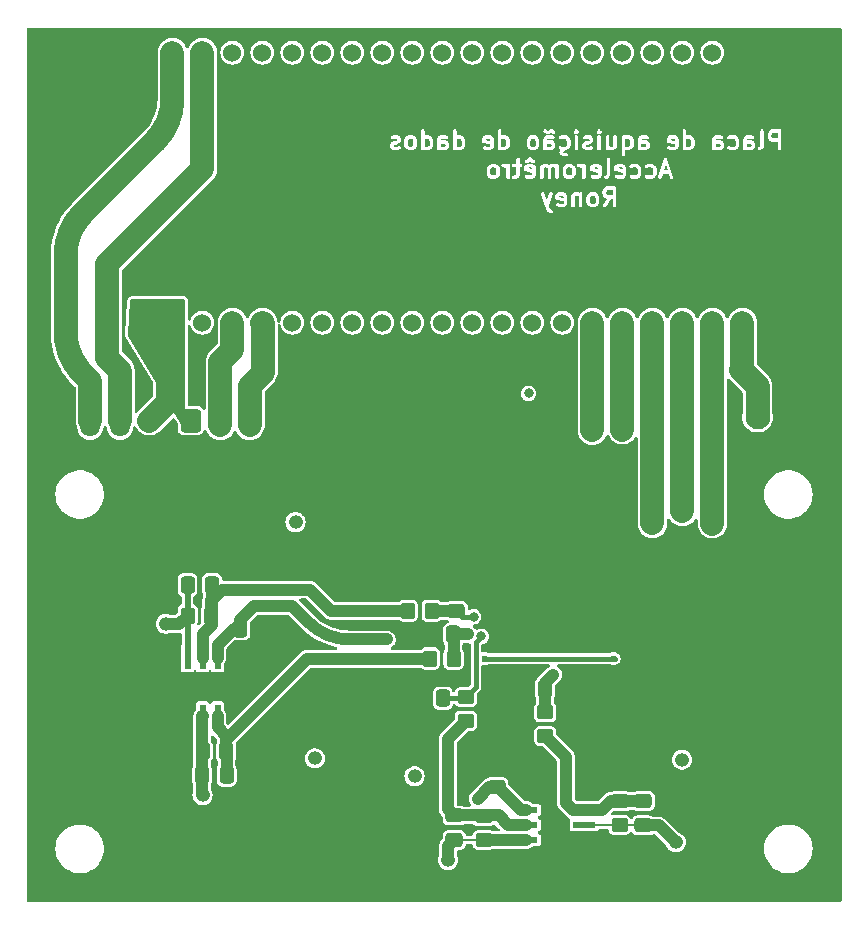
<source format=gbr>
%TF.GenerationSoftware,KiCad,Pcbnew,8.99.0-unknown-a7d493a6a5~180~ubuntu22.04.1*%
%TF.CreationDate,2024-08-13T11:51:03-03:00*%
%TF.ProjectId,esp32_ads1256,65737033-325f-4616-9473-313235362e6b,rev?*%
%TF.SameCoordinates,Original*%
%TF.FileFunction,Copper,L2,Bot*%
%TF.FilePolarity,Positive*%
%FSLAX46Y46*%
G04 Gerber Fmt 4.6, Leading zero omitted, Abs format (unit mm)*
G04 Created by KiCad (PCBNEW 8.99.0-unknown-a7d493a6a5~180~ubuntu22.04.1) date 2024-08-13 11:51:03*
%MOMM*%
%LPD*%
G01*
G04 APERTURE LIST*
G04 Aperture macros list*
%AMRoundRect*
0 Rectangle with rounded corners*
0 $1 Rounding radius*
0 $2 $3 $4 $5 $6 $7 $8 $9 X,Y pos of 4 corners*
0 Add a 4 corners polygon primitive as box body*
4,1,4,$2,$3,$4,$5,$6,$7,$8,$9,$2,$3,0*
0 Add four circle primitives for the rounded corners*
1,1,$1+$1,$2,$3*
1,1,$1+$1,$4,$5*
1,1,$1+$1,$6,$7*
1,1,$1+$1,$8,$9*
0 Add four rect primitives between the rounded corners*
20,1,$1+$1,$2,$3,$4,$5,0*
20,1,$1+$1,$4,$5,$6,$7,0*
20,1,$1+$1,$6,$7,$8,$9,0*
20,1,$1+$1,$8,$9,$2,$3,0*%
G04 Aperture macros list end*
%ADD10C,0.300000*%
%TA.AperFunction,ComponentPad*%
%ADD11O,1.600000X1.200000*%
%TD*%
%TA.AperFunction,ComponentPad*%
%ADD12O,1.200000X1.200000*%
%TD*%
%TA.AperFunction,ComponentPad*%
%ADD13RoundRect,0.250000X-0.600000X-0.725000X0.600000X-0.725000X0.600000X0.725000X-0.600000X0.725000X0*%
%TD*%
%TA.AperFunction,ComponentPad*%
%ADD14O,1.700000X1.950000*%
%TD*%
%TA.AperFunction,ComponentPad*%
%ADD15RoundRect,0.250001X0.799999X0.799999X-0.799999X0.799999X-0.799999X-0.799999X0.799999X-0.799999X0*%
%TD*%
%TA.AperFunction,ComponentPad*%
%ADD16C,2.100000*%
%TD*%
%TA.AperFunction,ComponentPad*%
%ADD17O,1.200000X1.600000*%
%TD*%
%TA.AperFunction,ComponentPad*%
%ADD18R,1.530000X1.530000*%
%TD*%
%TA.AperFunction,ComponentPad*%
%ADD19C,1.530000*%
%TD*%
%TA.AperFunction,SMDPad,CuDef*%
%ADD20RoundRect,0.250000X0.475000X-0.337500X0.475000X0.337500X-0.475000X0.337500X-0.475000X-0.337500X0*%
%TD*%
%TA.AperFunction,SMDPad,CuDef*%
%ADD21RoundRect,0.250000X0.450000X-0.350000X0.450000X0.350000X-0.450000X0.350000X-0.450000X-0.350000X0*%
%TD*%
%TA.AperFunction,SMDPad,CuDef*%
%ADD22RoundRect,0.250000X-0.337500X-0.475000X0.337500X-0.475000X0.337500X0.475000X-0.337500X0.475000X0*%
%TD*%
%TA.AperFunction,SMDPad,CuDef*%
%ADD23RoundRect,0.250000X-0.475000X0.337500X-0.475000X-0.337500X0.475000X-0.337500X0.475000X0.337500X0*%
%TD*%
%TA.AperFunction,SMDPad,CuDef*%
%ADD24RoundRect,0.250000X0.337500X0.475000X-0.337500X0.475000X-0.337500X-0.475000X0.337500X-0.475000X0*%
%TD*%
%TA.AperFunction,SMDPad,CuDef*%
%ADD25RoundRect,0.250000X0.350000X0.450000X-0.350000X0.450000X-0.350000X-0.450000X0.350000X-0.450000X0*%
%TD*%
%TA.AperFunction,SMDPad,CuDef*%
%ADD26RoundRect,0.250000X-0.350000X-0.450000X0.350000X-0.450000X0.350000X0.450000X-0.350000X0.450000X0*%
%TD*%
%TA.AperFunction,SMDPad,CuDef*%
%ADD27RoundRect,0.250000X-0.450000X0.350000X-0.450000X-0.350000X0.450000X-0.350000X0.450000X0.350000X0*%
%TD*%
%TA.AperFunction,SMDPad,CuDef*%
%ADD28R,1.981200X0.558800*%
%TD*%
%TA.AperFunction,SMDPad,CuDef*%
%ADD29R,0.558800X1.981200*%
%TD*%
%TA.AperFunction,ViaPad*%
%ADD30C,0.600000*%
%TD*%
%TA.AperFunction,ViaPad*%
%ADD31C,0.800000*%
%TD*%
%TA.AperFunction,Conductor*%
%ADD32C,2.000000*%
%TD*%
%TA.AperFunction,Conductor*%
%ADD33C,0.400000*%
%TD*%
%TA.AperFunction,Conductor*%
%ADD34C,1.000000*%
%TD*%
%TA.AperFunction,Conductor*%
%ADD35C,0.300000*%
%TD*%
%TA.AperFunction,Conductor*%
%ADD36C,0.200000*%
%TD*%
%TA.AperFunction,Conductor*%
%ADD37C,0.500000*%
%TD*%
G04 APERTURE END LIST*
D10*
G36*
X99938195Y-68284060D02*
G01*
X99971427Y-68350523D01*
X99971427Y-68417857D01*
X99564197Y-68336411D01*
X99590373Y-68284060D01*
X99656837Y-68250828D01*
X99871732Y-68250828D01*
X99938195Y-68284060D01*
G37*
G36*
X102604003Y-68295535D02*
G01*
X102641007Y-68332539D01*
X102685713Y-68421951D01*
X102685713Y-68779704D01*
X102641006Y-68869117D01*
X102604001Y-68906122D01*
X102514589Y-68950828D01*
X102371123Y-68950828D01*
X102281710Y-68906122D01*
X102244706Y-68869118D01*
X102199999Y-68779703D01*
X102199999Y-68421952D01*
X102244706Y-68332538D01*
X102281710Y-68295534D01*
X102371123Y-68250828D01*
X102514589Y-68250828D01*
X102604003Y-68295535D01*
G37*
G36*
X104114285Y-68236542D02*
G01*
X103728266Y-68236542D01*
X103638852Y-68191835D01*
X103601847Y-68154830D01*
X103557142Y-68065418D01*
X103557142Y-67921951D01*
X103601847Y-67832540D01*
X103638852Y-67795535D01*
X103728266Y-67750828D01*
X104114285Y-67750828D01*
X104114285Y-68236542D01*
G37*
G36*
X94175433Y-65880619D02*
G01*
X94212437Y-65917623D01*
X94257143Y-66007035D01*
X94257143Y-66364788D01*
X94212436Y-66454201D01*
X94175431Y-66491206D01*
X94086019Y-66535912D01*
X93942553Y-66535912D01*
X93853140Y-66491206D01*
X93816136Y-66454202D01*
X93771429Y-66364787D01*
X93771429Y-66007036D01*
X93816136Y-65917622D01*
X93853140Y-65880618D01*
X93942553Y-65835912D01*
X94086019Y-65835912D01*
X94175433Y-65880619D01*
G37*
G36*
X97295339Y-65869144D02*
G01*
X97328571Y-65935607D01*
X97328571Y-66002941D01*
X96921341Y-65921495D01*
X96947517Y-65869144D01*
X97013981Y-65835912D01*
X97228876Y-65835912D01*
X97295339Y-65869144D01*
G37*
G36*
X100604004Y-65880619D02*
G01*
X100641008Y-65917623D01*
X100685714Y-66007035D01*
X100685714Y-66364788D01*
X100641007Y-66454201D01*
X100604002Y-66491206D01*
X100514590Y-66535912D01*
X100371124Y-66535912D01*
X100281711Y-66491206D01*
X100244707Y-66454202D01*
X100200000Y-66364787D01*
X100200000Y-66007036D01*
X100244707Y-65917622D01*
X100281711Y-65880618D01*
X100371124Y-65835912D01*
X100514590Y-65835912D01*
X100604004Y-65880619D01*
G37*
G36*
X102866767Y-65869144D02*
G01*
X102899999Y-65935607D01*
X102899999Y-66002941D01*
X102492769Y-65921495D01*
X102518945Y-65869144D01*
X102585409Y-65835912D01*
X102800304Y-65835912D01*
X102866767Y-65869144D01*
G37*
G36*
X104938195Y-65869144D02*
G01*
X104971427Y-65935607D01*
X104971427Y-66002941D01*
X104564197Y-65921495D01*
X104590373Y-65869144D01*
X104656837Y-65835912D01*
X104871732Y-65835912D01*
X104938195Y-65869144D01*
G37*
G36*
X108770456Y-66107341D02*
G01*
X108472397Y-66107341D01*
X108621426Y-65660253D01*
X108770456Y-66107341D01*
G37*
G36*
X105532576Y-63465703D02*
G01*
X105569580Y-63502707D01*
X105614286Y-63592119D01*
X105614286Y-63949872D01*
X105569579Y-64039285D01*
X105532574Y-64076290D01*
X105443162Y-64120996D01*
X105228268Y-64120996D01*
X105200001Y-64106862D01*
X105200001Y-63435129D01*
X105228268Y-63420996D01*
X105443162Y-63420996D01*
X105532576Y-63465703D01*
G37*
G36*
X87175432Y-63465703D02*
G01*
X87212436Y-63502707D01*
X87257142Y-63592119D01*
X87257142Y-63949872D01*
X87212435Y-64039285D01*
X87175430Y-64076290D01*
X87086018Y-64120996D01*
X86942552Y-64120996D01*
X86853139Y-64076290D01*
X86816135Y-64039286D01*
X86771428Y-63949871D01*
X86771428Y-63592120D01*
X86816135Y-63502706D01*
X86853139Y-63465702D01*
X86942552Y-63420996D01*
X87086018Y-63420996D01*
X87175432Y-63465703D01*
G37*
G36*
X88532575Y-63465703D02*
G01*
X88569579Y-63502707D01*
X88614285Y-63592119D01*
X88614285Y-63949872D01*
X88569578Y-64039285D01*
X88532573Y-64076290D01*
X88443161Y-64120996D01*
X88228267Y-64120996D01*
X88200000Y-64106862D01*
X88200000Y-63435129D01*
X88228267Y-63420996D01*
X88443161Y-63420996D01*
X88532575Y-63465703D01*
G37*
G36*
X89938196Y-63882798D02*
G01*
X89971428Y-63949262D01*
X89971428Y-64021300D01*
X89938196Y-64087764D01*
X89871733Y-64120996D01*
X89585410Y-64120996D01*
X89557143Y-64106862D01*
X89557143Y-63849568D01*
X89871733Y-63849568D01*
X89938196Y-63882798D01*
G37*
G36*
X91246861Y-63465703D02*
G01*
X91283865Y-63502707D01*
X91328571Y-63592119D01*
X91328571Y-63949872D01*
X91283864Y-64039285D01*
X91246859Y-64076290D01*
X91157447Y-64120996D01*
X90942553Y-64120996D01*
X90914286Y-64106862D01*
X90914286Y-63435129D01*
X90942553Y-63420996D01*
X91157447Y-63420996D01*
X91246861Y-63465703D01*
G37*
G36*
X93723910Y-63454228D02*
G01*
X93757142Y-63520691D01*
X93757142Y-63588025D01*
X93349912Y-63506579D01*
X93376088Y-63454228D01*
X93442552Y-63420996D01*
X93657447Y-63420996D01*
X93723910Y-63454228D01*
G37*
G36*
X95032575Y-63465703D02*
G01*
X95069579Y-63502707D01*
X95114285Y-63592119D01*
X95114285Y-63949872D01*
X95069578Y-64039285D01*
X95032573Y-64076290D01*
X94943161Y-64120996D01*
X94728267Y-64120996D01*
X94700000Y-64106862D01*
X94700000Y-63435129D01*
X94728267Y-63420996D01*
X94943161Y-63420996D01*
X95032575Y-63465703D01*
G37*
G36*
X97532575Y-63465703D02*
G01*
X97569579Y-63502707D01*
X97614285Y-63592119D01*
X97614285Y-63949872D01*
X97569578Y-64039285D01*
X97532573Y-64076290D01*
X97443161Y-64120996D01*
X97299695Y-64120996D01*
X97210282Y-64076290D01*
X97173278Y-64039286D01*
X97128571Y-63949871D01*
X97128571Y-63592120D01*
X97173278Y-63502706D01*
X97210282Y-63465702D01*
X97299695Y-63420996D01*
X97443161Y-63420996D01*
X97532575Y-63465703D01*
G37*
G36*
X98938196Y-63882798D02*
G01*
X98971428Y-63949262D01*
X98971428Y-64021300D01*
X98938196Y-64087764D01*
X98871733Y-64120996D01*
X98585410Y-64120996D01*
X98557143Y-64106862D01*
X98557143Y-63849568D01*
X98871733Y-63849568D01*
X98938196Y-63882798D01*
G37*
G36*
X106938197Y-63882798D02*
G01*
X106971429Y-63949262D01*
X106971429Y-64021300D01*
X106938197Y-64087764D01*
X106871734Y-64120996D01*
X106585411Y-64120996D01*
X106557144Y-64106862D01*
X106557144Y-63849568D01*
X106871734Y-63849568D01*
X106938197Y-63882798D01*
G37*
G36*
X109366768Y-63454228D02*
G01*
X109400000Y-63520691D01*
X109400000Y-63588025D01*
X108992770Y-63506579D01*
X109018946Y-63454228D01*
X109085410Y-63420996D01*
X109300305Y-63420996D01*
X109366768Y-63454228D01*
G37*
G36*
X110675433Y-63465703D02*
G01*
X110712437Y-63502707D01*
X110757143Y-63592119D01*
X110757143Y-63949872D01*
X110712436Y-64039285D01*
X110675431Y-64076290D01*
X110586019Y-64120996D01*
X110371125Y-64120996D01*
X110342858Y-64106862D01*
X110342858Y-63435129D01*
X110371125Y-63420996D01*
X110586019Y-63420996D01*
X110675433Y-63465703D01*
G37*
G36*
X113223911Y-63882798D02*
G01*
X113257143Y-63949262D01*
X113257143Y-64021300D01*
X113223911Y-64087764D01*
X113157448Y-64120996D01*
X112871125Y-64120996D01*
X112842858Y-64106862D01*
X112842858Y-63849568D01*
X113157448Y-63849568D01*
X113223911Y-63882798D01*
G37*
G36*
X115866768Y-63882798D02*
G01*
X115900000Y-63949262D01*
X115900000Y-64021300D01*
X115866768Y-64087764D01*
X115800305Y-64120996D01*
X115513982Y-64120996D01*
X115485715Y-64106862D01*
X115485715Y-63849568D01*
X115800305Y-63849568D01*
X115866768Y-63882798D01*
G37*
G36*
X118114286Y-63406710D02*
G01*
X117728267Y-63406710D01*
X117638853Y-63362003D01*
X117601848Y-63324998D01*
X117557143Y-63235586D01*
X117557143Y-63092119D01*
X117601848Y-63002708D01*
X117638853Y-62965703D01*
X117728267Y-62920996D01*
X118114286Y-62920996D01*
X118114286Y-63406710D01*
G37*
G36*
X118580953Y-69916317D02*
G01*
X85090475Y-69916317D01*
X85090475Y-68122750D01*
X98044466Y-68122750D01*
X98051595Y-68151278D01*
X98408738Y-69151278D01*
X98409939Y-69153822D01*
X98410727Y-69156537D01*
X98553585Y-69513680D01*
X98567129Y-69539780D01*
X98567778Y-69540445D01*
X98568135Y-69541306D01*
X98586790Y-69564037D01*
X98658219Y-69635466D01*
X98669723Y-69644907D01*
X98672318Y-69647899D01*
X98676827Y-69650737D01*
X98680950Y-69654121D01*
X98684611Y-69655637D01*
X98697203Y-69663564D01*
X98840061Y-69734992D01*
X98867524Y-69745502D01*
X98925904Y-69749650D01*
X98981427Y-69731142D01*
X99025642Y-69692795D01*
X99051816Y-69640446D01*
X99055964Y-69582066D01*
X99037456Y-69526544D01*
X98999110Y-69482329D01*
X98974224Y-69466664D01*
X98853138Y-69406121D01*
X98820693Y-69373676D01*
X98710351Y-69097821D01*
X98989890Y-68315114D01*
X99257142Y-68315114D01*
X99257142Y-68457971D01*
X99260024Y-68487235D01*
X99265648Y-68500812D01*
X99268500Y-68515229D01*
X99276738Y-68527586D01*
X99282422Y-68541307D01*
X99292814Y-68551699D01*
X99300965Y-68563925D01*
X99313303Y-68572188D01*
X99323806Y-68582691D01*
X99337382Y-68588314D01*
X99349594Y-68596493D01*
X99377725Y-68605058D01*
X99377876Y-68605088D01*
X99377878Y-68605089D01*
X99377880Y-68605089D01*
X99971427Y-68723798D01*
X99971427Y-68851132D01*
X99938195Y-68917596D01*
X99871732Y-68950828D01*
X99656837Y-68950828D01*
X99545652Y-68895236D01*
X99518188Y-68884726D01*
X99459808Y-68880578D01*
X99404286Y-68899086D01*
X99360071Y-68937433D01*
X99333896Y-68989782D01*
X99329748Y-69048162D01*
X99348256Y-69103684D01*
X99386603Y-69147899D01*
X99411488Y-69163564D01*
X99554346Y-69234992D01*
X99581809Y-69245502D01*
X99587184Y-69245883D01*
X99592163Y-69247946D01*
X99621427Y-69250828D01*
X99907142Y-69250828D01*
X99936406Y-69247946D01*
X99941384Y-69245883D01*
X99946760Y-69245502D01*
X99974224Y-69234992D01*
X100117081Y-69163564D01*
X100121973Y-69160484D01*
X100124284Y-69159714D01*
X100127160Y-69157219D01*
X100141967Y-69147899D01*
X100154288Y-69133691D01*
X100168499Y-69121367D01*
X100177819Y-69106559D01*
X100180313Y-69103684D01*
X100181082Y-69101374D01*
X100184163Y-69096481D01*
X100255592Y-68953623D01*
X100266101Y-68926160D01*
X100266482Y-68920784D01*
X100268545Y-68915806D01*
X100271427Y-68886542D01*
X100271427Y-68600989D01*
X100271428Y-68600985D01*
X100271427Y-68600979D01*
X100271427Y-68315114D01*
X100614285Y-68315114D01*
X100614285Y-69100828D01*
X100617167Y-69130092D01*
X100639565Y-69184164D01*
X100680949Y-69225548D01*
X100735021Y-69247946D01*
X100793549Y-69247946D01*
X100847621Y-69225548D01*
X100889005Y-69184164D01*
X100911403Y-69130092D01*
X100914285Y-69100828D01*
X100914285Y-68350523D01*
X100947516Y-68284060D01*
X101013980Y-68250828D01*
X101157446Y-68250828D01*
X101246860Y-68295535D01*
X101257142Y-68305817D01*
X101257142Y-69100828D01*
X101260024Y-69130092D01*
X101282422Y-69184164D01*
X101323806Y-69225548D01*
X101377878Y-69247946D01*
X101436406Y-69247946D01*
X101490478Y-69225548D01*
X101531862Y-69184164D01*
X101554260Y-69130092D01*
X101557142Y-69100828D01*
X101557142Y-68386542D01*
X101899999Y-68386542D01*
X101899999Y-68815114D01*
X101902881Y-68844378D01*
X101904944Y-68849358D01*
X101905326Y-68854733D01*
X101915835Y-68882196D01*
X101987264Y-69025053D01*
X101995192Y-69037648D01*
X101996707Y-69041305D01*
X102000086Y-69045422D01*
X102002929Y-69049939D01*
X102005923Y-69052536D01*
X102015361Y-69064036D01*
X102086789Y-69135465D01*
X102098294Y-69144907D01*
X102100889Y-69147899D01*
X102105399Y-69150738D01*
X102109520Y-69154120D01*
X102113179Y-69155635D01*
X102125774Y-69163564D01*
X102268632Y-69234992D01*
X102296095Y-69245502D01*
X102301470Y-69245883D01*
X102306449Y-69247946D01*
X102335713Y-69250828D01*
X102549999Y-69250828D01*
X102579263Y-69247946D01*
X102584241Y-69245883D01*
X102589617Y-69245502D01*
X102617081Y-69234992D01*
X102759938Y-69163564D01*
X102772531Y-69155636D01*
X102776191Y-69154121D01*
X102780310Y-69150739D01*
X102784824Y-69147899D01*
X102787420Y-69144905D01*
X102798922Y-69135466D01*
X102870351Y-69064037D01*
X102879792Y-69052532D01*
X102882784Y-69049938D01*
X102885622Y-69045428D01*
X102889006Y-69041306D01*
X102890522Y-69037644D01*
X102898449Y-69025053D01*
X102969877Y-68882195D01*
X102980387Y-68854732D01*
X102980768Y-68849356D01*
X102982831Y-68844378D01*
X102985713Y-68815114D01*
X102985713Y-68386542D01*
X102982831Y-68357278D01*
X102980768Y-68352299D01*
X102980387Y-68346924D01*
X102969877Y-68319461D01*
X102898449Y-68176603D01*
X102890520Y-68164008D01*
X102889005Y-68160349D01*
X102885623Y-68156228D01*
X102882784Y-68151718D01*
X102879792Y-68149123D01*
X102870350Y-68137618D01*
X102798921Y-68066190D01*
X102787421Y-68056752D01*
X102784824Y-68053758D01*
X102780307Y-68050915D01*
X102776190Y-68047536D01*
X102772533Y-68046021D01*
X102759938Y-68038093D01*
X102617081Y-67966664D01*
X102589618Y-67956155D01*
X102584243Y-67955773D01*
X102579263Y-67953710D01*
X102549999Y-67950828D01*
X102335713Y-67950828D01*
X102306449Y-67953710D01*
X102301468Y-67955773D01*
X102296094Y-67956155D01*
X102268630Y-67966664D01*
X102125774Y-68038093D01*
X102113182Y-68046019D01*
X102109520Y-68047536D01*
X102105397Y-68050919D01*
X102100888Y-68053758D01*
X102098292Y-68056750D01*
X102086790Y-68066191D01*
X102015362Y-68137619D01*
X102005922Y-68149120D01*
X102002929Y-68151717D01*
X102000088Y-68156230D01*
X101996707Y-68160350D01*
X101995191Y-68164009D01*
X101987264Y-68176603D01*
X101915835Y-68319460D01*
X101905326Y-68346923D01*
X101904944Y-68352297D01*
X101902881Y-68357278D01*
X101899999Y-68386542D01*
X101557142Y-68386542D01*
X101557142Y-68100828D01*
X101554260Y-68071564D01*
X101531862Y-68017492D01*
X101490478Y-67976108D01*
X101436406Y-67953710D01*
X101377878Y-67953710D01*
X101323806Y-67976108D01*
X101308812Y-67991101D01*
X101259938Y-67966664D01*
X101232475Y-67956155D01*
X101227100Y-67955773D01*
X101222120Y-67953710D01*
X101192856Y-67950828D01*
X100978570Y-67950828D01*
X100949306Y-67953710D01*
X100944325Y-67955773D01*
X100938951Y-67956155D01*
X100911487Y-67966664D01*
X100768631Y-68038093D01*
X100763736Y-68041173D01*
X100761429Y-68041943D01*
X100758554Y-68044435D01*
X100743745Y-68053758D01*
X100731421Y-68067967D01*
X100717214Y-68080289D01*
X100707894Y-68095094D01*
X100705398Y-68097973D01*
X100704627Y-68100284D01*
X100701549Y-68105175D01*
X100630121Y-68248032D01*
X100619611Y-68275496D01*
X100619229Y-68280871D01*
X100617167Y-68285850D01*
X100614285Y-68315114D01*
X100271427Y-68315114D01*
X100268545Y-68285850D01*
X100266482Y-68280871D01*
X100266101Y-68275496D01*
X100255591Y-68248033D01*
X100184163Y-68105175D01*
X100181082Y-68100281D01*
X100180313Y-68097973D01*
X100177819Y-68095097D01*
X100168498Y-68080290D01*
X100154291Y-68067969D01*
X100141967Y-68053758D01*
X100127156Y-68044435D01*
X100124283Y-68041943D01*
X100121975Y-68041173D01*
X100117081Y-68038093D01*
X99974224Y-67966664D01*
X99946761Y-67956155D01*
X99941386Y-67955773D01*
X99936406Y-67953710D01*
X99907142Y-67950828D01*
X99621427Y-67950828D01*
X99592163Y-67953710D01*
X99587182Y-67955773D01*
X99581808Y-67956155D01*
X99554344Y-67966664D01*
X99411488Y-68038093D01*
X99406593Y-68041173D01*
X99404286Y-68041943D01*
X99401411Y-68044435D01*
X99386602Y-68053758D01*
X99374278Y-68067967D01*
X99360071Y-68080289D01*
X99350751Y-68095094D01*
X99348255Y-68097973D01*
X99347484Y-68100284D01*
X99344406Y-68105175D01*
X99272978Y-68248032D01*
X99262468Y-68275496D01*
X99262086Y-68280871D01*
X99260024Y-68285850D01*
X99257142Y-68315114D01*
X98989890Y-68315114D01*
X99048403Y-68151279D01*
X99055532Y-68122750D01*
X99052625Y-68064295D01*
X99027571Y-68011403D01*
X98984182Y-67972123D01*
X98929064Y-67952438D01*
X98870609Y-67955345D01*
X98817717Y-67980399D01*
X98778437Y-68023788D01*
X98765881Y-68050378D01*
X98549999Y-68654847D01*
X98334117Y-68050378D01*
X98321561Y-68023788D01*
X98282281Y-67980399D01*
X98229389Y-67955345D01*
X98170934Y-67952438D01*
X98115816Y-67972123D01*
X98072427Y-68011403D01*
X98047373Y-68064295D01*
X98044466Y-68122750D01*
X85090475Y-68122750D01*
X85090475Y-67886542D01*
X103257142Y-67886542D01*
X103257142Y-68100828D01*
X103260024Y-68130092D01*
X103262086Y-68135070D01*
X103262468Y-68140446D01*
X103272978Y-68167910D01*
X103344406Y-68310767D01*
X103352333Y-68323360D01*
X103353849Y-68327020D01*
X103357230Y-68331139D01*
X103360071Y-68335653D01*
X103363064Y-68338249D01*
X103372504Y-68349751D01*
X103443933Y-68421180D01*
X103455437Y-68430621D01*
X103458032Y-68433613D01*
X103462541Y-68436451D01*
X103466664Y-68439835D01*
X103470325Y-68441351D01*
X103482917Y-68449278D01*
X103625775Y-68520706D01*
X103629209Y-68522020D01*
X103284257Y-69014809D01*
X103269836Y-69040435D01*
X103257177Y-69097577D01*
X103267348Y-69155213D01*
X103298801Y-69204570D01*
X103346749Y-69238134D01*
X103403891Y-69250793D01*
X103461527Y-69240622D01*
X103510884Y-69209169D01*
X103530027Y-69186847D01*
X103985240Y-68536542D01*
X104114285Y-68536542D01*
X104114285Y-69100828D01*
X104117167Y-69130092D01*
X104139565Y-69184164D01*
X104180949Y-69225548D01*
X104235021Y-69247946D01*
X104293549Y-69247946D01*
X104347621Y-69225548D01*
X104389005Y-69184164D01*
X104411403Y-69130092D01*
X104414285Y-69100828D01*
X104414285Y-67600828D01*
X104411403Y-67571564D01*
X104389005Y-67517492D01*
X104347621Y-67476108D01*
X104293549Y-67453710D01*
X104264285Y-67450828D01*
X103692856Y-67450828D01*
X103663592Y-67453710D01*
X103658611Y-67455773D01*
X103653237Y-67456155D01*
X103625773Y-67466664D01*
X103482917Y-67538093D01*
X103470323Y-67546020D01*
X103466664Y-67547536D01*
X103462543Y-67550917D01*
X103458031Y-67553758D01*
X103455434Y-67556751D01*
X103443934Y-67566190D01*
X103372505Y-67637618D01*
X103363065Y-67649120D01*
X103360071Y-67651717D01*
X103357229Y-67656231D01*
X103353850Y-67660349D01*
X103352334Y-67664007D01*
X103344406Y-67676603D01*
X103272978Y-67819460D01*
X103262468Y-67846924D01*
X103262086Y-67852299D01*
X103260024Y-67857278D01*
X103257142Y-67886542D01*
X85090475Y-67886542D01*
X85090475Y-65971626D01*
X93471429Y-65971626D01*
X93471429Y-66400198D01*
X93474311Y-66429462D01*
X93476374Y-66434442D01*
X93476756Y-66439817D01*
X93487265Y-66467280D01*
X93558694Y-66610137D01*
X93566622Y-66622732D01*
X93568137Y-66626389D01*
X93571516Y-66630506D01*
X93574359Y-66635023D01*
X93577353Y-66637620D01*
X93586791Y-66649120D01*
X93658219Y-66720549D01*
X93669724Y-66729991D01*
X93672319Y-66732983D01*
X93676829Y-66735822D01*
X93680950Y-66739204D01*
X93684609Y-66740719D01*
X93697204Y-66748648D01*
X93840062Y-66820076D01*
X93867525Y-66830586D01*
X93872900Y-66830967D01*
X93877879Y-66833030D01*
X93907143Y-66835912D01*
X94121429Y-66835912D01*
X94150693Y-66833030D01*
X94155671Y-66830967D01*
X94161047Y-66830586D01*
X94188511Y-66820076D01*
X94331368Y-66748648D01*
X94343961Y-66740720D01*
X94347621Y-66739205D01*
X94351740Y-66735823D01*
X94356254Y-66732983D01*
X94358850Y-66729989D01*
X94370352Y-66720550D01*
X94441781Y-66649121D01*
X94451222Y-66637616D01*
X94454214Y-66635022D01*
X94457052Y-66630512D01*
X94460436Y-66626390D01*
X94461952Y-66622728D01*
X94469879Y-66610137D01*
X94541307Y-66467279D01*
X94551817Y-66439816D01*
X94552198Y-66434440D01*
X94554261Y-66429462D01*
X94557143Y-66400198D01*
X94557143Y-65971626D01*
X94554261Y-65942362D01*
X94552198Y-65937383D01*
X94551817Y-65932008D01*
X94541307Y-65904545D01*
X94469879Y-65761687D01*
X94461950Y-65749092D01*
X94460435Y-65745433D01*
X94457053Y-65741312D01*
X94454214Y-65736802D01*
X94451222Y-65734207D01*
X94441780Y-65722702D01*
X94375725Y-65656648D01*
X94688596Y-65656648D01*
X94688596Y-65715176D01*
X94710994Y-65769248D01*
X94752378Y-65810632D01*
X94806450Y-65833030D01*
X94835714Y-65835912D01*
X94943161Y-65835912D01*
X95032575Y-65880619D01*
X95069579Y-65917623D01*
X95114286Y-66007036D01*
X95114286Y-66685912D01*
X95117168Y-66715176D01*
X95139566Y-66769248D01*
X95180950Y-66810632D01*
X95235022Y-66833030D01*
X95293550Y-66833030D01*
X95347622Y-66810632D01*
X95389006Y-66769248D01*
X95411404Y-66715176D01*
X95414286Y-66685912D01*
X95414286Y-65685912D01*
X95411404Y-65656648D01*
X95617168Y-65656648D01*
X95617168Y-65715176D01*
X95639566Y-65769248D01*
X95680950Y-65810632D01*
X95735022Y-65833030D01*
X95764286Y-65835912D01*
X95971429Y-65835912D01*
X95971429Y-66436216D01*
X95938196Y-66502680D01*
X95871733Y-66535912D01*
X95764286Y-66535912D01*
X95735022Y-66538794D01*
X95680950Y-66561192D01*
X95639566Y-66602576D01*
X95617168Y-66656648D01*
X95617168Y-66715176D01*
X95639566Y-66769248D01*
X95680950Y-66810632D01*
X95735022Y-66833030D01*
X95764286Y-66835912D01*
X95907143Y-66835912D01*
X95936407Y-66833030D01*
X95941385Y-66830967D01*
X95946761Y-66830586D01*
X95974225Y-66820076D01*
X96117082Y-66748648D01*
X96121976Y-66745567D01*
X96124284Y-66744798D01*
X96127158Y-66742305D01*
X96141968Y-66732983D01*
X96154290Y-66718774D01*
X96168499Y-66706452D01*
X96177821Y-66691642D01*
X96180314Y-66688768D01*
X96181083Y-66686460D01*
X96184164Y-66681566D01*
X96255593Y-66538708D01*
X96266103Y-66511245D01*
X96266485Y-66505867D01*
X96268547Y-66500890D01*
X96271429Y-66471626D01*
X96271429Y-65900198D01*
X96614286Y-65900198D01*
X96614286Y-66043055D01*
X96617168Y-66072319D01*
X96622792Y-66085896D01*
X96625644Y-66100313D01*
X96633882Y-66112670D01*
X96639566Y-66126391D01*
X96649958Y-66136783D01*
X96658109Y-66149009D01*
X96670447Y-66157272D01*
X96680950Y-66167775D01*
X96694526Y-66173398D01*
X96706738Y-66181577D01*
X96734869Y-66190142D01*
X96735020Y-66190172D01*
X96735022Y-66190173D01*
X96735024Y-66190173D01*
X97328571Y-66308882D01*
X97328571Y-66436216D01*
X97295339Y-66502680D01*
X97228876Y-66535912D01*
X97013981Y-66535912D01*
X96902796Y-66480320D01*
X96875332Y-66469810D01*
X96816952Y-66465662D01*
X96761430Y-66484170D01*
X96717215Y-66522517D01*
X96691040Y-66574866D01*
X96686892Y-66633246D01*
X96705400Y-66688768D01*
X96743747Y-66732983D01*
X96768632Y-66748648D01*
X96911490Y-66820076D01*
X96938953Y-66830586D01*
X96944328Y-66830967D01*
X96949307Y-66833030D01*
X96978571Y-66835912D01*
X97264286Y-66835912D01*
X97293550Y-66833030D01*
X97298528Y-66830967D01*
X97303904Y-66830586D01*
X97331368Y-66820076D01*
X97474225Y-66748648D01*
X97479117Y-66745568D01*
X97481428Y-66744798D01*
X97484304Y-66742303D01*
X97499111Y-66732983D01*
X97511432Y-66718775D01*
X97525643Y-66706451D01*
X97534963Y-66691643D01*
X97537457Y-66688768D01*
X97538226Y-66686458D01*
X97541307Y-66681565D01*
X97612736Y-66538707D01*
X97623245Y-66511244D01*
X97623626Y-66505868D01*
X97625689Y-66500890D01*
X97628571Y-66471626D01*
X97628571Y-66186073D01*
X97628572Y-66186069D01*
X97628571Y-66186063D01*
X97628571Y-65900198D01*
X97971428Y-65900198D01*
X97971428Y-66685912D01*
X97974310Y-66715176D01*
X97996708Y-66769248D01*
X98038092Y-66810632D01*
X98092164Y-66833030D01*
X98150692Y-66833030D01*
X98204764Y-66810632D01*
X98246148Y-66769248D01*
X98268546Y-66715176D01*
X98271428Y-66685912D01*
X98271428Y-65935608D01*
X98304660Y-65869143D01*
X98371124Y-65835912D01*
X98514590Y-65835912D01*
X98581054Y-65869144D01*
X98614286Y-65935608D01*
X98614286Y-66685912D01*
X98617168Y-66715176D01*
X98639566Y-66769248D01*
X98680950Y-66810632D01*
X98735022Y-66833030D01*
X98793550Y-66833030D01*
X98847622Y-66810632D01*
X98889006Y-66769248D01*
X98911404Y-66715176D01*
X98914286Y-66685912D01*
X98914286Y-65935607D01*
X98947517Y-65869144D01*
X99013981Y-65835912D01*
X99157447Y-65835912D01*
X99246861Y-65880619D01*
X99257143Y-65890901D01*
X99257143Y-66685912D01*
X99260025Y-66715176D01*
X99282423Y-66769248D01*
X99323807Y-66810632D01*
X99377879Y-66833030D01*
X99436407Y-66833030D01*
X99490479Y-66810632D01*
X99531863Y-66769248D01*
X99554261Y-66715176D01*
X99557143Y-66685912D01*
X99557143Y-65971626D01*
X99900000Y-65971626D01*
X99900000Y-66400198D01*
X99902882Y-66429462D01*
X99904945Y-66434442D01*
X99905327Y-66439817D01*
X99915836Y-66467280D01*
X99987265Y-66610137D01*
X99995193Y-66622732D01*
X99996708Y-66626389D01*
X100000087Y-66630506D01*
X100002930Y-66635023D01*
X100005924Y-66637620D01*
X100015362Y-66649120D01*
X100086790Y-66720549D01*
X100098295Y-66729991D01*
X100100890Y-66732983D01*
X100105400Y-66735822D01*
X100109521Y-66739204D01*
X100113180Y-66740719D01*
X100125775Y-66748648D01*
X100268633Y-66820076D01*
X100296096Y-66830586D01*
X100301471Y-66830967D01*
X100306450Y-66833030D01*
X100335714Y-66835912D01*
X100550000Y-66835912D01*
X100579264Y-66833030D01*
X100584242Y-66830967D01*
X100589618Y-66830586D01*
X100617082Y-66820076D01*
X100759939Y-66748648D01*
X100772532Y-66740720D01*
X100776192Y-66739205D01*
X100780311Y-66735823D01*
X100784825Y-66732983D01*
X100787421Y-66729989D01*
X100798923Y-66720550D01*
X100870352Y-66649121D01*
X100879793Y-66637616D01*
X100882785Y-66635022D01*
X100885623Y-66630512D01*
X100889007Y-66626390D01*
X100890523Y-66622728D01*
X100898450Y-66610137D01*
X100969878Y-66467279D01*
X100980388Y-66439816D01*
X100980769Y-66434440D01*
X100982832Y-66429462D01*
X100985714Y-66400198D01*
X100985714Y-65971626D01*
X100982832Y-65942362D01*
X100980769Y-65937383D01*
X100980388Y-65932008D01*
X100969878Y-65904545D01*
X100898450Y-65761687D01*
X100890521Y-65749092D01*
X100889006Y-65745433D01*
X100885624Y-65741312D01*
X100882785Y-65736802D01*
X100879793Y-65734207D01*
X100870351Y-65722702D01*
X100804296Y-65656648D01*
X101117167Y-65656648D01*
X101117167Y-65715176D01*
X101139565Y-65769248D01*
X101180949Y-65810632D01*
X101235021Y-65833030D01*
X101264285Y-65835912D01*
X101371732Y-65835912D01*
X101461146Y-65880619D01*
X101498150Y-65917623D01*
X101542857Y-66007036D01*
X101542857Y-66685912D01*
X101545739Y-66715176D01*
X101568137Y-66769248D01*
X101609521Y-66810632D01*
X101663593Y-66833030D01*
X101722121Y-66833030D01*
X101776193Y-66810632D01*
X101817577Y-66769248D01*
X101839975Y-66715176D01*
X101842857Y-66685912D01*
X101842857Y-65900198D01*
X102185714Y-65900198D01*
X102185714Y-66043055D01*
X102188596Y-66072319D01*
X102194220Y-66085896D01*
X102197072Y-66100313D01*
X102205310Y-66112670D01*
X102210994Y-66126391D01*
X102221386Y-66136783D01*
X102229537Y-66149009D01*
X102241875Y-66157272D01*
X102252378Y-66167775D01*
X102265954Y-66173398D01*
X102278166Y-66181577D01*
X102306297Y-66190142D01*
X102306448Y-66190172D01*
X102306450Y-66190173D01*
X102306452Y-66190173D01*
X102899999Y-66308882D01*
X102899999Y-66436216D01*
X102866767Y-66502680D01*
X102800304Y-66535912D01*
X102585409Y-66535912D01*
X102474224Y-66480320D01*
X102446760Y-66469810D01*
X102388380Y-66465662D01*
X102332858Y-66484170D01*
X102288643Y-66522517D01*
X102262468Y-66574866D01*
X102258320Y-66633246D01*
X102276828Y-66688768D01*
X102315175Y-66732983D01*
X102340060Y-66748648D01*
X102482918Y-66820076D01*
X102510381Y-66830586D01*
X102515756Y-66830967D01*
X102520735Y-66833030D01*
X102549999Y-66835912D01*
X102835714Y-66835912D01*
X102864978Y-66833030D01*
X102869956Y-66830967D01*
X102875332Y-66830586D01*
X102902796Y-66820076D01*
X103045653Y-66748648D01*
X103050545Y-66745568D01*
X103052856Y-66744798D01*
X103055732Y-66742303D01*
X103070539Y-66732983D01*
X103082860Y-66718775D01*
X103097071Y-66706451D01*
X103106391Y-66691643D01*
X103108885Y-66688768D01*
X103109654Y-66686458D01*
X103112735Y-66681565D01*
X103119943Y-66667150D01*
X103401177Y-66667150D01*
X103405325Y-66725530D01*
X103431500Y-66777879D01*
X103475715Y-66816226D01*
X103531237Y-66834734D01*
X103589617Y-66830586D01*
X103617081Y-66820076D01*
X103759938Y-66748648D01*
X103764832Y-66745567D01*
X103767140Y-66744798D01*
X103770014Y-66742305D01*
X103784824Y-66732983D01*
X103797146Y-66718774D01*
X103811355Y-66706452D01*
X103820677Y-66691642D01*
X103823170Y-66688768D01*
X103823939Y-66686460D01*
X103827020Y-66681566D01*
X103898449Y-66538708D01*
X103908959Y-66511245D01*
X103909341Y-66505867D01*
X103911403Y-66500890D01*
X103914285Y-66471626D01*
X103914285Y-65900198D01*
X104257142Y-65900198D01*
X104257142Y-66043055D01*
X104260024Y-66072319D01*
X104265648Y-66085896D01*
X104268500Y-66100313D01*
X104276738Y-66112670D01*
X104282422Y-66126391D01*
X104292814Y-66136783D01*
X104300965Y-66149009D01*
X104313303Y-66157272D01*
X104323806Y-66167775D01*
X104337382Y-66173398D01*
X104349594Y-66181577D01*
X104377725Y-66190142D01*
X104377876Y-66190172D01*
X104377878Y-66190173D01*
X104377880Y-66190173D01*
X104971427Y-66308882D01*
X104971427Y-66436216D01*
X104938195Y-66502680D01*
X104871732Y-66535912D01*
X104656837Y-66535912D01*
X104545652Y-66480320D01*
X104518188Y-66469810D01*
X104459808Y-66465662D01*
X104404286Y-66484170D01*
X104360071Y-66522517D01*
X104333896Y-66574866D01*
X104329748Y-66633246D01*
X104348256Y-66688768D01*
X104386603Y-66732983D01*
X104411488Y-66748648D01*
X104554346Y-66820076D01*
X104581809Y-66830586D01*
X104587184Y-66830967D01*
X104592163Y-66833030D01*
X104621427Y-66835912D01*
X104907142Y-66835912D01*
X104936406Y-66833030D01*
X104941384Y-66830967D01*
X104946760Y-66830586D01*
X104974224Y-66820076D01*
X105117081Y-66748648D01*
X105121973Y-66745568D01*
X105124284Y-66744798D01*
X105127160Y-66742303D01*
X105141967Y-66732983D01*
X105154288Y-66718775D01*
X105168499Y-66706451D01*
X105177819Y-66691643D01*
X105180313Y-66688768D01*
X105181082Y-66686458D01*
X105184163Y-66681565D01*
X105255592Y-66538707D01*
X105266101Y-66511244D01*
X105266482Y-66505868D01*
X105268545Y-66500890D01*
X105271427Y-66471626D01*
X105271427Y-66186073D01*
X105271428Y-66186069D01*
X105271427Y-66186063D01*
X105271427Y-65900198D01*
X105268545Y-65870934D01*
X105266482Y-65865955D01*
X105266101Y-65860580D01*
X105255591Y-65833117D01*
X105208323Y-65738580D01*
X105544034Y-65738580D01*
X105548183Y-65796960D01*
X105574357Y-65849309D01*
X105618572Y-65887656D01*
X105674095Y-65906163D01*
X105732475Y-65902014D01*
X105759938Y-65891505D01*
X105871123Y-65835912D01*
X106086017Y-65835912D01*
X106175431Y-65880619D01*
X106212435Y-65917623D01*
X106257141Y-66007035D01*
X106257141Y-66364788D01*
X106212434Y-66454201D01*
X106175429Y-66491206D01*
X106086017Y-66535912D01*
X105871123Y-66535912D01*
X105759938Y-66480320D01*
X105732474Y-66469810D01*
X105674094Y-66465662D01*
X105618572Y-66484170D01*
X105574357Y-66522517D01*
X105548182Y-66574866D01*
X105544034Y-66633246D01*
X105562542Y-66688768D01*
X105600889Y-66732983D01*
X105625774Y-66748648D01*
X105768632Y-66820076D01*
X105796095Y-66830586D01*
X105801470Y-66830967D01*
X105806449Y-66833030D01*
X105835713Y-66835912D01*
X106121427Y-66835912D01*
X106150691Y-66833030D01*
X106155669Y-66830967D01*
X106161045Y-66830586D01*
X106188509Y-66820076D01*
X106331366Y-66748648D01*
X106343959Y-66740720D01*
X106347619Y-66739205D01*
X106351738Y-66735823D01*
X106356252Y-66732983D01*
X106358848Y-66729989D01*
X106370350Y-66720550D01*
X106441779Y-66649121D01*
X106451220Y-66637616D01*
X106454212Y-66635022D01*
X106457050Y-66630512D01*
X106460434Y-66626390D01*
X106461950Y-66622728D01*
X106469877Y-66610137D01*
X106541305Y-66467279D01*
X106551815Y-66439816D01*
X106552196Y-66434440D01*
X106554259Y-66429462D01*
X106557141Y-66400198D01*
X106557141Y-65971626D01*
X106554259Y-65942362D01*
X106552196Y-65937383D01*
X106551815Y-65932008D01*
X106541305Y-65904545D01*
X106469877Y-65761687D01*
X106461948Y-65749092D01*
X106460433Y-65745433D01*
X106457051Y-65741312D01*
X106455331Y-65738580D01*
X106829748Y-65738580D01*
X106833897Y-65796960D01*
X106860071Y-65849309D01*
X106904286Y-65887656D01*
X106959809Y-65906163D01*
X107018189Y-65902014D01*
X107045652Y-65891505D01*
X107156837Y-65835912D01*
X107371731Y-65835912D01*
X107461145Y-65880619D01*
X107498149Y-65917623D01*
X107542855Y-66007035D01*
X107542855Y-66364788D01*
X107498148Y-66454201D01*
X107461143Y-66491206D01*
X107371731Y-66535912D01*
X107156837Y-66535912D01*
X107045652Y-66480320D01*
X107018188Y-66469810D01*
X106959808Y-66465662D01*
X106904286Y-66484170D01*
X106860071Y-66522517D01*
X106833896Y-66574866D01*
X106829748Y-66633246D01*
X106848256Y-66688768D01*
X106886603Y-66732983D01*
X106911488Y-66748648D01*
X107054346Y-66820076D01*
X107081809Y-66830586D01*
X107087184Y-66830967D01*
X107092163Y-66833030D01*
X107121427Y-66835912D01*
X107407141Y-66835912D01*
X107436405Y-66833030D01*
X107441383Y-66830967D01*
X107446759Y-66830586D01*
X107474223Y-66820076D01*
X107617080Y-66748648D01*
X107629673Y-66740720D01*
X107633333Y-66739205D01*
X107637452Y-66735823D01*
X107641966Y-66732983D01*
X107644562Y-66729989D01*
X107656064Y-66720550D01*
X107709463Y-66667151D01*
X107972604Y-66667151D01*
X107976753Y-66725532D01*
X108002927Y-66777879D01*
X108047141Y-66816226D01*
X108102665Y-66834734D01*
X108161046Y-66830585D01*
X108213393Y-66804411D01*
X108251740Y-66760197D01*
X108263728Y-66733346D01*
X108372397Y-66407341D01*
X108870456Y-66407341D01*
X108979124Y-66733346D01*
X108991112Y-66760197D01*
X109029459Y-66804412D01*
X109081807Y-66830585D01*
X109140187Y-66834735D01*
X109195711Y-66816226D01*
X109239925Y-66777879D01*
X109266099Y-66725532D01*
X109270249Y-66667152D01*
X109263729Y-66638478D01*
X108763728Y-65138478D01*
X108751740Y-65111627D01*
X108744717Y-65103530D01*
X108739925Y-65093945D01*
X108725716Y-65081621D01*
X108713393Y-65067413D01*
X108703807Y-65062620D01*
X108695711Y-65055598D01*
X108677867Y-65049649D01*
X108661046Y-65041239D01*
X108650357Y-65040479D01*
X108640187Y-65037089D01*
X108621421Y-65038422D01*
X108602665Y-65037090D01*
X108592497Y-65040479D01*
X108581807Y-65041239D01*
X108564983Y-65049650D01*
X108547141Y-65055598D01*
X108539046Y-65062618D01*
X108529459Y-65067412D01*
X108517133Y-65081623D01*
X108502927Y-65093945D01*
X108498134Y-65103529D01*
X108491112Y-65111627D01*
X108479124Y-65138478D01*
X107979124Y-66638478D01*
X107972604Y-66667151D01*
X107709463Y-66667151D01*
X107727493Y-66649121D01*
X107736934Y-66637616D01*
X107739926Y-66635022D01*
X107742764Y-66630512D01*
X107746148Y-66626390D01*
X107747664Y-66622728D01*
X107755591Y-66610137D01*
X107827019Y-66467279D01*
X107837529Y-66439816D01*
X107837910Y-66434440D01*
X107839973Y-66429462D01*
X107842855Y-66400198D01*
X107842855Y-65971626D01*
X107839973Y-65942362D01*
X107837910Y-65937383D01*
X107837529Y-65932008D01*
X107827019Y-65904545D01*
X107755591Y-65761687D01*
X107747662Y-65749092D01*
X107746147Y-65745433D01*
X107742765Y-65741312D01*
X107739926Y-65736802D01*
X107736934Y-65734207D01*
X107727492Y-65722702D01*
X107656063Y-65651274D01*
X107644563Y-65641836D01*
X107641966Y-65638842D01*
X107637449Y-65635999D01*
X107633332Y-65632620D01*
X107629675Y-65631105D01*
X107617080Y-65623177D01*
X107474223Y-65551748D01*
X107446760Y-65541239D01*
X107441385Y-65540857D01*
X107436405Y-65538794D01*
X107407141Y-65535912D01*
X107121427Y-65535912D01*
X107092163Y-65538794D01*
X107087182Y-65540857D01*
X107081808Y-65541239D01*
X107054344Y-65551748D01*
X106911488Y-65623177D01*
X106886602Y-65638842D01*
X106848255Y-65683057D01*
X106829748Y-65738580D01*
X106455331Y-65738580D01*
X106454212Y-65736802D01*
X106451220Y-65734207D01*
X106441778Y-65722702D01*
X106370349Y-65651274D01*
X106358849Y-65641836D01*
X106356252Y-65638842D01*
X106351735Y-65635999D01*
X106347618Y-65632620D01*
X106343961Y-65631105D01*
X106331366Y-65623177D01*
X106188509Y-65551748D01*
X106161046Y-65541239D01*
X106155671Y-65540857D01*
X106150691Y-65538794D01*
X106121427Y-65535912D01*
X105835713Y-65535912D01*
X105806449Y-65538794D01*
X105801468Y-65540857D01*
X105796094Y-65541239D01*
X105768630Y-65551748D01*
X105625774Y-65623177D01*
X105600888Y-65638842D01*
X105562541Y-65683057D01*
X105544034Y-65738580D01*
X105208323Y-65738580D01*
X105184163Y-65690259D01*
X105181082Y-65685365D01*
X105180313Y-65683057D01*
X105177819Y-65680181D01*
X105168498Y-65665374D01*
X105154291Y-65653053D01*
X105141967Y-65638842D01*
X105127156Y-65629519D01*
X105124283Y-65627027D01*
X105121975Y-65626257D01*
X105117081Y-65623177D01*
X104974224Y-65551748D01*
X104946761Y-65541239D01*
X104941386Y-65540857D01*
X104936406Y-65538794D01*
X104907142Y-65535912D01*
X104621427Y-65535912D01*
X104592163Y-65538794D01*
X104587182Y-65540857D01*
X104581808Y-65541239D01*
X104554344Y-65551748D01*
X104411488Y-65623177D01*
X104406593Y-65626257D01*
X104404286Y-65627027D01*
X104401411Y-65629519D01*
X104386602Y-65638842D01*
X104374278Y-65653051D01*
X104360071Y-65665373D01*
X104350751Y-65680178D01*
X104348255Y-65683057D01*
X104347484Y-65685368D01*
X104344406Y-65690259D01*
X104272978Y-65833116D01*
X104262468Y-65860580D01*
X104262086Y-65865955D01*
X104260024Y-65870934D01*
X104257142Y-65900198D01*
X103914285Y-65900198D01*
X103914285Y-65185912D01*
X103911403Y-65156648D01*
X103889005Y-65102576D01*
X103847621Y-65061192D01*
X103793549Y-65038794D01*
X103735021Y-65038794D01*
X103680949Y-65061192D01*
X103639565Y-65102576D01*
X103617167Y-65156648D01*
X103614285Y-65185912D01*
X103614285Y-66436216D01*
X103581052Y-66502680D01*
X103482917Y-66551748D01*
X103458032Y-66567413D01*
X103419685Y-66611628D01*
X103401177Y-66667150D01*
X103119943Y-66667150D01*
X103184164Y-66538707D01*
X103194673Y-66511244D01*
X103195054Y-66505868D01*
X103197117Y-66500890D01*
X103199999Y-66471626D01*
X103199999Y-66186073D01*
X103200000Y-66186069D01*
X103199999Y-66186063D01*
X103199999Y-65900198D01*
X103197117Y-65870934D01*
X103195054Y-65865955D01*
X103194673Y-65860580D01*
X103184163Y-65833117D01*
X103112735Y-65690259D01*
X103109654Y-65685365D01*
X103108885Y-65683057D01*
X103106391Y-65680181D01*
X103097070Y-65665374D01*
X103082863Y-65653053D01*
X103070539Y-65638842D01*
X103055728Y-65629519D01*
X103052855Y-65627027D01*
X103050547Y-65626257D01*
X103045653Y-65623177D01*
X102902796Y-65551748D01*
X102875333Y-65541239D01*
X102869958Y-65540857D01*
X102864978Y-65538794D01*
X102835714Y-65535912D01*
X102549999Y-65535912D01*
X102520735Y-65538794D01*
X102515754Y-65540857D01*
X102510380Y-65541239D01*
X102482916Y-65551748D01*
X102340060Y-65623177D01*
X102335165Y-65626257D01*
X102332858Y-65627027D01*
X102329983Y-65629519D01*
X102315174Y-65638842D01*
X102302850Y-65653051D01*
X102288643Y-65665373D01*
X102279323Y-65680178D01*
X102276827Y-65683057D01*
X102276056Y-65685368D01*
X102272978Y-65690259D01*
X102201550Y-65833116D01*
X102191040Y-65860580D01*
X102190658Y-65865955D01*
X102188596Y-65870934D01*
X102185714Y-65900198D01*
X101842857Y-65900198D01*
X101842857Y-65685912D01*
X101839975Y-65656648D01*
X101817577Y-65602576D01*
X101776193Y-65561192D01*
X101722121Y-65538794D01*
X101663593Y-65538794D01*
X101609521Y-65561192D01*
X101570718Y-65599995D01*
X101474224Y-65551748D01*
X101446761Y-65541238D01*
X101441383Y-65540855D01*
X101436406Y-65538794D01*
X101407142Y-65535912D01*
X101264285Y-65535912D01*
X101235021Y-65538794D01*
X101180949Y-65561192D01*
X101139565Y-65602576D01*
X101117167Y-65656648D01*
X100804296Y-65656648D01*
X100798922Y-65651274D01*
X100787422Y-65641836D01*
X100784825Y-65638842D01*
X100780308Y-65635999D01*
X100776191Y-65632620D01*
X100772534Y-65631105D01*
X100759939Y-65623177D01*
X100617082Y-65551748D01*
X100589619Y-65541239D01*
X100584244Y-65540857D01*
X100579264Y-65538794D01*
X100550000Y-65535912D01*
X100335714Y-65535912D01*
X100306450Y-65538794D01*
X100301469Y-65540857D01*
X100296095Y-65541239D01*
X100268631Y-65551748D01*
X100125775Y-65623177D01*
X100113183Y-65631103D01*
X100109521Y-65632620D01*
X100105398Y-65636003D01*
X100100889Y-65638842D01*
X100098293Y-65641834D01*
X100086791Y-65651275D01*
X100015363Y-65722703D01*
X100005923Y-65734204D01*
X100002930Y-65736801D01*
X100000089Y-65741314D01*
X99996708Y-65745434D01*
X99995192Y-65749093D01*
X99987265Y-65761687D01*
X99915836Y-65904544D01*
X99905327Y-65932007D01*
X99904945Y-65937381D01*
X99902882Y-65942362D01*
X99900000Y-65971626D01*
X99557143Y-65971626D01*
X99557143Y-65685912D01*
X99554261Y-65656648D01*
X99531863Y-65602576D01*
X99490479Y-65561192D01*
X99436407Y-65538794D01*
X99377879Y-65538794D01*
X99323807Y-65561192D01*
X99308813Y-65576185D01*
X99259939Y-65551748D01*
X99232476Y-65541239D01*
X99227101Y-65540857D01*
X99222121Y-65538794D01*
X99192857Y-65535912D01*
X98978571Y-65535912D01*
X98949307Y-65538794D01*
X98944326Y-65540857D01*
X98938952Y-65541239D01*
X98911488Y-65551748D01*
X98768632Y-65623177D01*
X98764285Y-65625912D01*
X98759939Y-65623177D01*
X98617082Y-65551748D01*
X98589619Y-65541239D01*
X98584244Y-65540857D01*
X98579264Y-65538794D01*
X98550000Y-65535912D01*
X98335714Y-65535912D01*
X98306450Y-65538794D01*
X98301469Y-65540857D01*
X98296095Y-65541239D01*
X98268631Y-65551748D01*
X98125775Y-65623177D01*
X98120880Y-65626257D01*
X98118573Y-65627027D01*
X98115698Y-65629519D01*
X98100889Y-65638842D01*
X98088565Y-65653051D01*
X98074358Y-65665373D01*
X98065038Y-65680178D01*
X98062542Y-65683057D01*
X98061771Y-65685368D01*
X98058693Y-65690259D01*
X97987264Y-65833116D01*
X97976755Y-65860579D01*
X97976373Y-65865953D01*
X97974310Y-65870934D01*
X97971428Y-65900198D01*
X97628571Y-65900198D01*
X97625689Y-65870934D01*
X97623626Y-65865955D01*
X97623245Y-65860580D01*
X97612735Y-65833117D01*
X97541307Y-65690259D01*
X97538226Y-65685365D01*
X97537457Y-65683057D01*
X97534963Y-65680181D01*
X97525642Y-65665374D01*
X97511435Y-65653053D01*
X97499111Y-65638842D01*
X97484300Y-65629519D01*
X97481427Y-65627027D01*
X97479119Y-65626257D01*
X97474225Y-65623177D01*
X97331368Y-65551748D01*
X97303905Y-65541239D01*
X97298530Y-65540857D01*
X97293550Y-65538794D01*
X97264286Y-65535912D01*
X96978571Y-65535912D01*
X96949307Y-65538794D01*
X96944326Y-65540857D01*
X96938952Y-65541239D01*
X96911488Y-65551748D01*
X96768632Y-65623177D01*
X96763737Y-65626257D01*
X96761430Y-65627027D01*
X96758555Y-65629519D01*
X96743746Y-65638842D01*
X96731422Y-65653051D01*
X96717215Y-65665373D01*
X96707895Y-65680178D01*
X96705399Y-65683057D01*
X96704628Y-65685368D01*
X96701550Y-65690259D01*
X96630122Y-65833116D01*
X96619612Y-65860580D01*
X96619230Y-65865955D01*
X96617168Y-65870934D01*
X96614286Y-65900198D01*
X96271429Y-65900198D01*
X96271429Y-65835912D01*
X96335714Y-65835912D01*
X96364978Y-65833030D01*
X96419050Y-65810632D01*
X96460434Y-65769248D01*
X96482832Y-65715176D01*
X96482832Y-65656648D01*
X96460434Y-65602576D01*
X96419050Y-65561192D01*
X96364978Y-65538794D01*
X96335714Y-65535912D01*
X96271429Y-65535912D01*
X96271429Y-65336932D01*
X96685936Y-65336932D01*
X96700461Y-65393628D01*
X96735578Y-65440451D01*
X96785939Y-65470270D01*
X96843877Y-65478547D01*
X96900573Y-65464022D01*
X96925714Y-65448769D01*
X97121428Y-65301983D01*
X97317143Y-65448769D01*
X97342284Y-65464022D01*
X97398980Y-65478547D01*
X97456918Y-65470270D01*
X97507279Y-65440451D01*
X97542396Y-65393628D01*
X97556921Y-65336932D01*
X97548644Y-65278994D01*
X97518825Y-65228633D01*
X97497143Y-65208769D01*
X97211428Y-64994484D01*
X97186287Y-64979231D01*
X97178297Y-64977184D01*
X97171202Y-64972983D01*
X97150174Y-64969979D01*
X97129591Y-64964706D01*
X97121424Y-64965872D01*
X97113265Y-64964707D01*
X97092690Y-64969977D01*
X97071653Y-64972983D01*
X97064557Y-64977184D01*
X97056568Y-64979231D01*
X97031428Y-64994484D01*
X96745714Y-65208769D01*
X96724032Y-65228633D01*
X96694213Y-65278994D01*
X96685936Y-65336932D01*
X96271429Y-65336932D01*
X96271429Y-65185912D01*
X96268547Y-65156648D01*
X96246149Y-65102576D01*
X96204765Y-65061192D01*
X96150693Y-65038794D01*
X96092165Y-65038794D01*
X96038093Y-65061192D01*
X95996709Y-65102576D01*
X95974311Y-65156648D01*
X95971429Y-65185912D01*
X95971429Y-65535912D01*
X95764286Y-65535912D01*
X95735022Y-65538794D01*
X95680950Y-65561192D01*
X95639566Y-65602576D01*
X95617168Y-65656648D01*
X95411404Y-65656648D01*
X95389006Y-65602576D01*
X95347622Y-65561192D01*
X95293550Y-65538794D01*
X95235022Y-65538794D01*
X95180950Y-65561192D01*
X95142147Y-65599995D01*
X95045653Y-65551748D01*
X95018190Y-65541238D01*
X95012812Y-65540855D01*
X95007835Y-65538794D01*
X94978571Y-65535912D01*
X94835714Y-65535912D01*
X94806450Y-65538794D01*
X94752378Y-65561192D01*
X94710994Y-65602576D01*
X94688596Y-65656648D01*
X94375725Y-65656648D01*
X94370351Y-65651274D01*
X94358851Y-65641836D01*
X94356254Y-65638842D01*
X94351737Y-65635999D01*
X94347620Y-65632620D01*
X94343963Y-65631105D01*
X94331368Y-65623177D01*
X94188511Y-65551748D01*
X94161048Y-65541239D01*
X94155673Y-65540857D01*
X94150693Y-65538794D01*
X94121429Y-65535912D01*
X93907143Y-65535912D01*
X93877879Y-65538794D01*
X93872898Y-65540857D01*
X93867524Y-65541239D01*
X93840060Y-65551748D01*
X93697204Y-65623177D01*
X93684612Y-65631103D01*
X93680950Y-65632620D01*
X93676827Y-65636003D01*
X93672318Y-65638842D01*
X93669722Y-65641834D01*
X93658220Y-65651275D01*
X93586792Y-65722703D01*
X93577352Y-65734204D01*
X93574359Y-65736801D01*
X93571518Y-65741314D01*
X93568137Y-65745434D01*
X93566621Y-65749093D01*
X93558694Y-65761687D01*
X93487265Y-65904544D01*
X93476756Y-65932007D01*
X93476374Y-65937381D01*
X93474311Y-65942362D01*
X93471429Y-65971626D01*
X85090475Y-65971626D01*
X85090475Y-63985282D01*
X85257142Y-63985282D01*
X85257142Y-64056710D01*
X85260024Y-64085974D01*
X85262085Y-64090951D01*
X85262468Y-64096329D01*
X85272978Y-64123792D01*
X85344407Y-64266650D01*
X85347487Y-64271544D01*
X85348257Y-64273852D01*
X85350749Y-64276725D01*
X85360072Y-64291536D01*
X85374283Y-64303860D01*
X85386604Y-64318067D01*
X85401411Y-64327388D01*
X85404287Y-64329882D01*
X85406595Y-64330651D01*
X85411489Y-64333732D01*
X85554347Y-64405160D01*
X85581810Y-64415670D01*
X85587185Y-64416051D01*
X85592164Y-64418114D01*
X85621428Y-64420996D01*
X85907142Y-64420996D01*
X85936406Y-64418114D01*
X85941384Y-64416051D01*
X85946760Y-64415670D01*
X85974224Y-64405160D01*
X86117081Y-64333732D01*
X86141967Y-64318067D01*
X86180313Y-64273852D01*
X86198821Y-64218330D01*
X86194673Y-64159950D01*
X86168499Y-64107601D01*
X86124284Y-64069254D01*
X86068761Y-64050746D01*
X86010381Y-64054894D01*
X85982918Y-64065404D01*
X85871732Y-64120996D01*
X85656838Y-64120996D01*
X85590374Y-64087764D01*
X85557142Y-64021300D01*
X85557142Y-64020692D01*
X85590374Y-63954227D01*
X85656838Y-63920996D01*
X85835714Y-63920996D01*
X85864978Y-63918114D01*
X85869956Y-63916051D01*
X85875332Y-63915670D01*
X85902796Y-63905160D01*
X86045653Y-63833732D01*
X86050545Y-63830652D01*
X86052856Y-63829882D01*
X86055732Y-63827387D01*
X86070539Y-63818067D01*
X86082860Y-63803859D01*
X86097071Y-63791535D01*
X86106391Y-63776727D01*
X86108885Y-63773852D01*
X86109654Y-63771542D01*
X86112735Y-63766649D01*
X86184164Y-63623791D01*
X86194673Y-63596328D01*
X86195054Y-63590952D01*
X86197117Y-63585974D01*
X86199999Y-63556710D01*
X86471428Y-63556710D01*
X86471428Y-63985282D01*
X86474310Y-64014546D01*
X86476373Y-64019526D01*
X86476755Y-64024901D01*
X86487264Y-64052364D01*
X86558693Y-64195221D01*
X86566621Y-64207816D01*
X86568136Y-64211473D01*
X86571515Y-64215590D01*
X86574358Y-64220107D01*
X86577352Y-64222704D01*
X86586790Y-64234204D01*
X86658218Y-64305633D01*
X86669723Y-64315075D01*
X86672318Y-64318067D01*
X86676828Y-64320906D01*
X86680949Y-64324288D01*
X86684608Y-64325803D01*
X86697203Y-64333732D01*
X86840061Y-64405160D01*
X86867524Y-64415670D01*
X86872899Y-64416051D01*
X86877878Y-64418114D01*
X86907142Y-64420996D01*
X87121428Y-64420996D01*
X87150692Y-64418114D01*
X87155670Y-64416051D01*
X87161046Y-64415670D01*
X87188510Y-64405160D01*
X87331367Y-64333732D01*
X87343960Y-64325804D01*
X87347620Y-64324289D01*
X87351739Y-64320907D01*
X87356253Y-64318067D01*
X87358849Y-64315073D01*
X87370351Y-64305634D01*
X87441780Y-64234205D01*
X87451221Y-64222700D01*
X87454213Y-64220106D01*
X87457051Y-64215596D01*
X87460435Y-64211474D01*
X87461951Y-64207812D01*
X87469878Y-64195221D01*
X87541306Y-64052363D01*
X87551816Y-64024900D01*
X87552197Y-64019524D01*
X87554260Y-64014546D01*
X87557142Y-63985282D01*
X87557142Y-63556710D01*
X87554260Y-63527446D01*
X87552197Y-63522467D01*
X87551816Y-63517092D01*
X87541306Y-63489629D01*
X87469878Y-63346771D01*
X87461949Y-63334176D01*
X87460434Y-63330517D01*
X87457052Y-63326396D01*
X87454213Y-63321886D01*
X87451221Y-63319291D01*
X87441779Y-63307786D01*
X87370350Y-63236358D01*
X87358850Y-63226920D01*
X87356253Y-63223926D01*
X87351736Y-63221083D01*
X87347619Y-63217704D01*
X87343962Y-63216189D01*
X87331367Y-63208261D01*
X87188510Y-63136832D01*
X87161047Y-63126323D01*
X87155672Y-63125941D01*
X87150692Y-63123878D01*
X87121428Y-63120996D01*
X86907142Y-63120996D01*
X86877878Y-63123878D01*
X86872897Y-63125941D01*
X86867523Y-63126323D01*
X86840059Y-63136832D01*
X86697203Y-63208261D01*
X86684611Y-63216187D01*
X86680949Y-63217704D01*
X86676826Y-63221087D01*
X86672317Y-63223926D01*
X86669721Y-63226918D01*
X86658219Y-63236359D01*
X86586791Y-63307787D01*
X86577351Y-63319288D01*
X86574358Y-63321885D01*
X86571517Y-63326398D01*
X86568136Y-63330518D01*
X86566620Y-63334177D01*
X86558693Y-63346771D01*
X86487264Y-63489628D01*
X86476755Y-63517091D01*
X86476373Y-63522465D01*
X86474310Y-63527446D01*
X86471428Y-63556710D01*
X86199999Y-63556710D01*
X86199999Y-63485282D01*
X86197117Y-63456018D01*
X86195054Y-63451039D01*
X86194673Y-63445664D01*
X86184163Y-63418201D01*
X86112735Y-63275343D01*
X86109654Y-63270449D01*
X86108885Y-63268141D01*
X86106391Y-63265265D01*
X86097070Y-63250458D01*
X86082863Y-63238137D01*
X86070539Y-63223926D01*
X86055728Y-63214603D01*
X86052855Y-63212111D01*
X86050547Y-63211341D01*
X86045653Y-63208261D01*
X85902796Y-63136832D01*
X85875333Y-63126323D01*
X85869958Y-63125941D01*
X85864978Y-63123878D01*
X85835714Y-63120996D01*
X85621428Y-63120996D01*
X85592164Y-63123878D01*
X85587183Y-63125941D01*
X85581809Y-63126323D01*
X85554345Y-63136832D01*
X85411489Y-63208261D01*
X85386603Y-63223926D01*
X85348256Y-63268141D01*
X85329749Y-63323664D01*
X85333898Y-63382044D01*
X85360072Y-63434393D01*
X85404287Y-63472740D01*
X85459810Y-63491247D01*
X85518190Y-63487098D01*
X85545653Y-63476589D01*
X85656838Y-63420996D01*
X85800304Y-63420996D01*
X85866767Y-63454228D01*
X85899999Y-63520691D01*
X85899999Y-63521300D01*
X85866767Y-63587764D01*
X85800304Y-63620996D01*
X85621428Y-63620996D01*
X85592164Y-63623878D01*
X85587183Y-63625941D01*
X85581809Y-63626323D01*
X85554345Y-63636832D01*
X85411489Y-63708261D01*
X85406594Y-63711341D01*
X85404287Y-63712111D01*
X85401412Y-63714603D01*
X85386603Y-63723926D01*
X85374279Y-63738135D01*
X85360072Y-63750457D01*
X85350752Y-63765262D01*
X85348256Y-63768141D01*
X85347485Y-63770452D01*
X85344407Y-63775343D01*
X85272978Y-63918200D01*
X85262469Y-63945663D01*
X85262087Y-63951037D01*
X85260024Y-63956018D01*
X85257142Y-63985282D01*
X85090475Y-63985282D01*
X85090475Y-62770996D01*
X87900000Y-62770996D01*
X87900000Y-64270996D01*
X87902882Y-64300260D01*
X87925280Y-64354332D01*
X87966664Y-64395716D01*
X88020736Y-64418114D01*
X88079264Y-64418114D01*
X88118871Y-64401707D01*
X88125776Y-64405160D01*
X88153239Y-64415670D01*
X88158614Y-64416051D01*
X88163593Y-64418114D01*
X88192857Y-64420996D01*
X88478571Y-64420996D01*
X88507835Y-64418114D01*
X88512813Y-64416051D01*
X88518189Y-64415670D01*
X88545653Y-64405160D01*
X88688510Y-64333732D01*
X88701103Y-64325804D01*
X88704763Y-64324289D01*
X88708882Y-64320907D01*
X88713396Y-64318067D01*
X88715992Y-64315073D01*
X88727494Y-64305634D01*
X88798923Y-64234205D01*
X88808364Y-64222700D01*
X88811356Y-64220106D01*
X88814194Y-64215596D01*
X88817578Y-64211474D01*
X88819094Y-64207812D01*
X88827021Y-64195221D01*
X88898449Y-64052363D01*
X88908959Y-64024900D01*
X88909340Y-64019524D01*
X88911403Y-64014546D01*
X88914285Y-63985282D01*
X88914285Y-63556710D01*
X88911403Y-63527446D01*
X88909340Y-63522467D01*
X88908959Y-63517092D01*
X88898449Y-63489629D01*
X88896276Y-63485282D01*
X89257143Y-63485282D01*
X89257143Y-64270996D01*
X89260025Y-64300260D01*
X89282423Y-64354332D01*
X89323807Y-64395716D01*
X89377879Y-64418114D01*
X89436407Y-64418114D01*
X89476014Y-64401707D01*
X89482919Y-64405160D01*
X89510382Y-64415670D01*
X89515757Y-64416051D01*
X89520736Y-64418114D01*
X89550000Y-64420996D01*
X89907143Y-64420996D01*
X89936407Y-64418114D01*
X89941385Y-64416051D01*
X89946761Y-64415670D01*
X89974225Y-64405160D01*
X90117082Y-64333732D01*
X90121974Y-64330652D01*
X90124285Y-64329882D01*
X90127161Y-64327387D01*
X90141968Y-64318067D01*
X90154289Y-64303859D01*
X90168500Y-64291535D01*
X90177820Y-64276727D01*
X90180314Y-64273852D01*
X90181083Y-64271542D01*
X90184164Y-64266649D01*
X90255593Y-64123791D01*
X90266102Y-64096328D01*
X90266483Y-64090952D01*
X90268546Y-64085974D01*
X90271428Y-64056710D01*
X90271428Y-63913853D01*
X90268546Y-63884589D01*
X90266483Y-63879610D01*
X90266102Y-63874235D01*
X90255592Y-63846772D01*
X90184164Y-63703914D01*
X90181083Y-63699020D01*
X90180314Y-63696712D01*
X90177820Y-63693836D01*
X90168499Y-63679029D01*
X90154292Y-63666708D01*
X90141968Y-63652497D01*
X90127157Y-63643174D01*
X90124284Y-63640682D01*
X90121976Y-63639912D01*
X90117082Y-63636832D01*
X89974225Y-63565404D01*
X89946761Y-63554894D01*
X89941385Y-63554512D01*
X89936407Y-63552450D01*
X89907143Y-63549568D01*
X89585410Y-63549568D01*
X89557143Y-63535434D01*
X89557143Y-63520691D01*
X89590374Y-63454228D01*
X89656838Y-63420996D01*
X89871733Y-63420996D01*
X89982917Y-63476589D01*
X90010381Y-63487098D01*
X90068761Y-63491247D01*
X90124283Y-63472740D01*
X90168499Y-63434393D01*
X90194673Y-63382044D01*
X90198822Y-63323664D01*
X90180314Y-63268141D01*
X90141968Y-63223926D01*
X90117082Y-63208261D01*
X89974225Y-63136832D01*
X89946762Y-63126323D01*
X89941387Y-63125941D01*
X89936407Y-63123878D01*
X89907143Y-63120996D01*
X89621428Y-63120996D01*
X89592164Y-63123878D01*
X89587183Y-63125941D01*
X89581809Y-63126323D01*
X89554345Y-63136832D01*
X89411489Y-63208261D01*
X89406594Y-63211341D01*
X89404287Y-63212111D01*
X89401412Y-63214603D01*
X89386603Y-63223926D01*
X89374279Y-63238135D01*
X89360072Y-63250457D01*
X89350752Y-63265262D01*
X89348256Y-63268141D01*
X89347485Y-63270452D01*
X89344407Y-63275343D01*
X89272979Y-63418200D01*
X89262469Y-63445664D01*
X89262087Y-63451039D01*
X89260025Y-63456018D01*
X89257143Y-63485282D01*
X88896276Y-63485282D01*
X88827021Y-63346771D01*
X88819092Y-63334176D01*
X88817577Y-63330517D01*
X88814195Y-63326396D01*
X88811356Y-63321886D01*
X88808364Y-63319291D01*
X88798922Y-63307786D01*
X88727493Y-63236358D01*
X88715993Y-63226920D01*
X88713396Y-63223926D01*
X88708879Y-63221083D01*
X88704762Y-63217704D01*
X88701105Y-63216189D01*
X88688510Y-63208261D01*
X88545653Y-63136832D01*
X88518190Y-63126323D01*
X88512815Y-63125941D01*
X88507835Y-63123878D01*
X88478571Y-63120996D01*
X88200000Y-63120996D01*
X88200000Y-62770996D01*
X90614286Y-62770996D01*
X90614286Y-64270996D01*
X90617168Y-64300260D01*
X90639566Y-64354332D01*
X90680950Y-64395716D01*
X90735022Y-64418114D01*
X90793550Y-64418114D01*
X90833157Y-64401707D01*
X90840062Y-64405160D01*
X90867525Y-64415670D01*
X90872900Y-64416051D01*
X90877879Y-64418114D01*
X90907143Y-64420996D01*
X91192857Y-64420996D01*
X91222121Y-64418114D01*
X91227099Y-64416051D01*
X91232475Y-64415670D01*
X91259939Y-64405160D01*
X91402796Y-64333732D01*
X91415389Y-64325804D01*
X91419049Y-64324289D01*
X91423168Y-64320907D01*
X91427682Y-64318067D01*
X91430278Y-64315073D01*
X91441780Y-64305634D01*
X91513209Y-64234205D01*
X91522650Y-64222700D01*
X91525642Y-64220106D01*
X91528480Y-64215596D01*
X91531864Y-64211474D01*
X91533380Y-64207812D01*
X91541307Y-64195221D01*
X91612735Y-64052363D01*
X91623245Y-64024900D01*
X91623626Y-64019524D01*
X91625689Y-64014546D01*
X91628571Y-63985282D01*
X91628571Y-63556710D01*
X91625689Y-63527446D01*
X91623626Y-63522467D01*
X91623245Y-63517092D01*
X91612735Y-63489629D01*
X91610562Y-63485282D01*
X93042857Y-63485282D01*
X93042857Y-63628139D01*
X93045739Y-63657403D01*
X93051363Y-63670980D01*
X93054215Y-63685397D01*
X93062453Y-63697754D01*
X93068137Y-63711475D01*
X93078529Y-63721867D01*
X93086680Y-63734093D01*
X93099018Y-63742356D01*
X93109521Y-63752859D01*
X93123097Y-63758482D01*
X93135309Y-63766661D01*
X93163440Y-63775226D01*
X93163591Y-63775256D01*
X93163593Y-63775257D01*
X93163595Y-63775257D01*
X93757142Y-63893966D01*
X93757142Y-64021300D01*
X93723910Y-64087764D01*
X93657447Y-64120996D01*
X93442552Y-64120996D01*
X93331367Y-64065404D01*
X93303903Y-64054894D01*
X93245523Y-64050746D01*
X93190001Y-64069254D01*
X93145786Y-64107601D01*
X93119611Y-64159950D01*
X93115463Y-64218330D01*
X93133971Y-64273852D01*
X93172318Y-64318067D01*
X93197203Y-64333732D01*
X93340061Y-64405160D01*
X93367524Y-64415670D01*
X93372899Y-64416051D01*
X93377878Y-64418114D01*
X93407142Y-64420996D01*
X93692857Y-64420996D01*
X93722121Y-64418114D01*
X93727099Y-64416051D01*
X93732475Y-64415670D01*
X93759939Y-64405160D01*
X93902796Y-64333732D01*
X93907688Y-64330652D01*
X93909999Y-64329882D01*
X93912875Y-64327387D01*
X93927682Y-64318067D01*
X93940003Y-64303859D01*
X93954214Y-64291535D01*
X93963534Y-64276727D01*
X93966028Y-64273852D01*
X93966797Y-64271542D01*
X93969878Y-64266649D01*
X94041307Y-64123791D01*
X94051816Y-64096328D01*
X94052197Y-64090952D01*
X94054260Y-64085974D01*
X94057142Y-64056710D01*
X94057142Y-63771157D01*
X94057143Y-63771153D01*
X94057142Y-63771147D01*
X94057142Y-63485282D01*
X94054260Y-63456018D01*
X94052197Y-63451039D01*
X94051816Y-63445664D01*
X94041306Y-63418201D01*
X93969878Y-63275343D01*
X93966797Y-63270449D01*
X93966028Y-63268141D01*
X93963534Y-63265265D01*
X93954213Y-63250458D01*
X93940006Y-63238137D01*
X93927682Y-63223926D01*
X93912871Y-63214603D01*
X93909998Y-63212111D01*
X93907690Y-63211341D01*
X93902796Y-63208261D01*
X93759939Y-63136832D01*
X93732476Y-63126323D01*
X93727101Y-63125941D01*
X93722121Y-63123878D01*
X93692857Y-63120996D01*
X93407142Y-63120996D01*
X93377878Y-63123878D01*
X93372897Y-63125941D01*
X93367523Y-63126323D01*
X93340059Y-63136832D01*
X93197203Y-63208261D01*
X93192308Y-63211341D01*
X93190001Y-63212111D01*
X93187126Y-63214603D01*
X93172317Y-63223926D01*
X93159993Y-63238135D01*
X93145786Y-63250457D01*
X93136466Y-63265262D01*
X93133970Y-63268141D01*
X93133199Y-63270452D01*
X93130121Y-63275343D01*
X93058693Y-63418200D01*
X93048183Y-63445664D01*
X93047801Y-63451039D01*
X93045739Y-63456018D01*
X93042857Y-63485282D01*
X91610562Y-63485282D01*
X91541307Y-63346771D01*
X91533378Y-63334176D01*
X91531863Y-63330517D01*
X91528481Y-63326396D01*
X91525642Y-63321886D01*
X91522650Y-63319291D01*
X91513208Y-63307786D01*
X91441779Y-63236358D01*
X91430279Y-63226920D01*
X91427682Y-63223926D01*
X91423165Y-63221083D01*
X91419048Y-63217704D01*
X91415391Y-63216189D01*
X91402796Y-63208261D01*
X91259939Y-63136832D01*
X91232476Y-63126323D01*
X91227101Y-63125941D01*
X91222121Y-63123878D01*
X91192857Y-63120996D01*
X90914286Y-63120996D01*
X90914286Y-62770996D01*
X94400000Y-62770996D01*
X94400000Y-64270996D01*
X94402882Y-64300260D01*
X94425280Y-64354332D01*
X94466664Y-64395716D01*
X94520736Y-64418114D01*
X94579264Y-64418114D01*
X94618871Y-64401707D01*
X94625776Y-64405160D01*
X94653239Y-64415670D01*
X94658614Y-64416051D01*
X94663593Y-64418114D01*
X94692857Y-64420996D01*
X94978571Y-64420996D01*
X95007835Y-64418114D01*
X95012813Y-64416051D01*
X95018189Y-64415670D01*
X95045653Y-64405160D01*
X95188510Y-64333732D01*
X95201103Y-64325804D01*
X95204763Y-64324289D01*
X95208882Y-64320907D01*
X95213396Y-64318067D01*
X95215992Y-64315073D01*
X95227494Y-64305634D01*
X95298923Y-64234205D01*
X95308364Y-64222700D01*
X95311356Y-64220106D01*
X95314194Y-64215596D01*
X95317578Y-64211474D01*
X95319094Y-64207812D01*
X95327021Y-64195221D01*
X95398449Y-64052363D01*
X95408959Y-64024900D01*
X95409340Y-64019524D01*
X95411403Y-64014546D01*
X95414285Y-63985282D01*
X95414285Y-63556710D01*
X96828571Y-63556710D01*
X96828571Y-63985282D01*
X96831453Y-64014546D01*
X96833516Y-64019526D01*
X96833898Y-64024901D01*
X96844407Y-64052364D01*
X96915836Y-64195221D01*
X96923764Y-64207816D01*
X96925279Y-64211473D01*
X96928658Y-64215590D01*
X96931501Y-64220107D01*
X96934495Y-64222704D01*
X96943933Y-64234204D01*
X97015361Y-64305633D01*
X97026866Y-64315075D01*
X97029461Y-64318067D01*
X97033971Y-64320906D01*
X97038092Y-64324288D01*
X97041751Y-64325803D01*
X97054346Y-64333732D01*
X97197204Y-64405160D01*
X97224667Y-64415670D01*
X97230042Y-64416051D01*
X97235021Y-64418114D01*
X97264285Y-64420996D01*
X97478571Y-64420996D01*
X97507835Y-64418114D01*
X97512813Y-64416051D01*
X97518189Y-64415670D01*
X97545653Y-64405160D01*
X97688510Y-64333732D01*
X97701103Y-64325804D01*
X97704763Y-64324289D01*
X97708882Y-64320907D01*
X97713396Y-64318067D01*
X97715992Y-64315073D01*
X97727494Y-64305634D01*
X97798923Y-64234205D01*
X97808364Y-64222700D01*
X97811356Y-64220106D01*
X97814194Y-64215596D01*
X97817578Y-64211474D01*
X97819094Y-64207812D01*
X97827021Y-64195221D01*
X97898449Y-64052363D01*
X97908959Y-64024900D01*
X97909340Y-64019524D01*
X97911403Y-64014546D01*
X97914285Y-63985282D01*
X97914285Y-63556710D01*
X97911403Y-63527446D01*
X97909340Y-63522467D01*
X97908959Y-63517092D01*
X97898449Y-63489629D01*
X97896276Y-63485282D01*
X98257143Y-63485282D01*
X98257143Y-64270996D01*
X98260025Y-64300260D01*
X98282423Y-64354332D01*
X98323807Y-64395716D01*
X98377879Y-64418114D01*
X98436407Y-64418114D01*
X98476014Y-64401707D01*
X98482919Y-64405160D01*
X98510382Y-64415670D01*
X98515757Y-64416051D01*
X98520736Y-64418114D01*
X98550000Y-64420996D01*
X98907143Y-64420996D01*
X98936407Y-64418114D01*
X98941385Y-64416051D01*
X98946761Y-64415670D01*
X98974225Y-64405160D01*
X99117082Y-64333732D01*
X99121974Y-64330652D01*
X99124285Y-64329882D01*
X99127161Y-64327387D01*
X99141968Y-64318067D01*
X99154289Y-64303859D01*
X99168500Y-64291535D01*
X99177820Y-64276727D01*
X99180314Y-64273852D01*
X99181083Y-64271542D01*
X99184164Y-64266649D01*
X99255593Y-64123791D01*
X99266102Y-64096328D01*
X99266483Y-64090952D01*
X99268546Y-64085974D01*
X99271428Y-64056710D01*
X99271428Y-63913853D01*
X99268546Y-63884589D01*
X99266483Y-63879610D01*
X99266102Y-63874235D01*
X99255592Y-63846772D01*
X99184164Y-63703914D01*
X99181083Y-63699020D01*
X99180314Y-63696712D01*
X99177820Y-63693836D01*
X99168499Y-63679029D01*
X99154292Y-63666708D01*
X99141968Y-63652497D01*
X99127157Y-63643174D01*
X99124284Y-63640682D01*
X99121976Y-63639912D01*
X99117082Y-63636832D01*
X98974225Y-63565404D01*
X98946761Y-63554894D01*
X98941385Y-63554512D01*
X98936407Y-63552450D01*
X98907143Y-63549568D01*
X98585410Y-63549568D01*
X98557143Y-63535434D01*
X98557143Y-63520691D01*
X98590374Y-63454228D01*
X98656838Y-63420996D01*
X98871733Y-63420996D01*
X98982917Y-63476589D01*
X99010381Y-63487098D01*
X99068761Y-63491247D01*
X99124283Y-63472740D01*
X99168499Y-63434393D01*
X99194673Y-63382044D01*
X99198822Y-63323664D01*
X99544035Y-63323664D01*
X99548184Y-63382044D01*
X99574358Y-63434393D01*
X99618573Y-63472740D01*
X99674096Y-63491247D01*
X99732476Y-63487098D01*
X99759939Y-63476589D01*
X99871124Y-63420996D01*
X100086018Y-63420996D01*
X100175432Y-63465703D01*
X100212436Y-63502707D01*
X100257142Y-63592119D01*
X100257142Y-63949872D01*
X100212435Y-64039285D01*
X100175430Y-64076290D01*
X100086018Y-64120996D01*
X99871124Y-64120996D01*
X99759939Y-64065404D01*
X99732475Y-64054894D01*
X99674095Y-64050746D01*
X99618573Y-64069254D01*
X99574358Y-64107601D01*
X99548183Y-64159950D01*
X99544035Y-64218330D01*
X99562543Y-64273852D01*
X99600890Y-64318067D01*
X99625775Y-64333732D01*
X99691610Y-64366649D01*
X99630121Y-64489628D01*
X99619612Y-64517091D01*
X99618852Y-64527780D01*
X99615463Y-64537948D01*
X99616796Y-64556711D01*
X99615463Y-64575471D01*
X99618851Y-64585636D01*
X99619611Y-64596329D01*
X99630121Y-64623792D01*
X99701550Y-64766650D01*
X99704630Y-64771544D01*
X99705400Y-64773852D01*
X99707892Y-64776725D01*
X99717215Y-64791536D01*
X99731426Y-64803860D01*
X99743747Y-64818067D01*
X99758554Y-64827388D01*
X99761430Y-64829882D01*
X99763738Y-64830651D01*
X99768632Y-64833732D01*
X99911490Y-64905160D01*
X99938953Y-64915670D01*
X99944328Y-64916051D01*
X99949307Y-64918114D01*
X99978571Y-64920996D01*
X100192857Y-64920996D01*
X100222121Y-64918114D01*
X100276193Y-64895716D01*
X100317577Y-64854332D01*
X100339975Y-64800260D01*
X100339975Y-64741732D01*
X100317577Y-64687660D01*
X100276193Y-64646276D01*
X100222121Y-64623878D01*
X100192857Y-64620996D01*
X100013981Y-64620996D01*
X99947517Y-64587764D01*
X99931990Y-64556710D01*
X99947517Y-64525656D01*
X100045653Y-64476589D01*
X100070539Y-64460924D01*
X100105167Y-64420996D01*
X100121428Y-64420996D01*
X100150692Y-64418114D01*
X100155670Y-64416051D01*
X100161046Y-64415670D01*
X100188510Y-64405160D01*
X100331367Y-64333732D01*
X100343960Y-64325804D01*
X100347620Y-64324289D01*
X100351739Y-64320907D01*
X100356253Y-64318067D01*
X100358849Y-64315073D01*
X100370351Y-64305634D01*
X100441780Y-64234205D01*
X100451221Y-64222700D01*
X100454213Y-64220106D01*
X100457051Y-64215596D01*
X100460435Y-64211474D01*
X100461951Y-64207812D01*
X100469878Y-64195221D01*
X100541306Y-64052363D01*
X100551816Y-64024900D01*
X100552197Y-64019524D01*
X100554260Y-64014546D01*
X100557142Y-63985282D01*
X100557142Y-63556710D01*
X100554260Y-63527446D01*
X100552197Y-63522467D01*
X100551816Y-63517092D01*
X100541306Y-63489629D01*
X100469878Y-63346771D01*
X100461949Y-63334176D01*
X100460434Y-63330517D01*
X100457052Y-63326396D01*
X100454213Y-63321886D01*
X100451221Y-63319291D01*
X100441779Y-63307786D01*
X100404988Y-63270996D01*
X100900000Y-63270996D01*
X100900000Y-64270996D01*
X100902882Y-64300260D01*
X100925280Y-64354332D01*
X100966664Y-64395716D01*
X101020736Y-64418114D01*
X101079264Y-64418114D01*
X101133336Y-64395716D01*
X101174720Y-64354332D01*
X101197118Y-64300260D01*
X101200000Y-64270996D01*
X101200000Y-63985282D01*
X101542857Y-63985282D01*
X101542857Y-64056710D01*
X101545739Y-64085974D01*
X101547800Y-64090951D01*
X101548183Y-64096329D01*
X101558693Y-64123792D01*
X101630122Y-64266650D01*
X101633202Y-64271544D01*
X101633972Y-64273852D01*
X101636464Y-64276725D01*
X101645787Y-64291536D01*
X101659998Y-64303860D01*
X101672319Y-64318067D01*
X101687126Y-64327388D01*
X101690002Y-64329882D01*
X101692310Y-64330651D01*
X101697204Y-64333732D01*
X101840062Y-64405160D01*
X101867525Y-64415670D01*
X101872900Y-64416051D01*
X101877879Y-64418114D01*
X101907143Y-64420996D01*
X102192857Y-64420996D01*
X102222121Y-64418114D01*
X102227099Y-64416051D01*
X102232475Y-64415670D01*
X102259939Y-64405160D01*
X102402796Y-64333732D01*
X102427682Y-64318067D01*
X102466028Y-64273852D01*
X102484536Y-64218330D01*
X102480388Y-64159950D01*
X102454214Y-64107601D01*
X102409999Y-64069254D01*
X102354476Y-64050746D01*
X102296096Y-64054894D01*
X102268633Y-64065404D01*
X102157447Y-64120996D01*
X101942553Y-64120996D01*
X101876089Y-64087764D01*
X101842857Y-64021300D01*
X101842857Y-64020692D01*
X101876089Y-63954227D01*
X101942553Y-63920996D01*
X102121429Y-63920996D01*
X102150693Y-63918114D01*
X102155671Y-63916051D01*
X102161047Y-63915670D01*
X102188511Y-63905160D01*
X102331368Y-63833732D01*
X102336260Y-63830652D01*
X102338571Y-63829882D01*
X102341447Y-63827387D01*
X102356254Y-63818067D01*
X102368575Y-63803859D01*
X102382786Y-63791535D01*
X102392106Y-63776727D01*
X102394600Y-63773852D01*
X102395369Y-63771542D01*
X102398450Y-63766649D01*
X102469879Y-63623791D01*
X102480388Y-63596328D01*
X102480769Y-63590952D01*
X102482832Y-63585974D01*
X102485714Y-63556710D01*
X102485714Y-63485282D01*
X102482832Y-63456018D01*
X102480769Y-63451039D01*
X102480388Y-63445664D01*
X102469878Y-63418201D01*
X102398450Y-63275343D01*
X102395713Y-63270996D01*
X102828572Y-63270996D01*
X102828572Y-64270996D01*
X102831454Y-64300260D01*
X102853852Y-64354332D01*
X102895236Y-64395716D01*
X102949308Y-64418114D01*
X103007836Y-64418114D01*
X103061908Y-64395716D01*
X103103292Y-64354332D01*
X103125690Y-64300260D01*
X103128572Y-64270996D01*
X103128572Y-63270996D01*
X103542858Y-63270996D01*
X103542858Y-64270996D01*
X103545740Y-64300260D01*
X103568138Y-64354332D01*
X103609522Y-64395716D01*
X103663594Y-64418114D01*
X103722122Y-64418114D01*
X103776194Y-64395716D01*
X103791187Y-64380722D01*
X103840062Y-64405160D01*
X103867525Y-64415670D01*
X103872900Y-64416051D01*
X103877879Y-64418114D01*
X103907143Y-64420996D01*
X104121429Y-64420996D01*
X104150693Y-64418114D01*
X104155671Y-64416051D01*
X104161047Y-64415670D01*
X104188511Y-64405160D01*
X104331368Y-64333732D01*
X104336262Y-64330651D01*
X104338570Y-64329882D01*
X104341444Y-64327389D01*
X104356254Y-64318067D01*
X104368576Y-64303858D01*
X104382785Y-64291536D01*
X104392107Y-64276726D01*
X104394600Y-64273852D01*
X104395369Y-64271544D01*
X104398450Y-64266650D01*
X104469879Y-64123792D01*
X104480389Y-64096329D01*
X104480771Y-64090951D01*
X104482833Y-64085974D01*
X104485715Y-64056710D01*
X104485715Y-63270996D01*
X104900001Y-63270996D01*
X104900001Y-64770996D01*
X104902883Y-64800260D01*
X104925281Y-64854332D01*
X104966665Y-64895716D01*
X105020737Y-64918114D01*
X105079265Y-64918114D01*
X105133337Y-64895716D01*
X105174721Y-64854332D01*
X105197119Y-64800260D01*
X105200001Y-64770996D01*
X105200001Y-64420996D01*
X105478572Y-64420996D01*
X105507836Y-64418114D01*
X105512814Y-64416051D01*
X105518190Y-64415670D01*
X105545654Y-64405160D01*
X105688511Y-64333732D01*
X105701104Y-64325804D01*
X105704764Y-64324289D01*
X105708883Y-64320907D01*
X105713397Y-64318067D01*
X105715993Y-64315073D01*
X105727495Y-64305634D01*
X105798924Y-64234205D01*
X105808365Y-64222700D01*
X105811357Y-64220106D01*
X105814195Y-64215596D01*
X105817579Y-64211474D01*
X105819095Y-64207812D01*
X105827022Y-64195221D01*
X105898450Y-64052363D01*
X105908960Y-64024900D01*
X105909341Y-64019524D01*
X105911404Y-64014546D01*
X105914286Y-63985282D01*
X105914286Y-63556710D01*
X105911404Y-63527446D01*
X105909341Y-63522467D01*
X105908960Y-63517092D01*
X105898450Y-63489629D01*
X105896277Y-63485282D01*
X106257144Y-63485282D01*
X106257144Y-64270996D01*
X106260026Y-64300260D01*
X106282424Y-64354332D01*
X106323808Y-64395716D01*
X106377880Y-64418114D01*
X106436408Y-64418114D01*
X106476015Y-64401707D01*
X106482920Y-64405160D01*
X106510383Y-64415670D01*
X106515758Y-64416051D01*
X106520737Y-64418114D01*
X106550001Y-64420996D01*
X106907144Y-64420996D01*
X106936408Y-64418114D01*
X106941386Y-64416051D01*
X106946762Y-64415670D01*
X106974226Y-64405160D01*
X107117083Y-64333732D01*
X107121975Y-64330652D01*
X107124286Y-64329882D01*
X107127162Y-64327387D01*
X107141969Y-64318067D01*
X107154290Y-64303859D01*
X107168501Y-64291535D01*
X107177821Y-64276727D01*
X107180315Y-64273852D01*
X107181084Y-64271542D01*
X107184165Y-64266649D01*
X107255594Y-64123791D01*
X107266103Y-64096328D01*
X107266484Y-64090952D01*
X107268547Y-64085974D01*
X107271429Y-64056710D01*
X107271429Y-63913853D01*
X107268547Y-63884589D01*
X107266484Y-63879610D01*
X107266103Y-63874235D01*
X107255593Y-63846772D01*
X107184165Y-63703914D01*
X107181084Y-63699020D01*
X107180315Y-63696712D01*
X107177821Y-63693836D01*
X107168500Y-63679029D01*
X107154293Y-63666708D01*
X107141969Y-63652497D01*
X107127158Y-63643174D01*
X107124285Y-63640682D01*
X107121977Y-63639912D01*
X107117083Y-63636832D01*
X106974226Y-63565404D01*
X106946762Y-63554894D01*
X106941386Y-63554512D01*
X106936408Y-63552450D01*
X106907144Y-63549568D01*
X106585411Y-63549568D01*
X106557144Y-63535434D01*
X106557144Y-63520691D01*
X106590375Y-63454228D01*
X106656839Y-63420996D01*
X106871734Y-63420996D01*
X106982918Y-63476589D01*
X107010382Y-63487098D01*
X107068762Y-63491247D01*
X107086657Y-63485282D01*
X108685715Y-63485282D01*
X108685715Y-63628139D01*
X108688597Y-63657403D01*
X108694221Y-63670980D01*
X108697073Y-63685397D01*
X108705311Y-63697754D01*
X108710995Y-63711475D01*
X108721387Y-63721867D01*
X108729538Y-63734093D01*
X108741876Y-63742356D01*
X108752379Y-63752859D01*
X108765955Y-63758482D01*
X108778167Y-63766661D01*
X108806298Y-63775226D01*
X108806449Y-63775256D01*
X108806451Y-63775257D01*
X108806453Y-63775257D01*
X109400000Y-63893966D01*
X109400000Y-64021300D01*
X109366768Y-64087764D01*
X109300305Y-64120996D01*
X109085410Y-64120996D01*
X108974225Y-64065404D01*
X108946761Y-64054894D01*
X108888381Y-64050746D01*
X108832859Y-64069254D01*
X108788644Y-64107601D01*
X108762469Y-64159950D01*
X108758321Y-64218330D01*
X108776829Y-64273852D01*
X108815176Y-64318067D01*
X108840061Y-64333732D01*
X108982919Y-64405160D01*
X109010382Y-64415670D01*
X109015757Y-64416051D01*
X109020736Y-64418114D01*
X109050000Y-64420996D01*
X109335715Y-64420996D01*
X109364979Y-64418114D01*
X109369957Y-64416051D01*
X109375333Y-64415670D01*
X109402797Y-64405160D01*
X109545654Y-64333732D01*
X109550546Y-64330652D01*
X109552857Y-64329882D01*
X109555733Y-64327387D01*
X109570540Y-64318067D01*
X109582861Y-64303859D01*
X109597072Y-64291535D01*
X109606392Y-64276727D01*
X109608886Y-64273852D01*
X109609655Y-64271542D01*
X109612736Y-64266649D01*
X109684165Y-64123791D01*
X109694674Y-64096328D01*
X109695055Y-64090952D01*
X109697118Y-64085974D01*
X109700000Y-64056710D01*
X109700000Y-63771157D01*
X109700001Y-63771153D01*
X109700000Y-63771147D01*
X109700000Y-63485282D01*
X109697118Y-63456018D01*
X109695055Y-63451039D01*
X109694674Y-63445664D01*
X109684164Y-63418201D01*
X109612736Y-63275343D01*
X109609655Y-63270449D01*
X109608886Y-63268141D01*
X109606392Y-63265265D01*
X109597071Y-63250458D01*
X109582864Y-63238137D01*
X109570540Y-63223926D01*
X109555729Y-63214603D01*
X109552856Y-63212111D01*
X109550548Y-63211341D01*
X109545654Y-63208261D01*
X109402797Y-63136832D01*
X109375334Y-63126323D01*
X109369959Y-63125941D01*
X109364979Y-63123878D01*
X109335715Y-63120996D01*
X109050000Y-63120996D01*
X109020736Y-63123878D01*
X109015755Y-63125941D01*
X109010381Y-63126323D01*
X108982917Y-63136832D01*
X108840061Y-63208261D01*
X108835166Y-63211341D01*
X108832859Y-63212111D01*
X108829984Y-63214603D01*
X108815175Y-63223926D01*
X108802851Y-63238135D01*
X108788644Y-63250457D01*
X108779324Y-63265262D01*
X108776828Y-63268141D01*
X108776057Y-63270452D01*
X108772979Y-63275343D01*
X108701551Y-63418200D01*
X108691041Y-63445664D01*
X108690659Y-63451039D01*
X108688597Y-63456018D01*
X108685715Y-63485282D01*
X107086657Y-63485282D01*
X107124284Y-63472740D01*
X107168500Y-63434393D01*
X107194674Y-63382044D01*
X107198823Y-63323664D01*
X107180315Y-63268141D01*
X107141969Y-63223926D01*
X107117083Y-63208261D01*
X106974226Y-63136832D01*
X106946763Y-63126323D01*
X106941388Y-63125941D01*
X106936408Y-63123878D01*
X106907144Y-63120996D01*
X106621429Y-63120996D01*
X106592165Y-63123878D01*
X106587184Y-63125941D01*
X106581810Y-63126323D01*
X106554346Y-63136832D01*
X106411490Y-63208261D01*
X106406595Y-63211341D01*
X106404288Y-63212111D01*
X106401413Y-63214603D01*
X106386604Y-63223926D01*
X106374280Y-63238135D01*
X106360073Y-63250457D01*
X106350753Y-63265262D01*
X106348257Y-63268141D01*
X106347486Y-63270452D01*
X106344408Y-63275343D01*
X106272980Y-63418200D01*
X106262470Y-63445664D01*
X106262088Y-63451039D01*
X106260026Y-63456018D01*
X106257144Y-63485282D01*
X105896277Y-63485282D01*
X105827022Y-63346771D01*
X105819093Y-63334176D01*
X105817578Y-63330517D01*
X105814196Y-63326396D01*
X105811357Y-63321886D01*
X105808365Y-63319291D01*
X105798923Y-63307786D01*
X105727494Y-63236358D01*
X105715994Y-63226920D01*
X105713397Y-63223926D01*
X105708880Y-63221083D01*
X105704763Y-63217704D01*
X105701106Y-63216189D01*
X105688511Y-63208261D01*
X105545654Y-63136832D01*
X105518191Y-63126323D01*
X105512816Y-63125941D01*
X105507836Y-63123878D01*
X105478572Y-63120996D01*
X105192858Y-63120996D01*
X105163594Y-63123878D01*
X105158613Y-63125941D01*
X105153239Y-63126323D01*
X105125775Y-63136832D01*
X105118871Y-63140283D01*
X105079265Y-63123878D01*
X105020737Y-63123878D01*
X104966665Y-63146276D01*
X104925281Y-63187660D01*
X104902883Y-63241732D01*
X104900001Y-63270996D01*
X104485715Y-63270996D01*
X104482833Y-63241732D01*
X104460435Y-63187660D01*
X104419051Y-63146276D01*
X104364979Y-63123878D01*
X104306451Y-63123878D01*
X104252379Y-63146276D01*
X104210995Y-63187660D01*
X104188597Y-63241732D01*
X104185715Y-63270996D01*
X104185715Y-64021300D01*
X104152482Y-64087764D01*
X104086019Y-64120996D01*
X103942553Y-64120996D01*
X103853140Y-64076290D01*
X103842858Y-64066007D01*
X103842858Y-63270996D01*
X103839976Y-63241732D01*
X103817578Y-63187660D01*
X103776194Y-63146276D01*
X103722122Y-63123878D01*
X103663594Y-63123878D01*
X103609522Y-63146276D01*
X103568138Y-63187660D01*
X103545740Y-63241732D01*
X103542858Y-63270996D01*
X103128572Y-63270996D01*
X103125690Y-63241732D01*
X103103292Y-63187660D01*
X103061908Y-63146276D01*
X103007836Y-63123878D01*
X102949308Y-63123878D01*
X102895236Y-63146276D01*
X102853852Y-63187660D01*
X102831454Y-63241732D01*
X102828572Y-63270996D01*
X102395713Y-63270996D01*
X102395369Y-63270449D01*
X102394600Y-63268141D01*
X102392106Y-63265265D01*
X102382785Y-63250458D01*
X102368578Y-63238137D01*
X102356254Y-63223926D01*
X102341443Y-63214603D01*
X102338570Y-63212111D01*
X102336262Y-63211341D01*
X102331368Y-63208261D01*
X102188511Y-63136832D01*
X102161048Y-63126323D01*
X102155673Y-63125941D01*
X102150693Y-63123878D01*
X102121429Y-63120996D01*
X101907143Y-63120996D01*
X101877879Y-63123878D01*
X101872898Y-63125941D01*
X101867524Y-63126323D01*
X101840060Y-63136832D01*
X101697204Y-63208261D01*
X101672318Y-63223926D01*
X101633971Y-63268141D01*
X101615464Y-63323664D01*
X101619613Y-63382044D01*
X101645787Y-63434393D01*
X101690002Y-63472740D01*
X101745525Y-63491247D01*
X101803905Y-63487098D01*
X101831368Y-63476589D01*
X101942553Y-63420996D01*
X102086019Y-63420996D01*
X102152482Y-63454228D01*
X102185714Y-63520691D01*
X102185714Y-63521300D01*
X102152482Y-63587764D01*
X102086019Y-63620996D01*
X101907143Y-63620996D01*
X101877879Y-63623878D01*
X101872898Y-63625941D01*
X101867524Y-63626323D01*
X101840060Y-63636832D01*
X101697204Y-63708261D01*
X101692309Y-63711341D01*
X101690002Y-63712111D01*
X101687127Y-63714603D01*
X101672318Y-63723926D01*
X101659994Y-63738135D01*
X101645787Y-63750457D01*
X101636467Y-63765262D01*
X101633971Y-63768141D01*
X101633200Y-63770452D01*
X101630122Y-63775343D01*
X101558693Y-63918200D01*
X101548184Y-63945663D01*
X101547802Y-63951037D01*
X101545739Y-63956018D01*
X101542857Y-63985282D01*
X101200000Y-63985282D01*
X101200000Y-63270996D01*
X101197118Y-63241732D01*
X101174720Y-63187660D01*
X101133336Y-63146276D01*
X101079264Y-63123878D01*
X101020736Y-63123878D01*
X100966664Y-63146276D01*
X100925280Y-63187660D01*
X100902882Y-63241732D01*
X100900000Y-63270996D01*
X100404988Y-63270996D01*
X100370350Y-63236358D01*
X100358850Y-63226920D01*
X100356253Y-63223926D01*
X100351736Y-63221083D01*
X100347619Y-63217704D01*
X100343962Y-63216189D01*
X100331367Y-63208261D01*
X100188510Y-63136832D01*
X100161047Y-63126323D01*
X100155672Y-63125941D01*
X100150692Y-63123878D01*
X100121428Y-63120996D01*
X99835714Y-63120996D01*
X99806450Y-63123878D01*
X99801469Y-63125941D01*
X99796095Y-63126323D01*
X99768631Y-63136832D01*
X99625775Y-63208261D01*
X99600889Y-63223926D01*
X99562542Y-63268141D01*
X99544035Y-63323664D01*
X99198822Y-63323664D01*
X99180314Y-63268141D01*
X99141968Y-63223926D01*
X99117082Y-63208261D01*
X98974225Y-63136832D01*
X98946762Y-63126323D01*
X98941387Y-63125941D01*
X98936407Y-63123878D01*
X98907143Y-63120996D01*
X98621428Y-63120996D01*
X98592164Y-63123878D01*
X98587183Y-63125941D01*
X98581809Y-63126323D01*
X98554345Y-63136832D01*
X98411489Y-63208261D01*
X98406594Y-63211341D01*
X98404287Y-63212111D01*
X98401412Y-63214603D01*
X98386603Y-63223926D01*
X98374279Y-63238135D01*
X98360072Y-63250457D01*
X98350752Y-63265262D01*
X98348256Y-63268141D01*
X98347485Y-63270452D01*
X98344407Y-63275343D01*
X98272979Y-63418200D01*
X98262469Y-63445664D01*
X98262087Y-63451039D01*
X98260025Y-63456018D01*
X98257143Y-63485282D01*
X97896276Y-63485282D01*
X97827021Y-63346771D01*
X97819092Y-63334176D01*
X97817577Y-63330517D01*
X97814195Y-63326396D01*
X97811356Y-63321886D01*
X97808364Y-63319291D01*
X97798922Y-63307786D01*
X97727493Y-63236358D01*
X97715993Y-63226920D01*
X97713396Y-63223926D01*
X97708879Y-63221083D01*
X97704762Y-63217704D01*
X97701105Y-63216189D01*
X97688510Y-63208261D01*
X97545653Y-63136832D01*
X97518190Y-63126323D01*
X97512815Y-63125941D01*
X97507835Y-63123878D01*
X97478571Y-63120996D01*
X97264285Y-63120996D01*
X97235021Y-63123878D01*
X97230040Y-63125941D01*
X97224666Y-63126323D01*
X97197202Y-63136832D01*
X97054346Y-63208261D01*
X97041754Y-63216187D01*
X97038092Y-63217704D01*
X97033969Y-63221087D01*
X97029460Y-63223926D01*
X97026864Y-63226918D01*
X97015362Y-63236359D01*
X96943934Y-63307787D01*
X96934494Y-63319288D01*
X96931501Y-63321885D01*
X96928660Y-63326398D01*
X96925279Y-63330518D01*
X96923763Y-63334177D01*
X96915836Y-63346771D01*
X96844407Y-63489628D01*
X96833898Y-63517091D01*
X96833516Y-63522465D01*
X96831453Y-63527446D01*
X96828571Y-63556710D01*
X95414285Y-63556710D01*
X95411403Y-63527446D01*
X95409340Y-63522467D01*
X95408959Y-63517092D01*
X95398449Y-63489629D01*
X95327021Y-63346771D01*
X95319092Y-63334176D01*
X95317577Y-63330517D01*
X95314195Y-63326396D01*
X95311356Y-63321886D01*
X95308364Y-63319291D01*
X95298922Y-63307786D01*
X95227493Y-63236358D01*
X95215993Y-63226920D01*
X95213396Y-63223926D01*
X95208879Y-63221083D01*
X95204762Y-63217704D01*
X95201105Y-63216189D01*
X95188510Y-63208261D01*
X95045653Y-63136832D01*
X95018190Y-63126323D01*
X95012815Y-63125941D01*
X95007835Y-63123878D01*
X94978571Y-63120996D01*
X94700000Y-63120996D01*
X94700000Y-62770996D01*
X94697118Y-62741732D01*
X98260025Y-62741732D01*
X98260025Y-62800258D01*
X98282422Y-62854330D01*
X98301076Y-62877061D01*
X98372504Y-62948490D01*
X98384009Y-62957932D01*
X98386604Y-62960924D01*
X98391114Y-62963763D01*
X98395235Y-62967145D01*
X98398894Y-62968660D01*
X98411489Y-62976589D01*
X98554347Y-63048017D01*
X98581810Y-63058527D01*
X98592501Y-63059286D01*
X98602666Y-63062675D01*
X98621428Y-63061341D01*
X98640190Y-63062675D01*
X98650354Y-63059286D01*
X98661046Y-63058527D01*
X98688510Y-63048017D01*
X98907142Y-62938701D01*
X98961146Y-62965703D01*
X99015362Y-63019919D01*
X99038092Y-63038574D01*
X99092165Y-63060970D01*
X99150691Y-63060970D01*
X99204763Y-63038574D01*
X99246149Y-62997188D01*
X99268545Y-62943116D01*
X99268545Y-62884590D01*
X99246149Y-62830517D01*
X99231906Y-62813163D01*
X100831453Y-62813163D01*
X100831453Y-62871689D01*
X100836797Y-62884589D01*
X100853850Y-62925760D01*
X100853851Y-62925761D01*
X100872506Y-62948492D01*
X100943935Y-63019920D01*
X100966664Y-63038573D01*
X100966665Y-63038574D01*
X100989463Y-63048017D01*
X101020736Y-63060971D01*
X101020737Y-63060971D01*
X101020738Y-63060971D01*
X101079263Y-63060971D01*
X101079264Y-63060971D01*
X101110537Y-63048017D01*
X101133335Y-63038574D01*
X101156066Y-63019919D01*
X101227494Y-62948491D01*
X101246149Y-62925761D01*
X101268545Y-62871688D01*
X101268545Y-62845280D01*
X101268546Y-62813163D01*
X102760025Y-62813163D01*
X102760025Y-62871689D01*
X102765369Y-62884589D01*
X102782422Y-62925760D01*
X102782423Y-62925761D01*
X102801078Y-62948492D01*
X102872507Y-63019920D01*
X102895236Y-63038573D01*
X102895237Y-63038574D01*
X102918035Y-63048017D01*
X102949308Y-63060971D01*
X102949309Y-63060971D01*
X102949310Y-63060971D01*
X103007835Y-63060971D01*
X103007836Y-63060971D01*
X103039109Y-63048017D01*
X103061907Y-63038574D01*
X103084638Y-63019919D01*
X103156066Y-62948491D01*
X103174721Y-62925761D01*
X103197117Y-62871688D01*
X103197117Y-62845280D01*
X103197118Y-62813163D01*
X103179652Y-62770996D01*
X110042858Y-62770996D01*
X110042858Y-64270996D01*
X110045740Y-64300260D01*
X110068138Y-64354332D01*
X110109522Y-64395716D01*
X110163594Y-64418114D01*
X110222122Y-64418114D01*
X110261729Y-64401707D01*
X110268634Y-64405160D01*
X110296097Y-64415670D01*
X110301472Y-64416051D01*
X110306451Y-64418114D01*
X110335715Y-64420996D01*
X110621429Y-64420996D01*
X110650693Y-64418114D01*
X110655671Y-64416051D01*
X110661047Y-64415670D01*
X110688511Y-64405160D01*
X110831368Y-64333732D01*
X110843961Y-64325804D01*
X110847621Y-64324289D01*
X110851740Y-64320907D01*
X110856254Y-64318067D01*
X110858850Y-64315073D01*
X110870352Y-64305634D01*
X110941781Y-64234205D01*
X110951222Y-64222700D01*
X110954214Y-64220106D01*
X110957052Y-64215596D01*
X110960436Y-64211474D01*
X110961952Y-64207812D01*
X110969879Y-64195221D01*
X111041307Y-64052363D01*
X111051817Y-64024900D01*
X111052198Y-64019524D01*
X111054261Y-64014546D01*
X111057143Y-63985282D01*
X111057143Y-63556710D01*
X111054261Y-63527446D01*
X111052198Y-63522467D01*
X111051817Y-63517092D01*
X111041307Y-63489629D01*
X111039134Y-63485282D01*
X112542858Y-63485282D01*
X112542858Y-64270996D01*
X112545740Y-64300260D01*
X112568138Y-64354332D01*
X112609522Y-64395716D01*
X112663594Y-64418114D01*
X112722122Y-64418114D01*
X112761729Y-64401707D01*
X112768634Y-64405160D01*
X112796097Y-64415670D01*
X112801472Y-64416051D01*
X112806451Y-64418114D01*
X112835715Y-64420996D01*
X113192858Y-64420996D01*
X113222122Y-64418114D01*
X113227100Y-64416051D01*
X113232476Y-64415670D01*
X113259940Y-64405160D01*
X113402797Y-64333732D01*
X113407689Y-64330652D01*
X113410000Y-64329882D01*
X113412876Y-64327387D01*
X113427683Y-64318067D01*
X113440004Y-64303859D01*
X113454215Y-64291535D01*
X113463535Y-64276727D01*
X113466029Y-64273852D01*
X113466798Y-64271542D01*
X113469879Y-64266649D01*
X113541308Y-64123791D01*
X113551817Y-64096328D01*
X113552198Y-64090952D01*
X113554261Y-64085974D01*
X113557143Y-64056710D01*
X113557143Y-63913853D01*
X113554261Y-63884589D01*
X113552198Y-63879610D01*
X113551817Y-63874235D01*
X113541307Y-63846772D01*
X113469879Y-63703914D01*
X113466798Y-63699020D01*
X113466029Y-63696712D01*
X113463535Y-63693836D01*
X113454214Y-63679029D01*
X113440007Y-63666708D01*
X113427683Y-63652497D01*
X113412872Y-63643174D01*
X113409999Y-63640682D01*
X113407691Y-63639912D01*
X113402797Y-63636832D01*
X113259940Y-63565404D01*
X113232476Y-63554894D01*
X113227100Y-63554512D01*
X113222122Y-63552450D01*
X113192858Y-63549568D01*
X112871125Y-63549568D01*
X112842858Y-63535434D01*
X112842858Y-63520691D01*
X112876089Y-63454228D01*
X112942553Y-63420996D01*
X113157448Y-63420996D01*
X113268632Y-63476589D01*
X113296096Y-63487098D01*
X113354476Y-63491247D01*
X113409998Y-63472740D01*
X113454214Y-63434393D01*
X113480388Y-63382044D01*
X113484537Y-63323664D01*
X113829750Y-63323664D01*
X113833899Y-63382044D01*
X113860073Y-63434393D01*
X113904288Y-63472740D01*
X113959811Y-63491247D01*
X114018191Y-63487098D01*
X114045654Y-63476589D01*
X114156839Y-63420996D01*
X114371733Y-63420996D01*
X114461147Y-63465703D01*
X114498151Y-63502707D01*
X114542857Y-63592119D01*
X114542857Y-63949872D01*
X114498150Y-64039285D01*
X114461145Y-64076290D01*
X114371733Y-64120996D01*
X114156839Y-64120996D01*
X114045654Y-64065404D01*
X114018190Y-64054894D01*
X113959810Y-64050746D01*
X113904288Y-64069254D01*
X113860073Y-64107601D01*
X113833898Y-64159950D01*
X113829750Y-64218330D01*
X113848258Y-64273852D01*
X113886605Y-64318067D01*
X113911490Y-64333732D01*
X114054348Y-64405160D01*
X114081811Y-64415670D01*
X114087186Y-64416051D01*
X114092165Y-64418114D01*
X114121429Y-64420996D01*
X114407143Y-64420996D01*
X114436407Y-64418114D01*
X114441385Y-64416051D01*
X114446761Y-64415670D01*
X114474225Y-64405160D01*
X114617082Y-64333732D01*
X114629675Y-64325804D01*
X114633335Y-64324289D01*
X114637454Y-64320907D01*
X114641968Y-64318067D01*
X114644564Y-64315073D01*
X114656066Y-64305634D01*
X114727495Y-64234205D01*
X114736936Y-64222700D01*
X114739928Y-64220106D01*
X114742766Y-64215596D01*
X114746150Y-64211474D01*
X114747666Y-64207812D01*
X114755593Y-64195221D01*
X114827021Y-64052363D01*
X114837531Y-64024900D01*
X114837912Y-64019524D01*
X114839975Y-64014546D01*
X114842857Y-63985282D01*
X114842857Y-63556710D01*
X114839975Y-63527446D01*
X114837912Y-63522467D01*
X114837531Y-63517092D01*
X114827021Y-63489629D01*
X114824848Y-63485282D01*
X115185715Y-63485282D01*
X115185715Y-64270996D01*
X115188597Y-64300260D01*
X115210995Y-64354332D01*
X115252379Y-64395716D01*
X115306451Y-64418114D01*
X115364979Y-64418114D01*
X115404586Y-64401707D01*
X115411491Y-64405160D01*
X115438954Y-64415670D01*
X115444329Y-64416051D01*
X115449308Y-64418114D01*
X115478572Y-64420996D01*
X115835715Y-64420996D01*
X115864979Y-64418114D01*
X115869957Y-64416051D01*
X115875333Y-64415670D01*
X115902797Y-64405160D01*
X116045654Y-64333732D01*
X116050546Y-64330652D01*
X116052857Y-64329882D01*
X116055733Y-64327387D01*
X116070540Y-64318067D01*
X116082861Y-64303859D01*
X116097072Y-64291535D01*
X116106392Y-64276727D01*
X116108886Y-64273852D01*
X116109655Y-64271542D01*
X116112736Y-64266649D01*
X116119944Y-64252234D01*
X116401178Y-64252234D01*
X116405326Y-64310614D01*
X116431501Y-64362963D01*
X116475716Y-64401310D01*
X116531238Y-64419818D01*
X116589618Y-64415670D01*
X116617082Y-64405160D01*
X116759939Y-64333732D01*
X116764833Y-64330651D01*
X116767141Y-64329882D01*
X116770015Y-64327389D01*
X116784825Y-64318067D01*
X116797147Y-64303858D01*
X116811356Y-64291536D01*
X116820678Y-64276726D01*
X116823171Y-64273852D01*
X116823940Y-64271544D01*
X116827021Y-64266650D01*
X116898450Y-64123792D01*
X116908960Y-64096329D01*
X116909342Y-64090951D01*
X116911404Y-64085974D01*
X116914286Y-64056710D01*
X116914286Y-63056710D01*
X117257143Y-63056710D01*
X117257143Y-63270996D01*
X117260025Y-63300260D01*
X117262087Y-63305238D01*
X117262469Y-63310614D01*
X117272979Y-63338078D01*
X117344407Y-63480935D01*
X117352334Y-63493528D01*
X117353850Y-63497188D01*
X117357231Y-63501307D01*
X117360072Y-63505821D01*
X117363065Y-63508417D01*
X117372505Y-63519919D01*
X117443934Y-63591348D01*
X117455438Y-63600789D01*
X117458033Y-63603781D01*
X117462542Y-63606619D01*
X117466665Y-63610003D01*
X117470326Y-63611519D01*
X117482918Y-63619446D01*
X117625776Y-63690874D01*
X117653239Y-63701384D01*
X117658614Y-63701765D01*
X117663593Y-63703828D01*
X117692857Y-63706710D01*
X118114286Y-63706710D01*
X118114286Y-64270996D01*
X118117168Y-64300260D01*
X118139566Y-64354332D01*
X118180950Y-64395716D01*
X118235022Y-64418114D01*
X118293550Y-64418114D01*
X118347622Y-64395716D01*
X118389006Y-64354332D01*
X118411404Y-64300260D01*
X118414286Y-64270996D01*
X118414286Y-62770996D01*
X118411404Y-62741732D01*
X118389006Y-62687660D01*
X118347622Y-62646276D01*
X118293550Y-62623878D01*
X118264286Y-62620996D01*
X117692857Y-62620996D01*
X117663593Y-62623878D01*
X117658612Y-62625941D01*
X117653238Y-62626323D01*
X117625774Y-62636832D01*
X117482918Y-62708261D01*
X117470324Y-62716188D01*
X117466665Y-62717704D01*
X117462544Y-62721085D01*
X117458032Y-62723926D01*
X117455435Y-62726919D01*
X117443935Y-62736358D01*
X117372506Y-62807786D01*
X117363066Y-62819288D01*
X117360072Y-62821885D01*
X117357230Y-62826399D01*
X117353851Y-62830517D01*
X117352335Y-62834175D01*
X117344407Y-62846771D01*
X117272979Y-62989628D01*
X117262469Y-63017092D01*
X117262087Y-63022467D01*
X117260025Y-63027446D01*
X117257143Y-63056710D01*
X116914286Y-63056710D01*
X116914286Y-62770996D01*
X116911404Y-62741732D01*
X116889006Y-62687660D01*
X116847622Y-62646276D01*
X116793550Y-62623878D01*
X116735022Y-62623878D01*
X116680950Y-62646276D01*
X116639566Y-62687660D01*
X116617168Y-62741732D01*
X116614286Y-62770996D01*
X116614286Y-64021300D01*
X116581053Y-64087764D01*
X116482918Y-64136832D01*
X116458033Y-64152497D01*
X116419686Y-64196712D01*
X116401178Y-64252234D01*
X116119944Y-64252234D01*
X116184165Y-64123791D01*
X116194674Y-64096328D01*
X116195055Y-64090952D01*
X116197118Y-64085974D01*
X116200000Y-64056710D01*
X116200000Y-63913853D01*
X116197118Y-63884589D01*
X116195055Y-63879610D01*
X116194674Y-63874235D01*
X116184164Y-63846772D01*
X116112736Y-63703914D01*
X116109655Y-63699020D01*
X116108886Y-63696712D01*
X116106392Y-63693836D01*
X116097071Y-63679029D01*
X116082864Y-63666708D01*
X116070540Y-63652497D01*
X116055729Y-63643174D01*
X116052856Y-63640682D01*
X116050548Y-63639912D01*
X116045654Y-63636832D01*
X115902797Y-63565404D01*
X115875333Y-63554894D01*
X115869957Y-63554512D01*
X115864979Y-63552450D01*
X115835715Y-63549568D01*
X115513982Y-63549568D01*
X115485715Y-63535434D01*
X115485715Y-63520691D01*
X115518946Y-63454228D01*
X115585410Y-63420996D01*
X115800305Y-63420996D01*
X115911489Y-63476589D01*
X115938953Y-63487098D01*
X115997333Y-63491247D01*
X116052855Y-63472740D01*
X116097071Y-63434393D01*
X116123245Y-63382044D01*
X116127394Y-63323664D01*
X116108886Y-63268141D01*
X116070540Y-63223926D01*
X116045654Y-63208261D01*
X115902797Y-63136832D01*
X115875334Y-63126323D01*
X115869959Y-63125941D01*
X115864979Y-63123878D01*
X115835715Y-63120996D01*
X115550000Y-63120996D01*
X115520736Y-63123878D01*
X115515755Y-63125941D01*
X115510381Y-63126323D01*
X115482917Y-63136832D01*
X115340061Y-63208261D01*
X115335166Y-63211341D01*
X115332859Y-63212111D01*
X115329984Y-63214603D01*
X115315175Y-63223926D01*
X115302851Y-63238135D01*
X115288644Y-63250457D01*
X115279324Y-63265262D01*
X115276828Y-63268141D01*
X115276057Y-63270452D01*
X115272979Y-63275343D01*
X115201551Y-63418200D01*
X115191041Y-63445664D01*
X115190659Y-63451039D01*
X115188597Y-63456018D01*
X115185715Y-63485282D01*
X114824848Y-63485282D01*
X114755593Y-63346771D01*
X114747664Y-63334176D01*
X114746149Y-63330517D01*
X114742767Y-63326396D01*
X114739928Y-63321886D01*
X114736936Y-63319291D01*
X114727494Y-63307786D01*
X114656065Y-63236358D01*
X114644565Y-63226920D01*
X114641968Y-63223926D01*
X114637451Y-63221083D01*
X114633334Y-63217704D01*
X114629677Y-63216189D01*
X114617082Y-63208261D01*
X114474225Y-63136832D01*
X114446762Y-63126323D01*
X114441387Y-63125941D01*
X114436407Y-63123878D01*
X114407143Y-63120996D01*
X114121429Y-63120996D01*
X114092165Y-63123878D01*
X114087184Y-63125941D01*
X114081810Y-63126323D01*
X114054346Y-63136832D01*
X113911490Y-63208261D01*
X113886604Y-63223926D01*
X113848257Y-63268141D01*
X113829750Y-63323664D01*
X113484537Y-63323664D01*
X113466029Y-63268141D01*
X113427683Y-63223926D01*
X113402797Y-63208261D01*
X113259940Y-63136832D01*
X113232477Y-63126323D01*
X113227102Y-63125941D01*
X113222122Y-63123878D01*
X113192858Y-63120996D01*
X112907143Y-63120996D01*
X112877879Y-63123878D01*
X112872898Y-63125941D01*
X112867524Y-63126323D01*
X112840060Y-63136832D01*
X112697204Y-63208261D01*
X112692309Y-63211341D01*
X112690002Y-63212111D01*
X112687127Y-63214603D01*
X112672318Y-63223926D01*
X112659994Y-63238135D01*
X112645787Y-63250457D01*
X112636467Y-63265262D01*
X112633971Y-63268141D01*
X112633200Y-63270452D01*
X112630122Y-63275343D01*
X112558694Y-63418200D01*
X112548184Y-63445664D01*
X112547802Y-63451039D01*
X112545740Y-63456018D01*
X112542858Y-63485282D01*
X111039134Y-63485282D01*
X110969879Y-63346771D01*
X110961950Y-63334176D01*
X110960435Y-63330517D01*
X110957053Y-63326396D01*
X110954214Y-63321886D01*
X110951222Y-63319291D01*
X110941780Y-63307786D01*
X110870351Y-63236358D01*
X110858851Y-63226920D01*
X110856254Y-63223926D01*
X110851737Y-63221083D01*
X110847620Y-63217704D01*
X110843963Y-63216189D01*
X110831368Y-63208261D01*
X110688511Y-63136832D01*
X110661048Y-63126323D01*
X110655673Y-63125941D01*
X110650693Y-63123878D01*
X110621429Y-63120996D01*
X110342858Y-63120996D01*
X110342858Y-62770996D01*
X110339976Y-62741732D01*
X110317578Y-62687660D01*
X110276194Y-62646276D01*
X110222122Y-62623878D01*
X110163594Y-62623878D01*
X110109522Y-62646276D01*
X110068138Y-62687660D01*
X110045740Y-62741732D01*
X110042858Y-62770996D01*
X103179652Y-62770996D01*
X103174721Y-62759090D01*
X103156067Y-62736360D01*
X103084639Y-62664931D01*
X103061908Y-62646276D01*
X103061907Y-62646275D01*
X103030233Y-62633155D01*
X103007836Y-62623878D01*
X102949308Y-62623878D01*
X102926911Y-62633155D01*
X102895237Y-62646275D01*
X102872506Y-62664930D01*
X102801077Y-62736359D01*
X102782422Y-62759090D01*
X102762252Y-62807787D01*
X102760025Y-62813163D01*
X101268546Y-62813163D01*
X101246149Y-62759090D01*
X101227495Y-62736360D01*
X101156067Y-62664931D01*
X101133336Y-62646276D01*
X101133335Y-62646275D01*
X101101661Y-62633155D01*
X101079264Y-62623878D01*
X101020736Y-62623878D01*
X100998339Y-62633155D01*
X100966665Y-62646275D01*
X100943934Y-62664930D01*
X100872505Y-62736359D01*
X100853850Y-62759090D01*
X100833680Y-62807787D01*
X100831453Y-62813163D01*
X99231906Y-62813163D01*
X99227494Y-62807787D01*
X99156066Y-62736359D01*
X99144564Y-62726919D01*
X99141968Y-62723926D01*
X99137454Y-62721085D01*
X99133335Y-62717704D01*
X99129675Y-62716188D01*
X99117082Y-62708261D01*
X98974225Y-62636832D01*
X98946762Y-62626323D01*
X98936072Y-62625563D01*
X98925905Y-62622174D01*
X98907141Y-62623507D01*
X98888382Y-62622174D01*
X98878216Y-62625562D01*
X98867525Y-62626322D01*
X98840061Y-62636832D01*
X98621427Y-62746148D01*
X98567425Y-62719147D01*
X98513210Y-62664931D01*
X98490479Y-62646276D01*
X98436407Y-62623878D01*
X98377881Y-62623878D01*
X98323809Y-62646275D01*
X98282423Y-62687660D01*
X98260025Y-62741732D01*
X94697118Y-62741732D01*
X94674720Y-62687660D01*
X94633336Y-62646276D01*
X94579264Y-62623878D01*
X94520736Y-62623878D01*
X94466664Y-62646276D01*
X94425280Y-62687660D01*
X94402882Y-62741732D01*
X94400000Y-62770996D01*
X90914286Y-62770996D01*
X90911404Y-62741732D01*
X90889006Y-62687660D01*
X90847622Y-62646276D01*
X90793550Y-62623878D01*
X90735022Y-62623878D01*
X90680950Y-62646276D01*
X90639566Y-62687660D01*
X90617168Y-62741732D01*
X90614286Y-62770996D01*
X88200000Y-62770996D01*
X88197118Y-62741732D01*
X88174720Y-62687660D01*
X88133336Y-62646276D01*
X88079264Y-62623878D01*
X88020736Y-62623878D01*
X87966664Y-62646276D01*
X87925280Y-62687660D01*
X87902882Y-62741732D01*
X87900000Y-62770996D01*
X85090475Y-62770996D01*
X85090475Y-62454329D01*
X118580953Y-62454329D01*
X118580953Y-69916317D01*
G37*
D11*
%TO.P,D3,1,C*%
%TO.N,GND*%
X74730000Y-95900000D03*
D12*
%TO.P,D3,2,A*%
X76000000Y-97170000D03*
%TO.P,D3,3,K*%
%TO.N,Net-(D3-K)*%
X77270000Y-95900000D03*
%TD*%
D13*
%TO.P,J1,1,Pin_1*%
%TO.N,GND*%
X57400000Y-87700000D03*
D14*
%TO.P,J1,2,Pin_2*%
%TO.N,/microcontroler/tx1*%
X59900000Y-87700000D03*
%TO.P,J1,3,Pin_3*%
%TO.N,/microcontroler/rx1*%
X62400000Y-87700000D03*
%TD*%
D11*
%TO.P,D7,1,C*%
%TO.N,GND*%
X112000000Y-123000000D03*
D12*
%TO.P,D7,2,A*%
X110730000Y-121730000D03*
%TO.P,D7,3,K*%
%TO.N,Net-(D7-K)*%
X109460000Y-123000000D03*
%TD*%
D15*
%TO.P,J2,1,Pin_1*%
%TO.N,GND*%
X121000000Y-87000000D03*
D16*
%TO.P,J2,2,Pin_2*%
%TO.N,+5V*%
X116400000Y-87000000D03*
%TD*%
D17*
%TO.P,D5,1,C*%
%TO.N,GND*%
X69400000Y-121540000D03*
D12*
%TO.P,D5,2,A*%
X70670000Y-120270000D03*
%TO.P,D5,3,K*%
%TO.N,Net-(D5-K)*%
X69400000Y-119000000D03*
%TD*%
D18*
%TO.P,U7,J1_1,3V3*%
%TO.N,+3.3V*%
X64300000Y-79000000D03*
D19*
%TO.P,U7,J1_2,3V3*%
X66840000Y-79000000D03*
%TO.P,U7,J1_3,RST*%
%TO.N,unconnected-(U7-RST-PadJ1_3)*%
X69380000Y-79000000D03*
%TO.P,U7,J1_4,GPIO4*%
%TO.N,Net-(J4-Pin_2)*%
X71920000Y-79000000D03*
%TO.P,U7,J1_5,GPIO5*%
%TO.N,Net-(J4-Pin_3)*%
X74460000Y-79000000D03*
%TO.P,U7,J1_6,GPIO6*%
%TO.N,unconnected-(U7-GPIO6-PadJ1_6)*%
X77000000Y-79000000D03*
%TO.P,U7,J1_7,GPIO7*%
%TO.N,unconnected-(U7-GPIO7-PadJ1_7)*%
X79540000Y-79000000D03*
%TO.P,U7,J1_8,GPIO15*%
%TO.N,unconnected-(U7-GPIO15-PadJ1_8)*%
X82080000Y-79000000D03*
%TO.P,U7,J1_9,GPIO16*%
%TO.N,unconnected-(U7-GPIO16-PadJ1_9)*%
X84620000Y-79000000D03*
%TO.P,U7,J1_10,GPIO17*%
%TO.N,unconnected-(U7-GPIO17-PadJ1_10)*%
X87160000Y-79000000D03*
%TO.P,U7,J1_11,GPIO18*%
%TO.N,unconnected-(U7-GPIO18-PadJ1_11)*%
X89700000Y-79000000D03*
%TO.P,U7,J1_12,GPIO8*%
%TO.N,unconnected-(U7-GPIO8-PadJ1_12)*%
X92240000Y-79000000D03*
%TO.P,U7,J1_13,GPIO3*%
%TO.N,unconnected-(U7-GPIO3-PadJ1_13)*%
X94780000Y-79000000D03*
%TO.P,U7,J1_14,GPIO46*%
%TO.N,unconnected-(U7-GPIO46-PadJ1_14)*%
X97320000Y-79000000D03*
%TO.P,U7,J1_15,GPIO9*%
%TO.N,unconnected-(U7-GPIO9-PadJ1_15)*%
X99860000Y-79000000D03*
%TO.P,U7,J1_16,GPIO10*%
%TO.N,/microcontroler/cs*%
X102400000Y-79000000D03*
%TO.P,U7,J1_17,GPIO11*%
%TO.N,/microcontroler/mosi*%
X104940000Y-79000000D03*
%TO.P,U7,J1_18,GPIO12*%
%TO.N,/microcontroler/sclk*%
X107480000Y-79000000D03*
%TO.P,U7,J1_19,GPIO13*%
%TO.N,/microcontroler/miso*%
X110020000Y-79000000D03*
%TO.P,U7,J1_20,GPIO14*%
%TO.N,/microcontroler/int_bar*%
X112560000Y-79000000D03*
%TO.P,U7,J1_21,5V0*%
%TO.N,+5V*%
X115100000Y-79000000D03*
%TO.P,U7,J1_22,GND*%
%TO.N,GND*%
X117640000Y-79000000D03*
%TO.P,U7,J3_1,GND*%
X64300000Y-56140000D03*
%TO.P,U7,J3_2,U0TXD/GPIO43*%
%TO.N,/microcontroler/tx1*%
X66840000Y-56140000D03*
%TO.P,U7,J3_3,U0RXD/GPIO44*%
%TO.N,/microcontroler/rx1*%
X69380000Y-56140000D03*
%TO.P,U7,J3_4,GPIO1*%
%TO.N,unconnected-(U7-GPIO1-PadJ3_4)*%
X71920000Y-56140000D03*
%TO.P,U7,J3_5,GPIO2*%
%TO.N,unconnected-(U7-GPIO2-PadJ3_5)*%
X74460000Y-56140000D03*
%TO.P,U7,J3_6,MTMS/GPIO42*%
%TO.N,unconnected-(U7-MTMS{slash}GPIO42-PadJ3_6)*%
X77000000Y-56140000D03*
%TO.P,U7,J3_7,MTDI/GPIO41*%
%TO.N,unconnected-(U7-MTDI{slash}GPIO41-PadJ3_7)*%
X79540000Y-56140000D03*
%TO.P,U7,J3_8,MTDO/GPIO40*%
%TO.N,unconnected-(U7-MTDO{slash}GPIO40-PadJ3_8)*%
X82080000Y-56140000D03*
%TO.P,U7,J3_9,MTCK/GPIO39*%
%TO.N,unconnected-(U7-MTCK{slash}GPIO39-PadJ3_9)*%
X84620000Y-56140000D03*
%TO.P,U7,J3_10,GPIO38*%
%TO.N,unconnected-(U7-GPIO38-PadJ3_10)*%
X87160000Y-56140000D03*
%TO.P,U7,J3_11,GPIO37*%
%TO.N,unconnected-(U7-GPIO37-PadJ3_11)*%
X89700000Y-56140000D03*
%TO.P,U7,J3_12,GPIO36*%
%TO.N,unconnected-(U7-GPIO36-PadJ3_12)*%
X92240000Y-56140000D03*
%TO.P,U7,J3_13,GPIO35*%
%TO.N,unconnected-(U7-GPIO35-PadJ3_13)*%
X94780000Y-56140000D03*
%TO.P,U7,J3_14,GPIO0*%
%TO.N,unconnected-(U7-GPIO0-PadJ3_14)*%
X97320000Y-56140000D03*
%TO.P,U7,J3_15,GPIO45*%
%TO.N,unconnected-(U7-GPIO45-PadJ3_15)*%
X99860000Y-56140000D03*
%TO.P,U7,J3_16,GPIO48*%
%TO.N,unconnected-(U7-GPIO48-PadJ3_16)*%
X102400000Y-56140000D03*
%TO.P,U7,J3_17,GPIO47*%
%TO.N,unconnected-(U7-GPIO47-PadJ3_17)*%
X104940000Y-56140000D03*
%TO.P,U7,J3_18,GPIO21*%
%TO.N,unconnected-(U7-GPIO21-PadJ3_18)*%
X107480000Y-56140000D03*
%TO.P,U7,J3_19,USB_D+/GPIO20*%
%TO.N,unconnected-(U7-USB_D+{slash}GPIO20-PadJ3_19)*%
X110020000Y-56140000D03*
%TO.P,U7,J3_20,USB_D-/GPIO19*%
%TO.N,unconnected-(U7-USB_D-{slash}GPIO19-PadJ3_20)*%
X112560000Y-56140000D03*
%TO.P,U7,J3_21,GND*%
%TO.N,GND*%
X115100000Y-56140000D03*
%TO.P,U7,J3_22,GND*%
X117640000Y-56140000D03*
%TD*%
D11*
%TO.P,D1,1,C*%
%TO.N,GND*%
X84810000Y-117411700D03*
D12*
%TO.P,D1,2,A*%
X86080000Y-118681700D03*
%TO.P,D1,3,K*%
%TO.N,Net-(D1-K)*%
X87350000Y-117411700D03*
%TD*%
D11*
%TO.P,D6,1,C*%
%TO.N,GND*%
X63760000Y-104500000D03*
D12*
%TO.P,D6,2,A*%
X65030000Y-105770000D03*
%TO.P,D6,3,K*%
%TO.N,Net-(D6-K)*%
X66300000Y-104500000D03*
%TD*%
D11*
%TO.P,D8,1,C*%
%TO.N,GND*%
X87660000Y-124500000D03*
D12*
%TO.P,D8,2,A*%
X88930000Y-125770000D03*
%TO.P,D8,3,K*%
%TO.N,Net-(D8-K)*%
X90200000Y-124500000D03*
%TD*%
D13*
%TO.P,J4,1,Pin_1*%
%TO.N,+3.3V*%
X68400000Y-87300000D03*
D14*
%TO.P,J4,2,Pin_2*%
%TO.N,Net-(J4-Pin_2)*%
X70900000Y-87300000D03*
%TO.P,J4,3,Pin_3*%
%TO.N,Net-(J4-Pin_3)*%
X73400000Y-87300000D03*
%TO.P,J4,4,Pin_4*%
%TO.N,GND*%
X75900000Y-87300000D03*
%TD*%
D11*
%TO.P,D2,1,C*%
%TO.N,GND*%
X112540000Y-116000000D03*
D12*
%TO.P,D2,2,A*%
X111270000Y-114730000D03*
%TO.P,D2,3,K*%
%TO.N,Net-(D2-K)*%
X110000000Y-116000000D03*
%TD*%
D17*
%TO.P,D4,1,C*%
%TO.N,GND*%
X78930000Y-118440000D03*
D12*
%TO.P,D4,2,A*%
X80200000Y-117170000D03*
%TO.P,D4,3,K*%
%TO.N,Net-(D4-K)*%
X78930000Y-115900000D03*
%TD*%
D20*
%TO.P,C25,1*%
%TO.N,+5V*%
X94313800Y-118330000D03*
%TO.P,C25,2*%
%TO.N,GND*%
X94313800Y-116255000D03*
%TD*%
D21*
%TO.P,R16,1*%
%TO.N,Net-(D8-K)*%
X93213800Y-122800000D03*
%TO.P,R16,2*%
%TO.N,/transimpedance2/trans_out_b*%
X93213800Y-120800000D03*
%TD*%
D22*
%TO.P,C22,1*%
%TO.N,+5V*%
X72600000Y-104900000D03*
%TO.P,C22,2*%
%TO.N,GND*%
X74675000Y-104900000D03*
%TD*%
D23*
%TO.P,C26,1*%
%TO.N,/transimpedance2/trans_out_b*%
X90713800Y-120725000D03*
%TO.P,C26,2*%
%TO.N,Net-(D8-K)*%
X90713800Y-122800000D03*
%TD*%
D24*
%TO.P,C21,1*%
%TO.N,/transimpedance1/trans_out_a*%
X71437500Y-117300000D03*
%TO.P,C21,2*%
%TO.N,Net-(D5-K)*%
X69362500Y-117300000D03*
%TD*%
D25*
%TO.P,R6,1*%
%TO.N,Net-(U1-AIN3)*%
X90650000Y-107450000D03*
%TO.P,R6,2*%
%TO.N,/transimpedance1/trans_out_a*%
X88650000Y-107450000D03*
%TD*%
D20*
%TO.P,C2,1*%
%TO.N,Net-(U1-AIN2)*%
X90900000Y-103400000D03*
%TO.P,C2,2*%
%TO.N,GND*%
X90900000Y-101325000D03*
%TD*%
D26*
%TO.P,R13,1*%
%TO.N,Net-(D5-K)*%
X69400000Y-115300000D03*
%TO.P,R13,2*%
%TO.N,/transimpedance1/trans_out_a*%
X71400000Y-115300000D03*
%TD*%
D27*
%TO.P,R7,1*%
%TO.N,Net-(U1-AIN5)*%
X91700000Y-110700000D03*
%TO.P,R7,2*%
%TO.N,/transimpedance2/trans_out_b*%
X91700000Y-112700000D03*
%TD*%
D24*
%TO.P,C23,1*%
%TO.N,/transimpedance1/trans_out_b*%
X70205000Y-101200000D03*
%TO.P,C23,2*%
%TO.N,Net-(D6-K)*%
X68130000Y-101200000D03*
%TD*%
D21*
%TO.P,R15,1*%
%TO.N,Net-(D7-K)*%
X104713800Y-121530000D03*
%TO.P,R15,2*%
%TO.N,/transimpedance2/trans_out_a*%
X104713800Y-119530000D03*
%TD*%
D23*
%TO.P,C24,1*%
%TO.N,/transimpedance2/trans_out_a*%
X106713800Y-119492500D03*
%TO.P,C24,2*%
%TO.N,Net-(D7-K)*%
X106713800Y-121567500D03*
%TD*%
D22*
%TO.P,C3,1*%
%TO.N,Net-(U1-AIN4)*%
X98400000Y-110000000D03*
%TO.P,C3,2*%
%TO.N,GND*%
X100475000Y-110000000D03*
%TD*%
D26*
%TO.P,R14,1*%
%TO.N,Net-(D6-K)*%
X68130000Y-103800000D03*
%TO.P,R14,2*%
%TO.N,/transimpedance1/trans_out_b*%
X70130000Y-103800000D03*
%TD*%
D27*
%TO.P,R3,1*%
%TO.N,Net-(U1-AIN4)*%
X98400000Y-112000000D03*
%TO.P,R3,2*%
%TO.N,/transimpedance2/trans_out_a*%
X98400000Y-114000000D03*
%TD*%
D28*
%TO.P,U5,1,OUTA*%
%TO.N,/transimpedance2/trans_out_a*%
X101713800Y-120260000D03*
%TO.P,U5,2,INA-*%
%TO.N,Net-(D7-K)*%
X101713800Y-121530000D03*
%TO.P,U5,3,INA+*%
%TO.N,GND*%
X101713800Y-122800000D03*
%TO.P,U5,4,V-*%
X101713800Y-124070000D03*
%TO.P,U5,5,INB+*%
X96786200Y-124070000D03*
%TO.P,U5,6,INB-*%
%TO.N,Net-(D8-K)*%
X96786200Y-122800000D03*
%TO.P,U5,7,OUTB*%
%TO.N,/transimpedance2/trans_out_b*%
X96786200Y-121530000D03*
%TO.P,U5,8,V+*%
%TO.N,+5V*%
X96786200Y-120260000D03*
%TD*%
D24*
%TO.P,C6,1*%
%TO.N,Net-(U1-AIN3)*%
X90587500Y-105400000D03*
%TO.P,C6,2*%
%TO.N,GND*%
X88512500Y-105400000D03*
%TD*%
D29*
%TO.P,U4,1,OUTA*%
%TO.N,/transimpedance1/trans_out_a*%
X70670000Y-112300000D03*
%TO.P,U4,2,INA-*%
%TO.N,Net-(D5-K)*%
X69400000Y-112300000D03*
%TO.P,U4,3,INA+*%
%TO.N,GND*%
X68130000Y-112300000D03*
%TO.P,U4,4,V-*%
X66860000Y-112300000D03*
%TO.P,U4,5,INB+*%
X66860000Y-107372400D03*
%TO.P,U4,6,INB-*%
%TO.N,Net-(D6-K)*%
X68130000Y-107372400D03*
%TO.P,U4,7,OUTB*%
%TO.N,/transimpedance1/trans_out_b*%
X69400000Y-107372400D03*
%TO.P,U4,8,V+*%
%TO.N,+5V*%
X70670000Y-107372400D03*
%TD*%
D25*
%TO.P,R2,1*%
%TO.N,Net-(U1-AIN2)*%
X88800000Y-103400000D03*
%TO.P,R2,2*%
%TO.N,/transimpedance1/trans_out_b*%
X86800000Y-103400000D03*
%TD*%
D24*
%TO.P,C7,1*%
%TO.N,Net-(U1-AIN5)*%
X89737500Y-110800000D03*
%TO.P,C7,2*%
%TO.N,GND*%
X87662500Y-110800000D03*
%TD*%
D30*
%TO.N,Net-(U1-\u002ARESET)*%
X93300000Y-107450000D03*
X104200000Y-107450000D03*
%TO.N,+5V*%
X115650000Y-83600000D03*
%TO.N,/microcontroler/mosi*%
X105050000Y-88200000D03*
%TO.N,/microcontroler/cs*%
X102350000Y-88600000D03*
D31*
%TO.N,Net-(U1-AIN2)*%
X92350000Y-103900000D03*
%TO.N,/microcontroler/int_bar*%
X112500000Y-96000000D03*
%TO.N,/microcontroler/miso*%
X110000000Y-95000000D03*
%TO.N,/microcontroler/sclk*%
X107450000Y-96000000D03*
%TO.N,GND*%
X88200000Y-113400000D03*
X89000000Y-96500000D03*
X95000000Y-87500000D03*
%TO.N,+5V*%
X85000000Y-105828000D03*
X97000000Y-85000000D03*
X92700000Y-119300000D03*
%TO.N,Net-(U1-AIN3)*%
X91900000Y-105400000D03*
%TO.N,Net-(U1-AIN4)*%
X99100000Y-108800000D03*
%TO.N,Net-(U1-AIN5)*%
X93015000Y-105565000D03*
%TD*%
D32*
%TO.N,Net-(J4-Pin_2)*%
X71920000Y-79000000D02*
X71920000Y-81330000D01*
X71920000Y-81330000D02*
X70900000Y-82350000D01*
X70900000Y-82350000D02*
X70900000Y-87700000D01*
%TO.N,Net-(J4-Pin_3)*%
X73400000Y-87700000D02*
X73400000Y-84350000D01*
X73400000Y-84350000D02*
X74500000Y-83250000D01*
X74500000Y-83250000D02*
X74500000Y-79040000D01*
X74500000Y-79040000D02*
X74460000Y-79000000D01*
%TO.N,/microcontroler/tx1*%
X65375534Y-63624466D02*
G75*
G03*
X66840023Y-60088932I-3535534J3535566D01*
G01*
X57800000Y-73271068D02*
G75*
G02*
X59264467Y-69735535I5000000J-2D01*
G01*
X58974125Y-83010749D02*
G75*
G02*
X57799977Y-79784532I3864875J3233349D01*
G01*
%TO.N,/microcontroler/rx1*%
X61350000Y-82000000D02*
X62350000Y-83000000D01*
X61350000Y-74050000D02*
X61350000Y-82000000D01*
X69380000Y-66020000D02*
X61350000Y-74050000D01*
X69380000Y-56140000D02*
X69380000Y-66020000D01*
D33*
%TO.N,Net-(U1-\u002ARESET)*%
X93300000Y-107450000D02*
X93200000Y-107450000D01*
X104350000Y-107450000D02*
X93300000Y-107450000D01*
D34*
%TO.N,Net-(U1-AIN4)*%
X99100000Y-108800000D02*
X98400000Y-109500000D01*
X98400000Y-109500000D02*
X98400000Y-110000000D01*
D32*
%TO.N,/microcontroler/tx1*%
X59900000Y-84550000D02*
X59900000Y-83936624D01*
X59264466Y-69735534D02*
X65375534Y-63624466D01*
X59900000Y-83936624D02*
X58974125Y-83010749D01*
X57800000Y-79784532D02*
X57800000Y-73271068D01*
X66840000Y-60088932D02*
X66840000Y-56140000D01*
%TO.N,/microcontroler/cs*%
X102400000Y-79000000D02*
X102400000Y-88100000D01*
%TO.N,/microcontroler/mosi*%
X104940000Y-88060000D02*
X104940000Y-79000000D01*
D33*
%TO.N,Net-(U1-AIN2)*%
X92350000Y-103900000D02*
X91400000Y-103900000D01*
X91400000Y-103900000D02*
X90900000Y-103400000D01*
D32*
%TO.N,+5V*%
X116400000Y-84400000D02*
X115000000Y-83000000D01*
D34*
X94313800Y-118330000D02*
X94430000Y-118330000D01*
X93670000Y-118330000D02*
X92700000Y-119300000D01*
D32*
X115100000Y-82900000D02*
X115100000Y-79238900D01*
D34*
X94313800Y-118330000D02*
X93670000Y-118330000D01*
X96360000Y-120260000D02*
X96786200Y-120260000D01*
D32*
X116400000Y-87000000D02*
X116400000Y-84400000D01*
D34*
X78363091Y-104363284D02*
X77000000Y-103000000D01*
X73775000Y-103000000D02*
X72600000Y-104175000D01*
D32*
X115000000Y-83000000D02*
X115100000Y-82900000D01*
D34*
X70670000Y-106280000D02*
X70670000Y-107372000D01*
X94430000Y-118330000D02*
X96360000Y-120260000D01*
X85000000Y-105828000D02*
X81898875Y-105828000D01*
X72600000Y-104175000D02*
X72600000Y-104900000D01*
D35*
X70670000Y-107372400D02*
X70670000Y-107372000D01*
D34*
X72050000Y-104900000D02*
X70670000Y-106280000D01*
D32*
X115100000Y-79238900D02*
X115100000Y-79000000D01*
D34*
X77000000Y-103000000D02*
X73775000Y-103000000D01*
X72600000Y-104900000D02*
X72050000Y-104900000D01*
X78363091Y-104363284D02*
G75*
G03*
X81898875Y-105828018I3535809J3535284D01*
G01*
%TO.N,/transimpedance1/trans_out_a*%
X70670000Y-113270000D02*
X70670000Y-112300000D01*
X71437500Y-117300000D02*
X71437500Y-115338000D01*
X78250000Y-107450000D02*
X71400000Y-114300000D01*
X71400000Y-114000000D02*
X70670000Y-113270000D01*
X71400000Y-115300000D02*
X71400000Y-114300000D01*
X71400000Y-114300000D02*
X71400000Y-114000000D01*
X71437500Y-115338000D02*
X71400000Y-115300000D01*
X88650000Y-107450000D02*
X78250000Y-107450000D01*
D32*
%TO.N,/microcontroler/int_bar*%
X112560000Y-96024900D02*
X112560000Y-79000000D01*
D34*
%TO.N,/transimpedance1/trans_out_b*%
X70130000Y-102520000D02*
X70130000Y-103800000D01*
X70205000Y-102445000D02*
X70205000Y-104577000D01*
X86800000Y-103400000D02*
X80300000Y-103400000D01*
X70205000Y-101300000D02*
X70205000Y-102445000D01*
X71050000Y-101600000D02*
X70205000Y-102445000D01*
X70205000Y-102445000D02*
X70130000Y-102520000D01*
D35*
X69400000Y-107372000D02*
X69400000Y-107372400D01*
D34*
X69400000Y-105382000D02*
X69400000Y-107372000D01*
X78500000Y-101600000D02*
X71050000Y-101600000D01*
X80300000Y-103400000D02*
X78500000Y-101600000D01*
X70205000Y-104577000D02*
X69400000Y-105382000D01*
D35*
%TO.N,/transimpedance2/trans_out_a*%
X106713800Y-119492500D02*
X106713800Y-119492000D01*
X104742000Y-119502000D02*
X104733000Y-119511000D01*
D34*
X101713800Y-120260000D02*
X100760000Y-120260000D01*
X100760000Y-120260000D02*
X100150000Y-119650000D01*
D35*
X104713800Y-119529700D02*
X104713800Y-119530000D01*
D34*
X106713000Y-119492000D02*
X104752000Y-119492000D01*
X106713800Y-119492000D02*
X106713000Y-119492000D01*
D35*
X104718500Y-119525000D02*
X104713800Y-119529700D01*
D34*
X104752000Y-119492000D02*
X103958000Y-119492000D01*
D36*
X106713000Y-119492000D02*
X106713800Y-119492000D01*
D35*
X104733000Y-119511000D02*
X104724000Y-119520000D01*
X104723000Y-119520000D02*
X104718500Y-119525000D01*
D36*
X104742000Y-119502000D02*
X104733000Y-119511000D01*
D35*
X104724000Y-119520000D02*
X104723000Y-119520000D01*
D36*
X104752000Y-119492000D02*
X104742000Y-119502000D01*
X106713800Y-119492000D02*
X106714000Y-119492000D01*
D34*
X106714000Y-119492000D02*
X106713800Y-119492000D01*
D35*
X104718500Y-119525000D02*
X104714000Y-119530000D01*
D34*
X100150000Y-115750000D02*
X98400000Y-114000000D01*
X103958000Y-119492000D02*
X103190000Y-120260000D01*
X103190000Y-120260000D02*
X101713800Y-120260000D01*
X100150000Y-119650000D02*
X100150000Y-115750000D01*
D35*
X104714000Y-119530000D02*
X104724000Y-119520000D01*
D34*
%TO.N,Net-(U1-AIN2)*%
X88800000Y-103400000D02*
X90900000Y-103400000D01*
D32*
%TO.N,/microcontroler/miso*%
X110020000Y-94980000D02*
X110020000Y-79000000D01*
%TO.N,/microcontroler/sclk*%
X107480000Y-96000000D02*
X107480000Y-79000000D01*
D34*
%TO.N,Net-(U1-AIN3)*%
X90650000Y-105462000D02*
X90587500Y-105400000D01*
X90587500Y-105400000D02*
X91900000Y-105400000D01*
X90650000Y-107450000D02*
X90650000Y-105462000D01*
%TO.N,Net-(U1-AIN4)*%
X98400000Y-110000000D02*
X98400000Y-112000000D01*
D33*
%TO.N,Net-(U1-AIN5)*%
X92550000Y-109850000D02*
X91700000Y-110700000D01*
X91600000Y-110800000D02*
X91700000Y-110700000D01*
X93015000Y-105565000D02*
X92550000Y-106030000D01*
X89737500Y-110800000D02*
X91600000Y-110800000D01*
X92550000Y-106030000D02*
X92550000Y-109850000D01*
D34*
%TO.N,/transimpedance2/trans_out_b*%
X93138800Y-120725000D02*
X90713800Y-120725000D01*
D36*
X93138800Y-120725000D02*
X93213800Y-120800000D01*
D34*
X96786200Y-121530000D02*
X95280000Y-121530000D01*
X91700000Y-112700000D02*
X90150000Y-114250000D01*
X95280000Y-121530000D02*
X94475000Y-120725000D01*
X90150000Y-114250000D02*
X90150000Y-120161000D01*
X90150000Y-120161000D02*
X90713800Y-120725000D01*
X94475000Y-120725000D02*
X93138800Y-120725000D01*
D32*
%TO.N,/microcontroler/rx1*%
X62400000Y-83100000D02*
X62400000Y-87300000D01*
%TO.N,/microcontroler/tx1*%
X59900000Y-84700000D02*
X59900000Y-87300000D01*
%TO.N,+3.3V*%
X66460000Y-79000000D02*
X66460000Y-85740000D01*
X66460000Y-85740000D02*
X64900000Y-87300000D01*
D34*
%TO.N,Net-(D5-K)*%
X69362500Y-112338000D02*
X69400000Y-112300000D01*
X69362500Y-117300000D02*
X69362500Y-115345000D01*
X69362500Y-112338000D02*
X69400000Y-112300000D01*
X69362500Y-115345000D02*
X69362500Y-112338000D01*
X69362500Y-115345000D02*
X69362500Y-112338000D01*
X69362500Y-117300000D02*
X69362500Y-118962500D01*
D36*
X69362500Y-115345000D02*
X69400000Y-115308000D01*
D34*
X69362500Y-117300000D02*
X69362500Y-115345000D01*
X69362500Y-118962500D02*
X69400000Y-119000000D01*
D36*
X69400000Y-115308000D02*
X69400000Y-115300000D01*
D34*
%TO.N,Net-(D6-K)*%
X67430000Y-104500000D02*
X68130000Y-103800000D01*
X66300000Y-104500000D02*
X67430000Y-104500000D01*
D37*
X68130000Y-107372400D02*
X68130000Y-101200000D01*
D36*
%TO.N,Net-(D7-K)*%
X106713700Y-121567600D02*
X106714000Y-121568000D01*
D34*
X109460000Y-123000000D02*
X108028000Y-121568000D01*
D35*
X106713800Y-121567500D02*
X106713700Y-121567600D01*
D36*
X106713300Y-121567200D02*
X106713500Y-121567500D01*
X106695000Y-121549000D02*
X106709000Y-121563000D01*
D34*
X108028000Y-121568000D02*
X106714000Y-121568000D01*
D36*
X106713300Y-121567200D02*
X106713500Y-121567500D01*
X106712000Y-121566000D02*
X106713000Y-121567000D01*
D35*
X101714000Y-121530000D02*
X101713800Y-121530000D01*
D36*
X106713700Y-121567600D02*
X106714000Y-121568000D01*
X101714000Y-121530000D02*
X104713800Y-121530000D01*
X106676000Y-121530000D02*
X106695000Y-121549000D01*
X106709000Y-121563000D02*
X106712000Y-121566000D01*
X106695000Y-121549000D02*
X106709000Y-121563000D01*
X104713800Y-121530000D02*
X106676000Y-121530000D01*
X106713500Y-121567500D02*
X106713700Y-121567600D01*
X106713000Y-121567000D02*
X106713300Y-121567200D01*
X106709000Y-121563000D02*
X106712000Y-121566000D01*
X106712000Y-121566000D02*
X106713000Y-121567000D01*
X106713000Y-121567000D02*
X106713300Y-121567200D01*
X106713500Y-121567500D02*
X106713700Y-121567600D01*
D34*
%TO.N,Net-(D8-K)*%
X96786200Y-122800000D02*
X93213800Y-122800000D01*
X96786200Y-122800000D02*
X93213800Y-122800000D01*
X90200000Y-124500000D02*
X90200000Y-123313800D01*
D36*
X93213800Y-122800000D02*
X90713800Y-122800000D01*
D34*
X90200000Y-123313800D02*
X90713800Y-122800000D01*
%TD*%
%TA.AperFunction,Conductor*%
%TO.N,GND*%
G36*
X123442539Y-54070185D02*
G01*
X123488294Y-54122989D01*
X123499500Y-54174500D01*
X123499500Y-127925500D01*
X123479815Y-127992539D01*
X123427011Y-128038294D01*
X123375500Y-128049500D01*
X54624500Y-128049500D01*
X54557461Y-128029815D01*
X54511706Y-127977011D01*
X54500500Y-127925500D01*
X54500500Y-123550000D01*
X56944709Y-123550000D01*
X56963851Y-123829862D01*
X56963852Y-123829864D01*
X57020921Y-124104499D01*
X57020926Y-124104516D01*
X57114863Y-124368828D01*
X57114864Y-124368830D01*
X57243919Y-124617896D01*
X57405688Y-124847069D01*
X57405692Y-124847073D01*
X57405692Y-124847074D01*
X57406403Y-124847835D01*
X57597155Y-125052081D01*
X57814754Y-125229111D01*
X57814756Y-125229112D01*
X57814757Y-125229113D01*
X58054433Y-125374863D01*
X58263257Y-125465567D01*
X58311725Y-125486620D01*
X58581839Y-125562303D01*
X58826159Y-125595884D01*
X58859741Y-125600500D01*
X58859742Y-125600500D01*
X59140259Y-125600500D01*
X59170219Y-125596381D01*
X59418161Y-125562303D01*
X59688275Y-125486620D01*
X59945568Y-125374862D01*
X60185246Y-125229111D01*
X60402845Y-125052081D01*
X60594312Y-124847069D01*
X60756081Y-124617896D01*
X60817169Y-124500000D01*
X89344815Y-124500000D01*
X89363503Y-124677805D01*
X89363504Y-124677807D01*
X89418747Y-124847829D01*
X89418750Y-124847835D01*
X89508141Y-125002665D01*
X89549812Y-125048946D01*
X89627764Y-125135521D01*
X89627767Y-125135523D01*
X89627770Y-125135526D01*
X89772407Y-125240612D01*
X89935733Y-125313329D01*
X90110609Y-125350500D01*
X90110610Y-125350500D01*
X90289389Y-125350500D01*
X90289391Y-125350500D01*
X90464267Y-125313329D01*
X90627593Y-125240612D01*
X90772230Y-125135526D01*
X90891859Y-125002665D01*
X90981250Y-124847835D01*
X91036497Y-124677803D01*
X91055185Y-124500000D01*
X91036497Y-124322197D01*
X90981250Y-124152165D01*
X90981249Y-124152163D01*
X90967113Y-124127678D01*
X90950500Y-124065678D01*
X90950500Y-123761999D01*
X90970185Y-123694960D01*
X91022989Y-123649205D01*
X91074500Y-123637999D01*
X91236671Y-123637999D01*
X91236672Y-123637999D01*
X91296283Y-123631591D01*
X91431131Y-123581296D01*
X91546346Y-123495046D01*
X91632596Y-123379831D01*
X91651526Y-123329074D01*
X91685602Y-123237715D01*
X91687055Y-123238257D01*
X91717224Y-123185272D01*
X91779134Y-123152884D01*
X91803331Y-123150500D01*
X92146823Y-123150500D01*
X92213862Y-123170185D01*
X92259617Y-123222989D01*
X92267066Y-123250134D01*
X92267924Y-123249932D01*
X92269707Y-123257479D01*
X92320002Y-123392328D01*
X92320006Y-123392335D01*
X92406252Y-123507544D01*
X92406255Y-123507547D01*
X92521464Y-123593793D01*
X92521471Y-123593797D01*
X92656317Y-123644091D01*
X92656316Y-123644091D01*
X92663244Y-123644835D01*
X92715927Y-123650500D01*
X93711672Y-123650499D01*
X93771283Y-123644091D01*
X93906131Y-123593796D01*
X93930928Y-123575233D01*
X93996392Y-123550816D01*
X94005239Y-123550500D01*
X96860120Y-123550500D01*
X96957662Y-123531096D01*
X97005113Y-123521658D01*
X97141695Y-123465084D01*
X97264616Y-123382951D01*
X97267739Y-123379828D01*
X97281349Y-123366219D01*
X97342672Y-123332734D01*
X97369030Y-123329900D01*
X97801476Y-123329900D01*
X97801477Y-123329899D01*
X97874540Y-123315366D01*
X97957401Y-123260001D01*
X98012766Y-123177140D01*
X98027300Y-123104074D01*
X98027300Y-122495926D01*
X98027300Y-122495923D01*
X98027299Y-122495921D01*
X98012767Y-122422864D01*
X98012766Y-122422860D01*
X98007258Y-122414616D01*
X97957401Y-122339999D01*
X97874540Y-122284634D01*
X97874539Y-122284633D01*
X97863256Y-122279960D01*
X97864775Y-122276292D01*
X97822603Y-122254233D01*
X97788028Y-122193518D01*
X97791767Y-122123748D01*
X97832633Y-122067076D01*
X97864318Y-122052605D01*
X97863256Y-122050040D01*
X97874538Y-122045366D01*
X97874540Y-122045366D01*
X97957401Y-121990001D01*
X98012766Y-121907140D01*
X98027300Y-121834074D01*
X98027300Y-121225926D01*
X98027300Y-121225923D01*
X98027299Y-121225921D01*
X98012767Y-121152864D01*
X98012766Y-121152860D01*
X98012764Y-121152857D01*
X97957401Y-121069999D01*
X97874540Y-121014634D01*
X97874539Y-121014633D01*
X97863256Y-121009960D01*
X97864775Y-121006292D01*
X97822603Y-120984233D01*
X97788028Y-120923518D01*
X97791767Y-120853748D01*
X97832633Y-120797076D01*
X97864318Y-120782605D01*
X97863256Y-120780040D01*
X97874538Y-120775366D01*
X97874540Y-120775366D01*
X97957401Y-120720001D01*
X98012766Y-120637140D01*
X98027300Y-120564074D01*
X98027300Y-119955926D01*
X98027300Y-119955923D01*
X98027299Y-119955921D01*
X98012767Y-119882864D01*
X98012766Y-119882860D01*
X97967097Y-119814511D01*
X97957401Y-119799999D01*
X97874540Y-119744634D01*
X97874539Y-119744633D01*
X97874535Y-119744632D01*
X97801477Y-119730100D01*
X97801474Y-119730100D01*
X97369030Y-119730100D01*
X97301991Y-119710415D01*
X97281349Y-119693781D01*
X97264619Y-119677051D01*
X97264615Y-119677048D01*
X97141701Y-119594919D01*
X97141688Y-119594912D01*
X97005117Y-119538343D01*
X97005107Y-119538340D01*
X96860120Y-119509500D01*
X96860118Y-119509500D01*
X96722229Y-119509500D01*
X96655190Y-119489815D01*
X96634548Y-119473181D01*
X95325618Y-118164250D01*
X95292133Y-118102927D01*
X95289299Y-118076569D01*
X95289299Y-117944629D01*
X95289298Y-117944623D01*
X95286045Y-117914363D01*
X95282891Y-117885017D01*
X95259712Y-117822872D01*
X95232597Y-117750171D01*
X95232593Y-117750164D01*
X95146347Y-117634955D01*
X95146344Y-117634952D01*
X95031135Y-117548706D01*
X95031128Y-117548702D01*
X94896282Y-117498408D01*
X94896283Y-117498408D01*
X94836683Y-117492001D01*
X94836681Y-117492000D01*
X94836673Y-117492000D01*
X94836664Y-117492000D01*
X93790929Y-117492000D01*
X93790923Y-117492001D01*
X93731316Y-117498408D01*
X93596471Y-117548702D01*
X93596468Y-117548704D01*
X93563108Y-117573678D01*
X93512989Y-117596028D01*
X93451092Y-117608340D01*
X93451084Y-117608342D01*
X93314511Y-117664912D01*
X93314498Y-117664919D01*
X93191584Y-117747048D01*
X93191580Y-117747051D01*
X92117052Y-118821578D01*
X92117052Y-118821579D01*
X92117049Y-118821582D01*
X92117048Y-118821584D01*
X92091505Y-118859813D01*
X92034918Y-118944502D01*
X92034914Y-118944509D01*
X91978342Y-119081087D01*
X91978340Y-119081093D01*
X91949500Y-119226080D01*
X91949500Y-119226083D01*
X91949500Y-119373917D01*
X91949500Y-119373919D01*
X91949499Y-119373919D01*
X91978340Y-119518906D01*
X91978342Y-119518912D01*
X92026643Y-119635523D01*
X92034916Y-119655494D01*
X92117048Y-119778416D01*
X92117050Y-119778418D01*
X92119183Y-119781610D01*
X92140060Y-119848288D01*
X92121575Y-119915668D01*
X92069596Y-119962357D01*
X92016080Y-119974500D01*
X91513541Y-119974500D01*
X91446502Y-119954815D01*
X91439230Y-119949767D01*
X91431130Y-119943703D01*
X91431128Y-119943702D01*
X91296282Y-119893408D01*
X91296283Y-119893408D01*
X91236683Y-119887001D01*
X91236681Y-119887000D01*
X91236673Y-119887000D01*
X91236665Y-119887000D01*
X91024500Y-119887000D01*
X90957461Y-119867315D01*
X90911706Y-119814511D01*
X90900500Y-119763000D01*
X90900500Y-114612229D01*
X90920185Y-114545190D01*
X90936814Y-114524552D01*
X91859231Y-113602135D01*
X97449500Y-113602135D01*
X97449500Y-114397870D01*
X97449501Y-114397876D01*
X97455908Y-114457483D01*
X97506202Y-114592328D01*
X97506206Y-114592335D01*
X97592452Y-114707544D01*
X97592455Y-114707547D01*
X97707664Y-114793793D01*
X97707671Y-114793797D01*
X97730008Y-114802128D01*
X97842517Y-114844091D01*
X97902127Y-114850500D01*
X98137768Y-114850499D01*
X98204808Y-114870183D01*
X98225450Y-114886818D01*
X99363181Y-116024549D01*
X99396666Y-116085872D01*
X99399500Y-116112230D01*
X99399500Y-119723918D01*
X99399500Y-119723920D01*
X99399499Y-119723920D01*
X99428340Y-119868907D01*
X99428343Y-119868917D01*
X99484023Y-120003340D01*
X99484916Y-120005495D01*
X99505052Y-120035631D01*
X99514986Y-120050499D01*
X99567049Y-120128418D01*
X99567052Y-120128421D01*
X100281580Y-120842948D01*
X100281584Y-120842951D01*
X100404498Y-120925080D01*
X100404511Y-120925087D01*
X100448909Y-120943477D01*
X100503313Y-120987317D01*
X100525378Y-121053611D01*
X100508099Y-121121311D01*
X100504561Y-121126926D01*
X100487235Y-121152857D01*
X100487232Y-121152864D01*
X100472700Y-121225921D01*
X100472700Y-121834078D01*
X100487232Y-121907135D01*
X100487233Y-121907139D01*
X100487234Y-121907140D01*
X100542599Y-121990001D01*
X100594631Y-122024767D01*
X100625460Y-122045366D01*
X100625464Y-122045367D01*
X100698521Y-122059899D01*
X100698524Y-122059900D01*
X100698526Y-122059900D01*
X102729076Y-122059900D01*
X102729077Y-122059899D01*
X102802140Y-122045366D01*
X102885001Y-121990001D01*
X102903710Y-121962001D01*
X102921344Y-121935610D01*
X102974956Y-121890804D01*
X103024446Y-121880500D01*
X103646823Y-121880500D01*
X103713862Y-121900185D01*
X103759617Y-121952989D01*
X103767066Y-121980134D01*
X103767924Y-121979932D01*
X103769707Y-121987479D01*
X103820002Y-122122328D01*
X103820006Y-122122335D01*
X103906252Y-122237544D01*
X103906255Y-122237547D01*
X104021464Y-122323793D01*
X104021471Y-122323797D01*
X104156317Y-122374091D01*
X104156316Y-122374091D01*
X104163244Y-122374835D01*
X104215927Y-122380500D01*
X105211672Y-122380499D01*
X105271283Y-122374091D01*
X105406131Y-122323796D01*
X105521346Y-122237546D01*
X105592676Y-122142260D01*
X105648609Y-122100391D01*
X105718301Y-122095407D01*
X105779624Y-122128892D01*
X105791208Y-122142261D01*
X105847195Y-122217049D01*
X105878891Y-122259390D01*
X105881255Y-122262547D01*
X105996464Y-122348793D01*
X105996471Y-122348797D01*
X106131317Y-122399091D01*
X106131316Y-122399091D01*
X106138244Y-122399835D01*
X106190927Y-122405500D01*
X107236672Y-122405499D01*
X107296283Y-122399091D01*
X107431131Y-122348796D01*
X107431182Y-122348757D01*
X107438562Y-122343234D01*
X107504026Y-122318816D01*
X107512873Y-122318500D01*
X107665770Y-122318500D01*
X107732809Y-122338185D01*
X107753451Y-122354819D01*
X108625106Y-123226474D01*
X108655356Y-123275837D01*
X108678747Y-123347828D01*
X108678750Y-123347835D01*
X108768141Y-123502665D01*
X108809812Y-123548946D01*
X108887764Y-123635521D01*
X108887767Y-123635523D01*
X108887770Y-123635526D01*
X109032407Y-123740612D01*
X109195733Y-123813329D01*
X109370609Y-123850500D01*
X109370610Y-123850500D01*
X109549389Y-123850500D01*
X109549391Y-123850500D01*
X109724267Y-123813329D01*
X109887593Y-123740612D01*
X110032230Y-123635526D01*
X110035774Y-123631591D01*
X110069805Y-123593795D01*
X110109238Y-123550000D01*
X116944709Y-123550000D01*
X116963851Y-123829862D01*
X116963852Y-123829864D01*
X117020921Y-124104499D01*
X117020926Y-124104516D01*
X117114863Y-124368828D01*
X117114864Y-124368830D01*
X117243919Y-124617896D01*
X117405688Y-124847069D01*
X117405692Y-124847073D01*
X117405692Y-124847074D01*
X117406403Y-124847835D01*
X117597155Y-125052081D01*
X117814754Y-125229111D01*
X117814756Y-125229112D01*
X117814757Y-125229113D01*
X118054433Y-125374863D01*
X118263257Y-125465567D01*
X118311725Y-125486620D01*
X118581839Y-125562303D01*
X118826159Y-125595884D01*
X118859741Y-125600500D01*
X118859742Y-125600500D01*
X119140259Y-125600500D01*
X119170219Y-125596381D01*
X119418161Y-125562303D01*
X119688275Y-125486620D01*
X119945568Y-125374862D01*
X120185246Y-125229111D01*
X120402845Y-125052081D01*
X120594312Y-124847069D01*
X120756081Y-124617896D01*
X120885136Y-124368830D01*
X120979075Y-124104511D01*
X120979076Y-124104504D01*
X120979078Y-124104499D01*
X121031859Y-123850500D01*
X121036148Y-123829862D01*
X121055291Y-123550000D01*
X121036148Y-123270138D01*
X121001640Y-123104076D01*
X120979078Y-122995500D01*
X120979073Y-122995483D01*
X120917485Y-122822192D01*
X120885136Y-122731170D01*
X120756081Y-122482104D01*
X120594312Y-122252931D01*
X120594307Y-122252925D01*
X120402845Y-122047919D01*
X120319278Y-121979932D01*
X120185246Y-121870889D01*
X120185244Y-121870888D01*
X120185242Y-121870886D01*
X119945566Y-121725136D01*
X119688276Y-121613380D01*
X119418166Y-121537698D01*
X119418162Y-121537697D01*
X119418161Y-121537697D01*
X119189710Y-121506297D01*
X119140259Y-121499500D01*
X119140258Y-121499500D01*
X118859742Y-121499500D01*
X118859741Y-121499500D01*
X118581839Y-121537697D01*
X118581833Y-121537698D01*
X118311723Y-121613380D01*
X118054433Y-121725136D01*
X117814757Y-121870886D01*
X117597154Y-122047919D01*
X117405692Y-122252925D01*
X117405692Y-122252926D01*
X117405689Y-122252928D01*
X117405688Y-122252931D01*
X117359404Y-122318500D01*
X117243919Y-122482103D01*
X117114863Y-122731171D01*
X117020926Y-122995483D01*
X117020921Y-122995500D01*
X116963852Y-123270135D01*
X116963851Y-123270137D01*
X116944709Y-123550000D01*
X110109238Y-123550000D01*
X110151859Y-123502665D01*
X110241250Y-123347835D01*
X110296497Y-123177803D01*
X110315185Y-123000000D01*
X110296497Y-122822197D01*
X110241250Y-122652165D01*
X110151859Y-122497335D01*
X110084805Y-122422864D01*
X110032235Y-122364478D01*
X110032232Y-122364476D01*
X110032231Y-122364475D01*
X110032230Y-122364474D01*
X109887593Y-122259388D01*
X109724267Y-122186671D01*
X109724265Y-122186670D01*
X109718330Y-122184028D01*
X109719108Y-122182279D01*
X109679177Y-122157809D01*
X108506421Y-120985052D01*
X108506414Y-120985046D01*
X108416771Y-120925149D01*
X108416672Y-120925084D01*
X108383495Y-120902916D01*
X108383494Y-120902915D01*
X108383492Y-120902914D01*
X108246917Y-120846343D01*
X108246907Y-120846340D01*
X108101920Y-120817500D01*
X108101918Y-120817500D01*
X107514209Y-120817500D01*
X107447170Y-120797815D01*
X107439898Y-120792767D01*
X107431131Y-120786204D01*
X107431128Y-120786202D01*
X107296282Y-120735908D01*
X107296283Y-120735908D01*
X107236683Y-120729501D01*
X107236681Y-120729500D01*
X107236673Y-120729500D01*
X107236664Y-120729500D01*
X106190929Y-120729500D01*
X106190923Y-120729501D01*
X106131316Y-120735908D01*
X105996471Y-120786202D01*
X105996464Y-120786206D01*
X105881255Y-120872452D01*
X105818055Y-120956876D01*
X105762121Y-120998746D01*
X105692429Y-121003730D01*
X105631107Y-120970244D01*
X105609959Y-120941995D01*
X105607595Y-120937667D01*
X105521347Y-120822455D01*
X105521344Y-120822452D01*
X105406135Y-120736206D01*
X105406128Y-120736202D01*
X105271282Y-120685908D01*
X105271283Y-120685908D01*
X105211683Y-120679501D01*
X105211681Y-120679500D01*
X105211673Y-120679500D01*
X105211664Y-120679500D01*
X104215929Y-120679500D01*
X104215923Y-120679501D01*
X104156312Y-120685909D01*
X104148769Y-120687692D01*
X104148032Y-120684576D01*
X104092987Y-120688492D01*
X104031677Y-120654982D01*
X103998216Y-120593646D01*
X104003229Y-120523956D01*
X104031708Y-120479658D01*
X104097177Y-120414189D01*
X104158496Y-120380707D01*
X104198108Y-120378584D01*
X104215927Y-120380500D01*
X105211672Y-120380499D01*
X105271283Y-120374091D01*
X105406131Y-120323796D01*
X105481689Y-120267232D01*
X105547153Y-120242816D01*
X105556000Y-120242500D01*
X105913391Y-120242500D01*
X105980430Y-120262185D01*
X105987702Y-120267233D01*
X105996468Y-120273795D01*
X105996471Y-120273797D01*
X106131317Y-120324091D01*
X106131316Y-120324091D01*
X106138244Y-120324835D01*
X106190927Y-120330500D01*
X107236672Y-120330499D01*
X107296283Y-120324091D01*
X107431131Y-120273796D01*
X107546346Y-120187546D01*
X107632596Y-120072331D01*
X107682891Y-119937483D01*
X107689300Y-119877873D01*
X107689299Y-119107128D01*
X107682891Y-119047517D01*
X107665168Y-119000000D01*
X107632597Y-118912671D01*
X107632593Y-118912664D01*
X107546347Y-118797455D01*
X107546344Y-118797452D01*
X107431135Y-118711206D01*
X107431128Y-118711202D01*
X107296282Y-118660908D01*
X107296283Y-118660908D01*
X107236683Y-118654501D01*
X107236681Y-118654500D01*
X107236673Y-118654500D01*
X107236664Y-118654500D01*
X106190929Y-118654500D01*
X106190923Y-118654501D01*
X106131316Y-118660908D01*
X105996471Y-118711202D01*
X105996464Y-118711206D01*
X105989038Y-118716766D01*
X105923574Y-118741184D01*
X105914727Y-118741500D01*
X105442702Y-118741500D01*
X105399369Y-118733682D01*
X105271282Y-118685908D01*
X105271283Y-118685908D01*
X105211683Y-118679501D01*
X105211681Y-118679500D01*
X105211673Y-118679500D01*
X105211664Y-118679500D01*
X104215929Y-118679500D01*
X104215923Y-118679501D01*
X104156316Y-118685908D01*
X104028231Y-118733682D01*
X103984898Y-118741500D01*
X103884080Y-118741500D01*
X103739092Y-118770340D01*
X103739086Y-118770342D01*
X103602508Y-118826914D01*
X103602496Y-118826921D01*
X103553269Y-118859813D01*
X103479588Y-118909044D01*
X103479580Y-118909050D01*
X102915451Y-119473181D01*
X102854128Y-119506666D01*
X102827770Y-119509500D01*
X101122229Y-119509500D01*
X101055190Y-119489815D01*
X101034553Y-119473186D01*
X100936817Y-119375449D01*
X100903334Y-119314127D01*
X100900500Y-119287770D01*
X100900500Y-116000000D01*
X109144815Y-116000000D01*
X109163503Y-116177805D01*
X109163504Y-116177807D01*
X109218747Y-116347829D01*
X109218750Y-116347835D01*
X109308141Y-116502665D01*
X109343135Y-116541530D01*
X109427764Y-116635521D01*
X109427767Y-116635523D01*
X109427770Y-116635526D01*
X109572407Y-116740612D01*
X109735733Y-116813329D01*
X109910609Y-116850500D01*
X109910610Y-116850500D01*
X110089389Y-116850500D01*
X110089391Y-116850500D01*
X110264267Y-116813329D01*
X110427593Y-116740612D01*
X110572230Y-116635526D01*
X110691859Y-116502665D01*
X110781250Y-116347835D01*
X110836497Y-116177803D01*
X110855185Y-116000000D01*
X110836497Y-115822197D01*
X110789021Y-115676082D01*
X110781252Y-115652170D01*
X110781249Y-115652164D01*
X110769194Y-115631284D01*
X110691859Y-115497335D01*
X110645003Y-115445296D01*
X110572235Y-115364478D01*
X110572232Y-115364476D01*
X110572231Y-115364475D01*
X110572230Y-115364474D01*
X110427593Y-115259388D01*
X110264267Y-115186671D01*
X110264265Y-115186670D01*
X110135906Y-115159387D01*
X110089391Y-115149500D01*
X109910609Y-115149500D01*
X109879954Y-115156015D01*
X109735733Y-115186670D01*
X109735728Y-115186672D01*
X109572408Y-115259387D01*
X109427768Y-115364475D01*
X109308140Y-115497336D01*
X109218750Y-115652164D01*
X109218747Y-115652170D01*
X109163504Y-115822192D01*
X109163503Y-115822194D01*
X109144815Y-116000000D01*
X100900500Y-116000000D01*
X100900500Y-115676080D01*
X100891589Y-115631285D01*
X100891589Y-115631283D01*
X100871660Y-115531094D01*
X100871659Y-115531088D01*
X100836197Y-115445477D01*
X100815084Y-115394505D01*
X100749603Y-115296505D01*
X100749603Y-115296504D01*
X100741277Y-115284044D01*
X100732952Y-115271584D01*
X99386818Y-113925450D01*
X99353333Y-113864127D01*
X99350499Y-113837769D01*
X99350499Y-113602129D01*
X99350498Y-113602123D01*
X99350497Y-113602116D01*
X99344091Y-113542517D01*
X99325919Y-113493796D01*
X99293797Y-113407671D01*
X99293793Y-113407664D01*
X99207547Y-113292455D01*
X99207544Y-113292452D01*
X99092335Y-113206206D01*
X99092328Y-113206202D01*
X98957482Y-113155908D01*
X98957483Y-113155908D01*
X98897883Y-113149501D01*
X98897881Y-113149500D01*
X98897873Y-113149500D01*
X98897864Y-113149500D01*
X97902129Y-113149500D01*
X97902123Y-113149501D01*
X97842516Y-113155908D01*
X97707671Y-113206202D01*
X97707664Y-113206206D01*
X97592455Y-113292452D01*
X97592452Y-113292455D01*
X97506206Y-113407664D01*
X97506202Y-113407671D01*
X97455908Y-113542517D01*
X97451146Y-113586818D01*
X97449501Y-113602123D01*
X97449500Y-113602135D01*
X91859231Y-113602135D01*
X91874549Y-113586817D01*
X91935872Y-113553333D01*
X91962230Y-113550499D01*
X92197871Y-113550499D01*
X92197872Y-113550499D01*
X92257483Y-113544091D01*
X92392331Y-113493796D01*
X92507546Y-113407546D01*
X92593796Y-113292331D01*
X92644091Y-113157483D01*
X92650500Y-113097873D01*
X92650499Y-112302128D01*
X92644091Y-112242517D01*
X92637961Y-112226082D01*
X92593797Y-112107671D01*
X92593793Y-112107664D01*
X92507547Y-111992455D01*
X92507544Y-111992452D01*
X92392335Y-111906206D01*
X92392328Y-111906202D01*
X92257482Y-111855908D01*
X92257483Y-111855908D01*
X92197883Y-111849501D01*
X92197881Y-111849500D01*
X92197873Y-111849500D01*
X92197864Y-111849500D01*
X91202129Y-111849500D01*
X91202123Y-111849501D01*
X91142516Y-111855908D01*
X91007671Y-111906202D01*
X91007664Y-111906206D01*
X90892455Y-111992452D01*
X90892452Y-111992455D01*
X90806206Y-112107664D01*
X90806202Y-112107671D01*
X90755908Y-112242517D01*
X90749501Y-112302116D01*
X90749501Y-112302123D01*
X90749500Y-112302135D01*
X90749500Y-112537769D01*
X90729815Y-112604808D01*
X90713181Y-112625450D01*
X89567045Y-113771586D01*
X89543167Y-113807324D01*
X89533640Y-113821584D01*
X89522826Y-113837769D01*
X89484914Y-113894507D01*
X89428343Y-114031082D01*
X89428340Y-114031092D01*
X89399500Y-114176079D01*
X89399500Y-120160889D01*
X89399487Y-120234793D01*
X89399499Y-120234914D01*
X89399500Y-120234918D01*
X89407233Y-120273797D01*
X89413952Y-120307572D01*
X89413954Y-120307594D01*
X89413956Y-120307594D01*
X89428304Y-120379793D01*
X89428339Y-120379908D01*
X89456886Y-120448825D01*
X89456890Y-120448846D01*
X89456894Y-120448845D01*
X89484854Y-120516379D01*
X89484918Y-120516498D01*
X89527182Y-120579751D01*
X89527188Y-120579772D01*
X89527194Y-120579769D01*
X89527195Y-120579770D01*
X89565513Y-120637140D01*
X89566973Y-120639325D01*
X89567046Y-120639414D01*
X89620300Y-120692667D01*
X89620312Y-120692688D01*
X89620317Y-120692684D01*
X89701997Y-120774393D01*
X89735471Y-120835722D01*
X89738300Y-120862059D01*
X89738300Y-121110369D01*
X89738301Y-121110376D01*
X89744708Y-121169983D01*
X89795002Y-121304828D01*
X89795006Y-121304835D01*
X89881252Y-121420044D01*
X89881255Y-121420047D01*
X89996464Y-121506293D01*
X89996471Y-121506297D01*
X90131317Y-121556591D01*
X90131316Y-121556591D01*
X90138244Y-121557335D01*
X90190927Y-121563000D01*
X91236672Y-121562999D01*
X91296283Y-121556591D01*
X91431131Y-121506296D01*
X91439230Y-121500232D01*
X91504694Y-121475816D01*
X91513541Y-121475500D01*
X92322846Y-121475500D01*
X92389885Y-121495185D01*
X92398957Y-121502495D01*
X92399155Y-121502232D01*
X92521464Y-121593793D01*
X92521471Y-121593797D01*
X92656317Y-121644091D01*
X92656316Y-121644091D01*
X92663244Y-121644835D01*
X92715927Y-121650500D01*
X93711672Y-121650499D01*
X93771283Y-121644091D01*
X93906131Y-121593796D01*
X93947269Y-121563000D01*
X94028445Y-121502232D01*
X94030239Y-121504629D01*
X94078396Y-121478334D01*
X94104754Y-121475500D01*
X94112770Y-121475500D01*
X94179809Y-121495185D01*
X94200451Y-121511819D01*
X94526451Y-121837819D01*
X94559936Y-121899142D01*
X94554952Y-121968834D01*
X94513080Y-122024767D01*
X94447616Y-122049184D01*
X94438770Y-122049500D01*
X94005239Y-122049500D01*
X93938200Y-122029815D01*
X93930928Y-122024767D01*
X93906131Y-122006204D01*
X93906128Y-122006202D01*
X93771282Y-121955908D01*
X93771283Y-121955908D01*
X93711683Y-121949501D01*
X93711681Y-121949500D01*
X93711673Y-121949500D01*
X93711664Y-121949500D01*
X92715929Y-121949500D01*
X92715923Y-121949501D01*
X92656316Y-121955908D01*
X92521471Y-122006202D01*
X92521464Y-122006206D01*
X92406255Y-122092452D01*
X92406252Y-122092455D01*
X92320006Y-122207664D01*
X92320002Y-122207671D01*
X92269708Y-122342517D01*
X92267926Y-122350062D01*
X92265653Y-122349525D01*
X92243371Y-122403312D01*
X92185977Y-122443157D01*
X92146824Y-122449500D01*
X91803331Y-122449500D01*
X91736292Y-122429815D01*
X91690537Y-122377011D01*
X91684208Y-122358548D01*
X91632597Y-122220171D01*
X91632593Y-122220164D01*
X91546347Y-122104955D01*
X91546344Y-122104952D01*
X91431135Y-122018706D01*
X91431128Y-122018702D01*
X91296282Y-121968408D01*
X91296283Y-121968408D01*
X91236683Y-121962001D01*
X91236681Y-121962000D01*
X91236673Y-121962000D01*
X91236664Y-121962000D01*
X90190929Y-121962000D01*
X90190923Y-121962001D01*
X90131316Y-121968408D01*
X89996471Y-122018702D01*
X89996464Y-122018706D01*
X89881255Y-122104952D01*
X89881252Y-122104955D01*
X89795006Y-122220164D01*
X89795002Y-122220171D01*
X89744708Y-122355017D01*
X89738301Y-122414616D01*
X89738300Y-122414635D01*
X89738300Y-122662768D01*
X89718615Y-122729807D01*
X89701982Y-122750449D01*
X89617047Y-122835384D01*
X89609858Y-122846145D01*
X89609857Y-122846147D01*
X89534913Y-122958308D01*
X89478343Y-123094882D01*
X89478340Y-123094892D01*
X89449500Y-123239879D01*
X89449500Y-124065678D01*
X89432887Y-124127678D01*
X89418750Y-124152163D01*
X89363504Y-124322192D01*
X89363503Y-124322194D01*
X89344815Y-124500000D01*
X60817169Y-124500000D01*
X60885136Y-124368830D01*
X60979075Y-124104511D01*
X60979076Y-124104504D01*
X60979078Y-124104499D01*
X61031859Y-123850500D01*
X61036148Y-123829862D01*
X61055291Y-123550000D01*
X61036148Y-123270138D01*
X61001640Y-123104076D01*
X60979078Y-122995500D01*
X60979073Y-122995483D01*
X60917485Y-122822192D01*
X60885136Y-122731170D01*
X60756081Y-122482104D01*
X60594312Y-122252931D01*
X60594307Y-122252925D01*
X60402845Y-122047919D01*
X60319278Y-121979932D01*
X60185246Y-121870889D01*
X60185244Y-121870888D01*
X60185242Y-121870886D01*
X59945566Y-121725136D01*
X59688276Y-121613380D01*
X59418166Y-121537698D01*
X59418162Y-121537697D01*
X59418161Y-121537697D01*
X59189710Y-121506297D01*
X59140259Y-121499500D01*
X59140258Y-121499500D01*
X58859742Y-121499500D01*
X58859741Y-121499500D01*
X58581839Y-121537697D01*
X58581833Y-121537698D01*
X58311723Y-121613380D01*
X58054433Y-121725136D01*
X57814757Y-121870886D01*
X57597154Y-122047919D01*
X57405692Y-122252925D01*
X57405692Y-122252926D01*
X57405689Y-122252928D01*
X57405688Y-122252931D01*
X57359404Y-122318500D01*
X57243919Y-122482103D01*
X57114863Y-122731171D01*
X57020926Y-122995483D01*
X57020921Y-122995500D01*
X56963852Y-123270135D01*
X56963851Y-123270137D01*
X56944709Y-123550000D01*
X54500500Y-123550000D01*
X54500500Y-104500000D01*
X65444815Y-104500000D01*
X65463503Y-104677805D01*
X65463504Y-104677807D01*
X65518747Y-104847829D01*
X65518750Y-104847835D01*
X65608141Y-105002665D01*
X65629607Y-105026505D01*
X65727764Y-105135521D01*
X65727767Y-105135523D01*
X65727770Y-105135526D01*
X65872407Y-105240612D01*
X66035733Y-105313329D01*
X66210609Y-105350500D01*
X66210610Y-105350500D01*
X66389389Y-105350500D01*
X66389391Y-105350500D01*
X66564267Y-105313329D01*
X66681306Y-105261219D01*
X66731741Y-105250500D01*
X67505500Y-105250500D01*
X67572539Y-105270185D01*
X67618294Y-105322989D01*
X67629500Y-105374500D01*
X67629500Y-106224196D01*
X67615676Y-106271273D01*
X67619307Y-106272777D01*
X67614633Y-106284059D01*
X67600100Y-106357123D01*
X67600100Y-108387678D01*
X67614632Y-108460735D01*
X67614633Y-108460739D01*
X67614634Y-108460740D01*
X67669999Y-108543601D01*
X67726114Y-108581095D01*
X67752860Y-108598966D01*
X67752864Y-108598967D01*
X67825921Y-108613499D01*
X67825924Y-108613500D01*
X67825926Y-108613500D01*
X68434076Y-108613500D01*
X68434077Y-108613499D01*
X68507140Y-108598966D01*
X68590001Y-108543601D01*
X68645366Y-108460740D01*
X68645366Y-108460738D01*
X68650040Y-108449456D01*
X68653707Y-108450975D01*
X68675767Y-108408803D01*
X68736482Y-108374228D01*
X68806252Y-108377967D01*
X68862924Y-108418833D01*
X68877394Y-108450518D01*
X68879960Y-108449456D01*
X68884633Y-108460739D01*
X68884634Y-108460740D01*
X68939999Y-108543601D01*
X68996114Y-108581095D01*
X69022860Y-108598966D01*
X69022864Y-108598967D01*
X69095921Y-108613499D01*
X69095924Y-108613500D01*
X69095926Y-108613500D01*
X69704076Y-108613500D01*
X69704077Y-108613499D01*
X69777140Y-108598966D01*
X69860001Y-108543601D01*
X69915366Y-108460740D01*
X69915366Y-108460738D01*
X69920040Y-108449456D01*
X69923707Y-108450975D01*
X69945767Y-108408803D01*
X70006482Y-108374228D01*
X70076252Y-108377967D01*
X70132924Y-108418833D01*
X70147394Y-108450518D01*
X70149960Y-108449456D01*
X70154633Y-108460739D01*
X70154634Y-108460740D01*
X70209999Y-108543601D01*
X70266114Y-108581095D01*
X70292860Y-108598966D01*
X70292864Y-108598967D01*
X70365921Y-108613499D01*
X70365924Y-108613500D01*
X70365926Y-108613500D01*
X70974076Y-108613500D01*
X70974077Y-108613499D01*
X71047140Y-108598966D01*
X71130001Y-108543601D01*
X71185366Y-108460740D01*
X71199900Y-108387674D01*
X71199900Y-107954829D01*
X71219585Y-107887790D01*
X71236221Y-107867146D01*
X71252949Y-107850418D01*
X71252951Y-107850416D01*
X71335084Y-107727495D01*
X71391658Y-107590913D01*
X71401096Y-107543462D01*
X71420500Y-107445920D01*
X71420500Y-106642229D01*
X71440185Y-106575190D01*
X71456815Y-106554552D01*
X72101564Y-105909802D01*
X72162885Y-105876319D01*
X72202492Y-105874195D01*
X72214627Y-105875500D01*
X72985372Y-105875499D01*
X73044983Y-105869091D01*
X73179831Y-105818796D01*
X73295046Y-105732546D01*
X73381296Y-105617331D01*
X73431591Y-105482483D01*
X73438000Y-105422873D01*
X73437999Y-104449729D01*
X73457683Y-104382691D01*
X73474318Y-104362049D01*
X74049549Y-103786819D01*
X74110872Y-103753334D01*
X74137230Y-103750500D01*
X76637735Y-103750500D01*
X76704774Y-103770185D01*
X76725422Y-103786825D01*
X77888759Y-104950328D01*
X77889035Y-104950579D01*
X77992145Y-105053703D01*
X78335765Y-105347222D01*
X78701356Y-105612873D01*
X79086664Y-105849019D01*
X79489314Y-106054203D01*
X79906823Y-106227160D01*
X80336615Y-106366824D01*
X80336632Y-106366828D01*
X80336635Y-106366829D01*
X80703551Y-106454927D01*
X80764142Y-106489719D01*
X80796305Y-106551746D01*
X80789827Y-106621315D01*
X80746766Y-106676338D01*
X80680793Y-106699345D01*
X80674601Y-106699500D01*
X78176080Y-106699500D01*
X78031092Y-106728340D01*
X78031086Y-106728342D01*
X77894508Y-106784914D01*
X77894496Y-106784921D01*
X77845269Y-106817813D01*
X77771588Y-106867044D01*
X77771580Y-106867050D01*
X71637680Y-113000950D01*
X71576357Y-113034435D01*
X71506665Y-113029451D01*
X71462318Y-113000950D01*
X71456819Y-112995451D01*
X71423334Y-112934128D01*
X71420500Y-112907770D01*
X71420500Y-112226079D01*
X71391659Y-112081092D01*
X71391658Y-112081091D01*
X71391658Y-112081087D01*
X71379897Y-112052693D01*
X71335087Y-111944511D01*
X71335080Y-111944498D01*
X71252951Y-111821584D01*
X71252948Y-111821580D01*
X71236219Y-111804851D01*
X71202734Y-111743528D01*
X71199900Y-111717170D01*
X71199900Y-111284723D01*
X71199899Y-111284721D01*
X71185367Y-111211664D01*
X71185366Y-111211660D01*
X71130001Y-111128799D01*
X71047140Y-111073434D01*
X71047139Y-111073433D01*
X71047135Y-111073432D01*
X70974077Y-111058900D01*
X70974074Y-111058900D01*
X70365926Y-111058900D01*
X70365923Y-111058900D01*
X70292864Y-111073432D01*
X70292860Y-111073433D01*
X70209999Y-111128799D01*
X70154633Y-111211660D01*
X70149960Y-111222944D01*
X70146293Y-111221425D01*
X70124225Y-111263605D01*
X70063506Y-111298174D01*
X69993737Y-111294428D01*
X69937068Y-111253557D01*
X69922603Y-111221882D01*
X69920040Y-111222944D01*
X69915366Y-111211660D01*
X69860001Y-111128799D01*
X69777140Y-111073434D01*
X69777139Y-111073433D01*
X69777135Y-111073432D01*
X69704077Y-111058900D01*
X69704074Y-111058900D01*
X69095926Y-111058900D01*
X69095923Y-111058900D01*
X69022864Y-111073432D01*
X69022860Y-111073433D01*
X68939999Y-111128799D01*
X68884633Y-111211660D01*
X68884632Y-111211664D01*
X68870100Y-111284721D01*
X68870100Y-111717616D01*
X68850415Y-111784655D01*
X68834352Y-111804721D01*
X68830857Y-111808263D01*
X68830295Y-111808833D01*
X68829728Y-111809403D01*
X68779430Y-111859701D01*
X68778250Y-111861159D01*
X68777749Y-111861774D01*
X68776486Y-111863312D01*
X68737270Y-111922851D01*
X68736820Y-111923531D01*
X68697321Y-111982647D01*
X68696432Y-111984339D01*
X68696027Y-111985101D01*
X68695143Y-111986753D01*
X68668339Y-112052693D01*
X68668029Y-112053448D01*
X68640778Y-112119239D01*
X68640242Y-112121052D01*
X68640009Y-112121829D01*
X68639438Y-112123708D01*
X68625995Y-112193707D01*
X68625838Y-112194510D01*
X68611969Y-112264232D01*
X68611788Y-112266208D01*
X68611711Y-112267017D01*
X68611525Y-112268902D01*
X68611997Y-112340024D01*
X68612000Y-112340846D01*
X68612000Y-114569757D01*
X68604182Y-114613090D01*
X68555908Y-114742517D01*
X68549501Y-114802116D01*
X68549501Y-114802123D01*
X68549500Y-114802135D01*
X68549500Y-115797870D01*
X68549501Y-115797876D01*
X68555908Y-115857483D01*
X68604182Y-115986909D01*
X68612000Y-116030242D01*
X68612000Y-116500259D01*
X68592315Y-116567298D01*
X68587269Y-116574567D01*
X68581203Y-116582670D01*
X68581202Y-116582671D01*
X68530908Y-116717517D01*
X68524602Y-116776174D01*
X68524501Y-116777123D01*
X68524500Y-116777135D01*
X68524500Y-117822870D01*
X68524501Y-117822876D01*
X68530908Y-117882483D01*
X68581202Y-118017328D01*
X68581203Y-118017330D01*
X68587267Y-118025430D01*
X68611684Y-118090894D01*
X68612000Y-118099741D01*
X68612000Y-118653299D01*
X68605931Y-118691617D01*
X68563504Y-118822192D01*
X68563503Y-118822194D01*
X68544815Y-119000000D01*
X68563503Y-119177805D01*
X68563504Y-119177807D01*
X68618747Y-119347829D01*
X68618750Y-119347835D01*
X68708141Y-119502665D01*
X68722765Y-119518906D01*
X68827764Y-119635521D01*
X68827767Y-119635523D01*
X68827770Y-119635526D01*
X68972407Y-119740612D01*
X69135733Y-119813329D01*
X69310609Y-119850500D01*
X69310610Y-119850500D01*
X69489389Y-119850500D01*
X69489391Y-119850500D01*
X69664267Y-119813329D01*
X69827593Y-119740612D01*
X69972230Y-119635526D01*
X70091859Y-119502665D01*
X70181250Y-119347835D01*
X70236497Y-119177803D01*
X70255185Y-119000000D01*
X70236497Y-118822197D01*
X70182009Y-118654500D01*
X70181252Y-118652170D01*
X70181251Y-118652168D01*
X70181250Y-118652165D01*
X70129611Y-118562724D01*
X70113000Y-118500726D01*
X70113000Y-118099741D01*
X70132685Y-118032702D01*
X70137733Y-118025430D01*
X70143796Y-118017331D01*
X70194091Y-117882483D01*
X70200500Y-117822873D01*
X70200499Y-116777128D01*
X70194091Y-116717517D01*
X70176774Y-116671089D01*
X70143797Y-116582671D01*
X70143796Y-116582670D01*
X70143796Y-116582669D01*
X70137731Y-116574567D01*
X70113316Y-116509102D01*
X70113000Y-116500259D01*
X70113000Y-116141532D01*
X70132685Y-116074493D01*
X70137733Y-116067221D01*
X70142489Y-116060868D01*
X70193796Y-115992331D01*
X70244091Y-115857483D01*
X70250500Y-115797873D01*
X70250499Y-114802128D01*
X70244091Y-114742517D01*
X70193796Y-114607669D01*
X70150500Y-114549833D01*
X70137733Y-114532778D01*
X70113316Y-114467313D01*
X70113000Y-114458467D01*
X70113000Y-114073730D01*
X70132685Y-114006691D01*
X70185489Y-113960936D01*
X70254647Y-113950992D01*
X70318203Y-113980017D01*
X70324681Y-113986049D01*
X70613181Y-114274549D01*
X70646666Y-114335872D01*
X70649500Y-114362230D01*
X70649500Y-114508561D01*
X70629815Y-114575600D01*
X70624767Y-114582872D01*
X70606204Y-114607668D01*
X70606202Y-114607671D01*
X70555908Y-114742517D01*
X70549501Y-114802116D01*
X70549501Y-114802123D01*
X70549500Y-114802135D01*
X70549500Y-115797870D01*
X70549501Y-115797876D01*
X70555908Y-115857483D01*
X70606202Y-115992328D01*
X70606203Y-115992330D01*
X70662267Y-116067221D01*
X70686684Y-116132685D01*
X70687000Y-116141532D01*
X70687000Y-116500259D01*
X70667315Y-116567298D01*
X70662269Y-116574567D01*
X70656203Y-116582670D01*
X70656202Y-116582671D01*
X70605908Y-116717517D01*
X70599602Y-116776174D01*
X70599501Y-116777123D01*
X70599500Y-116777135D01*
X70599500Y-117822870D01*
X70599501Y-117822876D01*
X70605908Y-117882483D01*
X70656202Y-118017328D01*
X70656206Y-118017335D01*
X70742452Y-118132544D01*
X70742455Y-118132547D01*
X70857664Y-118218793D01*
X70857671Y-118218797D01*
X70902618Y-118235561D01*
X70992517Y-118269091D01*
X71052127Y-118275500D01*
X71822872Y-118275499D01*
X71882483Y-118269091D01*
X72017331Y-118218796D01*
X72132546Y-118132546D01*
X72218796Y-118017331D01*
X72269091Y-117882483D01*
X72275500Y-117822873D01*
X72275500Y-117411700D01*
X86494815Y-117411700D01*
X86513503Y-117589505D01*
X86513504Y-117589507D01*
X86568747Y-117759529D01*
X86568750Y-117759535D01*
X86658141Y-117914365D01*
X86685386Y-117944623D01*
X86777764Y-118047221D01*
X86777767Y-118047223D01*
X86777770Y-118047226D01*
X86922407Y-118152312D01*
X87085733Y-118225029D01*
X87260609Y-118262200D01*
X87260610Y-118262200D01*
X87439389Y-118262200D01*
X87439391Y-118262200D01*
X87614267Y-118225029D01*
X87777593Y-118152312D01*
X87922230Y-118047226D01*
X88041859Y-117914365D01*
X88131250Y-117759535D01*
X88186497Y-117589503D01*
X88205185Y-117411700D01*
X88186497Y-117233897D01*
X88131250Y-117063865D01*
X88041859Y-116909035D01*
X87955685Y-116813329D01*
X87922235Y-116776178D01*
X87922232Y-116776176D01*
X87922231Y-116776175D01*
X87922230Y-116776174D01*
X87777593Y-116671088D01*
X87614267Y-116598371D01*
X87614265Y-116598370D01*
X87486594Y-116571233D01*
X87439391Y-116561200D01*
X87260609Y-116561200D01*
X87231920Y-116567298D01*
X87085733Y-116598370D01*
X87085728Y-116598372D01*
X86922408Y-116671087D01*
X86777768Y-116776175D01*
X86658140Y-116909036D01*
X86568750Y-117063864D01*
X86568747Y-117063870D01*
X86513504Y-117233892D01*
X86513503Y-117233894D01*
X86494815Y-117411700D01*
X72275500Y-117411700D01*
X72275499Y-116777128D01*
X72269091Y-116717517D01*
X72251774Y-116671089D01*
X72218797Y-116582671D01*
X72218796Y-116582670D01*
X72218796Y-116582669D01*
X72212731Y-116574567D01*
X72188316Y-116509102D01*
X72188000Y-116500259D01*
X72188000Y-116030242D01*
X72195818Y-115986909D01*
X72228233Y-115900000D01*
X78074815Y-115900000D01*
X78093503Y-116077805D01*
X78093504Y-116077807D01*
X78148747Y-116247829D01*
X78148750Y-116247835D01*
X78238141Y-116402665D01*
X78279812Y-116448946D01*
X78357764Y-116535521D01*
X78357767Y-116535523D01*
X78357770Y-116535526D01*
X78502407Y-116640612D01*
X78665733Y-116713329D01*
X78840609Y-116750500D01*
X78840610Y-116750500D01*
X79019389Y-116750500D01*
X79019391Y-116750500D01*
X79194267Y-116713329D01*
X79357593Y-116640612D01*
X79502230Y-116535526D01*
X79621859Y-116402665D01*
X79711250Y-116247835D01*
X79766497Y-116077803D01*
X79785185Y-115900000D01*
X79766497Y-115722197D01*
X79711250Y-115552165D01*
X79621859Y-115397335D01*
X79575003Y-115345296D01*
X79502235Y-115264478D01*
X79502232Y-115264476D01*
X79502231Y-115264475D01*
X79502230Y-115264474D01*
X79357593Y-115159388D01*
X79194267Y-115086671D01*
X79194265Y-115086670D01*
X79066594Y-115059533D01*
X79019391Y-115049500D01*
X78840609Y-115049500D01*
X78809954Y-115056015D01*
X78665733Y-115086670D01*
X78665728Y-115086672D01*
X78502408Y-115159387D01*
X78357768Y-115264475D01*
X78238140Y-115397336D01*
X78148750Y-115552164D01*
X78148747Y-115552170D01*
X78093504Y-115722192D01*
X78093503Y-115722194D01*
X78074815Y-115900000D01*
X72228233Y-115900000D01*
X72244091Y-115857482D01*
X72250500Y-115797873D01*
X72250499Y-114802128D01*
X72244091Y-114742517D01*
X72210750Y-114653127D01*
X72205767Y-114583437D01*
X72239250Y-114522116D01*
X78524549Y-108236819D01*
X78585872Y-108203334D01*
X78612230Y-108200500D01*
X87837680Y-108200500D01*
X87904719Y-108220185D01*
X87936948Y-108250191D01*
X87942454Y-108257546D01*
X87942457Y-108257548D01*
X88057664Y-108343793D01*
X88057671Y-108343797D01*
X88192517Y-108394091D01*
X88192516Y-108394091D01*
X88199444Y-108394835D01*
X88252127Y-108400500D01*
X89047872Y-108400499D01*
X89107483Y-108394091D01*
X89242331Y-108343796D01*
X89357546Y-108257546D01*
X89443796Y-108142331D01*
X89494091Y-108007483D01*
X89500500Y-107947873D01*
X89500499Y-106952128D01*
X89494091Y-106892517D01*
X89486721Y-106872758D01*
X89443797Y-106757671D01*
X89443793Y-106757664D01*
X89357547Y-106642455D01*
X89357544Y-106642452D01*
X89242335Y-106556206D01*
X89242328Y-106556202D01*
X89107482Y-106505908D01*
X89107483Y-106505908D01*
X89047883Y-106499501D01*
X89047881Y-106499500D01*
X89047873Y-106499500D01*
X89047864Y-106499500D01*
X88252129Y-106499500D01*
X88252123Y-106499501D01*
X88192516Y-106505908D01*
X88057671Y-106556202D01*
X88057664Y-106556206D01*
X87942457Y-106642451D01*
X87942451Y-106642457D01*
X87936948Y-106649809D01*
X87881015Y-106691681D01*
X87837680Y-106699500D01*
X85455346Y-106699500D01*
X85388307Y-106679815D01*
X85342552Y-106627011D01*
X85332608Y-106557853D01*
X85361633Y-106494297D01*
X85386455Y-106472398D01*
X85435502Y-106439625D01*
X85478416Y-106410951D01*
X85582951Y-106306416D01*
X85665084Y-106183495D01*
X85721658Y-106046913D01*
X85746332Y-105922872D01*
X85750500Y-105901920D01*
X85750500Y-105754079D01*
X85721659Y-105609092D01*
X85721658Y-105609091D01*
X85721658Y-105609087D01*
X85669217Y-105482482D01*
X85665087Y-105472511D01*
X85665080Y-105472498D01*
X85582951Y-105349584D01*
X85582948Y-105349580D01*
X85478419Y-105245051D01*
X85478415Y-105245048D01*
X85355501Y-105162919D01*
X85355488Y-105162912D01*
X85218917Y-105106343D01*
X85218907Y-105106340D01*
X85073920Y-105077500D01*
X85073918Y-105077500D01*
X81901587Y-105077500D01*
X81896177Y-105077382D01*
X81533887Y-105061561D01*
X81523110Y-105060618D01*
X81166265Y-105013632D01*
X81155611Y-105011753D01*
X80804220Y-104933843D01*
X80793777Y-104931045D01*
X80622755Y-104877116D01*
X80450501Y-104822798D01*
X80440336Y-104819097D01*
X80107824Y-104681351D01*
X80098019Y-104676779D01*
X79778763Y-104510565D01*
X79769394Y-104505155D01*
X79465848Y-104311752D01*
X79456987Y-104305546D01*
X79171450Y-104086418D01*
X79163162Y-104079463D01*
X79147472Y-104065084D01*
X78965031Y-103897883D01*
X78895500Y-103834160D01*
X78891599Y-103830425D01*
X78890819Y-103829645D01*
X78890814Y-103829635D01*
X78890812Y-103829638D01*
X78873098Y-103811921D01*
X78873098Y-103811920D01*
X78838039Y-103776856D01*
X78838033Y-103776850D01*
X78394032Y-103332786D01*
X77623528Y-102562174D01*
X77590048Y-102500850D01*
X77595037Y-102431158D01*
X77636913Y-102375228D01*
X77702379Y-102350815D01*
X77711216Y-102350500D01*
X78137770Y-102350500D01*
X78204809Y-102370185D01*
X78225451Y-102386819D01*
X79821580Y-103982948D01*
X79821584Y-103982951D01*
X79944498Y-104065080D01*
X79944511Y-104065087D01*
X80045837Y-104107057D01*
X80081087Y-104121658D01*
X80081091Y-104121658D01*
X80081092Y-104121659D01*
X80226079Y-104150500D01*
X80226082Y-104150500D01*
X80373917Y-104150500D01*
X85987680Y-104150500D01*
X86054719Y-104170185D01*
X86086948Y-104200191D01*
X86092454Y-104207546D01*
X86092457Y-104207548D01*
X86207664Y-104293793D01*
X86207671Y-104293797D01*
X86342517Y-104344091D01*
X86342516Y-104344091D01*
X86349444Y-104344835D01*
X86402127Y-104350500D01*
X87197872Y-104350499D01*
X87257483Y-104344091D01*
X87392331Y-104293796D01*
X87507546Y-104207546D01*
X87593796Y-104092331D01*
X87644091Y-103957483D01*
X87650500Y-103897873D01*
X87650499Y-102902135D01*
X87949500Y-102902135D01*
X87949500Y-103897870D01*
X87949501Y-103897876D01*
X87955908Y-103957483D01*
X88006202Y-104092328D01*
X88006206Y-104092335D01*
X88092452Y-104207544D01*
X88092455Y-104207547D01*
X88207664Y-104293793D01*
X88207671Y-104293797D01*
X88342517Y-104344091D01*
X88342516Y-104344091D01*
X88349444Y-104344835D01*
X88402127Y-104350500D01*
X89197872Y-104350499D01*
X89257483Y-104344091D01*
X89392331Y-104293796D01*
X89507546Y-104207546D01*
X89513052Y-104200191D01*
X89568985Y-104158319D01*
X89612320Y-104150500D01*
X90100259Y-104150500D01*
X90167298Y-104170185D01*
X90174568Y-104175232D01*
X90182669Y-104181296D01*
X90201520Y-104188327D01*
X90257453Y-104230197D01*
X90281871Y-104295661D01*
X90267020Y-104363934D01*
X90217616Y-104413340D01*
X90171443Y-104427798D01*
X90142519Y-104430907D01*
X90007671Y-104481202D01*
X90007664Y-104481206D01*
X89892455Y-104567452D01*
X89892452Y-104567455D01*
X89806206Y-104682664D01*
X89806202Y-104682671D01*
X89755908Y-104817517D01*
X89749501Y-104877116D01*
X89749500Y-104877135D01*
X89749500Y-105922870D01*
X89749501Y-105922876D01*
X89755908Y-105982483D01*
X89806202Y-106117328D01*
X89806203Y-106117330D01*
X89831034Y-106150500D01*
X89873675Y-106207461D01*
X89874767Y-106208919D01*
X89899184Y-106274383D01*
X89899500Y-106283230D01*
X89899500Y-106658561D01*
X89879815Y-106725600D01*
X89874767Y-106732872D01*
X89856204Y-106757668D01*
X89856202Y-106757671D01*
X89805908Y-106892517D01*
X89799501Y-106952116D01*
X89799501Y-106952123D01*
X89799500Y-106952135D01*
X89799500Y-107947870D01*
X89799501Y-107947876D01*
X89805908Y-108007483D01*
X89856202Y-108142328D01*
X89856206Y-108142335D01*
X89942452Y-108257544D01*
X89942455Y-108257547D01*
X90057664Y-108343793D01*
X90057671Y-108343797D01*
X90192517Y-108394091D01*
X90192516Y-108394091D01*
X90199444Y-108394835D01*
X90252127Y-108400500D01*
X91047872Y-108400499D01*
X91107483Y-108394091D01*
X91242331Y-108343796D01*
X91357546Y-108257546D01*
X91443796Y-108142331D01*
X91494091Y-108007483D01*
X91500500Y-107947873D01*
X91500499Y-106952128D01*
X91494091Y-106892517D01*
X91486721Y-106872758D01*
X91443797Y-106757671D01*
X91443795Y-106757668D01*
X91425233Y-106732872D01*
X91400816Y-106667408D01*
X91400500Y-106658561D01*
X91400500Y-106274500D01*
X91420185Y-106207461D01*
X91472989Y-106161706D01*
X91524500Y-106150500D01*
X91975500Y-106150500D01*
X92042539Y-106170185D01*
X92088294Y-106222989D01*
X92099500Y-106274500D01*
X92099500Y-109612034D01*
X92079815Y-109679073D01*
X92063181Y-109699715D01*
X91949715Y-109813181D01*
X91888392Y-109846666D01*
X91862034Y-109849500D01*
X91202129Y-109849500D01*
X91202123Y-109849501D01*
X91142516Y-109855908D01*
X91007671Y-109906202D01*
X91007664Y-109906206D01*
X90892455Y-109992452D01*
X90892452Y-109992455D01*
X90806206Y-110107664D01*
X90806202Y-110107671D01*
X90783344Y-110168958D01*
X90741473Y-110224892D01*
X90676008Y-110249309D01*
X90607735Y-110234457D01*
X90558330Y-110185052D01*
X90550980Y-110168958D01*
X90518797Y-110082671D01*
X90518793Y-110082664D01*
X90432547Y-109967455D01*
X90432544Y-109967452D01*
X90317335Y-109881206D01*
X90317328Y-109881202D01*
X90182486Y-109830910D01*
X90182485Y-109830909D01*
X90182483Y-109830909D01*
X90122873Y-109824500D01*
X90122863Y-109824500D01*
X89352129Y-109824500D01*
X89352123Y-109824501D01*
X89292516Y-109830908D01*
X89157671Y-109881202D01*
X89157664Y-109881206D01*
X89042455Y-109967452D01*
X89042452Y-109967455D01*
X88956206Y-110082664D01*
X88956202Y-110082671D01*
X88905908Y-110217517D01*
X88899501Y-110277116D01*
X88899500Y-110277135D01*
X88899500Y-111322870D01*
X88899501Y-111322876D01*
X88905908Y-111382483D01*
X88956202Y-111517328D01*
X88956206Y-111517335D01*
X89042452Y-111632544D01*
X89042455Y-111632547D01*
X89157664Y-111718793D01*
X89157671Y-111718797D01*
X89202618Y-111735561D01*
X89292517Y-111769091D01*
X89352127Y-111775500D01*
X90122872Y-111775499D01*
X90182483Y-111769091D01*
X90317331Y-111718796D01*
X90432546Y-111632546D01*
X90518796Y-111517331D01*
X90569091Y-111382483D01*
X90571375Y-111361243D01*
X90598114Y-111296692D01*
X90655507Y-111256845D01*
X90694664Y-111250500D01*
X90712820Y-111250500D01*
X90779859Y-111270185D01*
X90812085Y-111300187D01*
X90892454Y-111407546D01*
X90938643Y-111442123D01*
X91007664Y-111493793D01*
X91007671Y-111493797D01*
X91142517Y-111544091D01*
X91142516Y-111544091D01*
X91149444Y-111544835D01*
X91202127Y-111550500D01*
X92197872Y-111550499D01*
X92257483Y-111544091D01*
X92392331Y-111493796D01*
X92507546Y-111407546D01*
X92593796Y-111292331D01*
X92644091Y-111157483D01*
X92650500Y-111097873D01*
X92650499Y-110437964D01*
X92670183Y-110370926D01*
X92686818Y-110350284D01*
X92759986Y-110277116D01*
X92910490Y-110126613D01*
X92969799Y-110023886D01*
X92978221Y-109992454D01*
X93000500Y-109909309D01*
X93000500Y-108106185D01*
X93020185Y-108039146D01*
X93072989Y-107993391D01*
X93142147Y-107983447D01*
X93156037Y-107986296D01*
X93156289Y-107986329D01*
X93156291Y-107986330D01*
X93272582Y-108001640D01*
X93299999Y-108005250D01*
X93300000Y-108005250D01*
X93300001Y-108005250D01*
X93314977Y-108003278D01*
X93443709Y-107986330D01*
X93577625Y-107930861D01*
X93577629Y-107930858D01*
X93583801Y-107926123D01*
X93648970Y-107900930D01*
X93659285Y-107900500D01*
X98688030Y-107900500D01*
X98755069Y-107920185D01*
X98800824Y-107972989D01*
X98810768Y-108042147D01*
X98781743Y-108105703D01*
X98749509Y-108131440D01*
X98749570Y-108131531D01*
X98748507Y-108132241D01*
X98746481Y-108133859D01*
X98744506Y-108134914D01*
X98621584Y-108217048D01*
X98621580Y-108217051D01*
X97817052Y-109021578D01*
X97817049Y-109021581D01*
X97777211Y-109081205D01*
X97746016Y-109127891D01*
X97717229Y-109158264D01*
X97704956Y-109167451D01*
X97704951Y-109167457D01*
X97618706Y-109282664D01*
X97618702Y-109282671D01*
X97568408Y-109417517D01*
X97562001Y-109477116D01*
X97562000Y-109477135D01*
X97562000Y-110522870D01*
X97562001Y-110522876D01*
X97568408Y-110582483D01*
X97618702Y-110717328D01*
X97618703Y-110717330D01*
X97624767Y-110725430D01*
X97649184Y-110790894D01*
X97649500Y-110799741D01*
X97649500Y-111187679D01*
X97629815Y-111254718D01*
X97599813Y-111286944D01*
X97592459Y-111292449D01*
X97592451Y-111292457D01*
X97506206Y-111407664D01*
X97506202Y-111407671D01*
X97455908Y-111542517D01*
X97449501Y-111602116D01*
X97449501Y-111602123D01*
X97449500Y-111602135D01*
X97449500Y-112397870D01*
X97449501Y-112397876D01*
X97455908Y-112457483D01*
X97506202Y-112592328D01*
X97506206Y-112592335D01*
X97592452Y-112707544D01*
X97592455Y-112707547D01*
X97707664Y-112793793D01*
X97707671Y-112793797D01*
X97842517Y-112844091D01*
X97842516Y-112844091D01*
X97849444Y-112844835D01*
X97902127Y-112850500D01*
X98897872Y-112850499D01*
X98957483Y-112844091D01*
X99092331Y-112793796D01*
X99207546Y-112707546D01*
X99293796Y-112592331D01*
X99344091Y-112457483D01*
X99350500Y-112397873D01*
X99350499Y-111602128D01*
X99344091Y-111542517D01*
X99334697Y-111517331D01*
X99293797Y-111407671D01*
X99293793Y-111407664D01*
X99211828Y-111298174D01*
X99207546Y-111292454D01*
X99207542Y-111292451D01*
X99207540Y-111292449D01*
X99200187Y-111286944D01*
X99158317Y-111231009D01*
X99150500Y-111187679D01*
X99150500Y-110799741D01*
X99170185Y-110732702D01*
X99175233Y-110725430D01*
X99181296Y-110717331D01*
X99231591Y-110582483D01*
X99238000Y-110522873D01*
X99237999Y-109774729D01*
X99257683Y-109707691D01*
X99274318Y-109687049D01*
X99682948Y-109278419D01*
X99682951Y-109278416D01*
X99765084Y-109155495D01*
X99821658Y-109018913D01*
X99850499Y-108873918D01*
X99850499Y-108726083D01*
X99821658Y-108581088D01*
X99821656Y-108581083D01*
X99765087Y-108444512D01*
X99765080Y-108444499D01*
X99682951Y-108321585D01*
X99682948Y-108321581D01*
X99578418Y-108217051D01*
X99578414Y-108217048D01*
X99455492Y-108134914D01*
X99453518Y-108133859D01*
X99452677Y-108133033D01*
X99450429Y-108131531D01*
X99450713Y-108131104D01*
X99403673Y-108084898D01*
X99388211Y-108016761D01*
X99412041Y-107951080D01*
X99467598Y-107908711D01*
X99511969Y-107900500D01*
X103840715Y-107900500D01*
X103907754Y-107920185D01*
X103916199Y-107926123D01*
X103922370Y-107930858D01*
X103922373Y-107930859D01*
X103922375Y-107930861D01*
X104056291Y-107986330D01*
X104183280Y-108003048D01*
X104199999Y-108005250D01*
X104200000Y-108005250D01*
X104200001Y-108005250D01*
X104214977Y-108003278D01*
X104343709Y-107986330D01*
X104477625Y-107930861D01*
X104592621Y-107842621D01*
X104594827Y-107839746D01*
X104621122Y-107816690D01*
X104620162Y-107815439D01*
X104626607Y-107810492D01*
X104626613Y-107810489D01*
X104710489Y-107726613D01*
X104769799Y-107623886D01*
X104800500Y-107509309D01*
X104800500Y-107390691D01*
X104769799Y-107276114D01*
X104710489Y-107173387D01*
X104626613Y-107089511D01*
X104626611Y-107089510D01*
X104620162Y-107084561D01*
X104621119Y-107083313D01*
X104594832Y-107060261D01*
X104592621Y-107057379D01*
X104592619Y-107057377D01*
X104592618Y-107057376D01*
X104477625Y-106969139D01*
X104477623Y-106969138D01*
X104343712Y-106913671D01*
X104343710Y-106913670D01*
X104343709Y-106913670D01*
X104271854Y-106904210D01*
X104200001Y-106894750D01*
X104199999Y-106894750D01*
X104056291Y-106913670D01*
X104056287Y-106913671D01*
X103922376Y-106969138D01*
X103922370Y-106969141D01*
X103916199Y-106973877D01*
X103851030Y-106999070D01*
X103840715Y-106999500D01*
X93659285Y-106999500D01*
X93592246Y-106979815D01*
X93583801Y-106973877D01*
X93577629Y-106969141D01*
X93577623Y-106969138D01*
X93443712Y-106913671D01*
X93443710Y-106913670D01*
X93443709Y-106913670D01*
X93371854Y-106904210D01*
X93300001Y-106894750D01*
X93299999Y-106894750D01*
X93248474Y-106901533D01*
X93156291Y-106913670D01*
X93156290Y-106913670D01*
X93148234Y-106914731D01*
X93148057Y-106913387D01*
X93086737Y-106911924D01*
X93028876Y-106872758D01*
X93001376Y-106808528D01*
X93000500Y-106793814D01*
X93000500Y-106335689D01*
X93020185Y-106268650D01*
X93072989Y-106222895D01*
X93094818Y-106215294D01*
X93247365Y-106177696D01*
X93387240Y-106104283D01*
X93505483Y-105999530D01*
X93595220Y-105869523D01*
X93651237Y-105721818D01*
X93670278Y-105565000D01*
X93651237Y-105408182D01*
X93595220Y-105260477D01*
X93505483Y-105130470D01*
X93387240Y-105025717D01*
X93387238Y-105025716D01*
X93387237Y-105025715D01*
X93247365Y-104952303D01*
X93093986Y-104914500D01*
X93093985Y-104914500D01*
X92936015Y-104914500D01*
X92936014Y-104914500D01*
X92782634Y-104952303D01*
X92674718Y-105008943D01*
X92606210Y-105022669D01*
X92541156Y-104997176D01*
X92513989Y-104968036D01*
X92482952Y-104921585D01*
X92482948Y-104921580D01*
X92378419Y-104817051D01*
X92378415Y-104817048D01*
X92319380Y-104777602D01*
X92274575Y-104723990D01*
X92265868Y-104654665D01*
X92296022Y-104591637D01*
X92355465Y-104554918D01*
X92388271Y-104550500D01*
X92428985Y-104550500D01*
X92582365Y-104512696D01*
X92596733Y-104505155D01*
X92722240Y-104439283D01*
X92840483Y-104334530D01*
X92930220Y-104204523D01*
X92986237Y-104056818D01*
X93005278Y-103900000D01*
X93000965Y-103864474D01*
X92986237Y-103743181D01*
X92950708Y-103649500D01*
X92930220Y-103595477D01*
X92840483Y-103465470D01*
X92722240Y-103360717D01*
X92722238Y-103360716D01*
X92722237Y-103360715D01*
X92582365Y-103287303D01*
X92428986Y-103249500D01*
X92428985Y-103249500D01*
X92271015Y-103249500D01*
X92271014Y-103249500D01*
X92117635Y-103287303D01*
X92057124Y-103319062D01*
X91988615Y-103332786D01*
X91923562Y-103307294D01*
X91882619Y-103250678D01*
X91875499Y-103209265D01*
X91875499Y-103014629D01*
X91875498Y-103014623D01*
X91874846Y-103008561D01*
X91869091Y-102955017D01*
X91849367Y-102902135D01*
X91818797Y-102820171D01*
X91818793Y-102820164D01*
X91732547Y-102704955D01*
X91732544Y-102704952D01*
X91617335Y-102618706D01*
X91617328Y-102618702D01*
X91482482Y-102568408D01*
X91482483Y-102568408D01*
X91422883Y-102562001D01*
X91422881Y-102562000D01*
X91422873Y-102562000D01*
X91422864Y-102562000D01*
X90377129Y-102562000D01*
X90377123Y-102562001D01*
X90317516Y-102568408D01*
X90182671Y-102618702D01*
X90182669Y-102618703D01*
X90174570Y-102624767D01*
X90109106Y-102649184D01*
X90100259Y-102649500D01*
X89612320Y-102649500D01*
X89545281Y-102629815D01*
X89513052Y-102599809D01*
X89507548Y-102592457D01*
X89507546Y-102592454D01*
X89467099Y-102562175D01*
X89392335Y-102506206D01*
X89392328Y-102506202D01*
X89257482Y-102455908D01*
X89257483Y-102455908D01*
X89197883Y-102449501D01*
X89197881Y-102449500D01*
X89197873Y-102449500D01*
X89197864Y-102449500D01*
X88402129Y-102449500D01*
X88402123Y-102449501D01*
X88342516Y-102455908D01*
X88207671Y-102506202D01*
X88207664Y-102506206D01*
X88092455Y-102592452D01*
X88092452Y-102592455D01*
X88006206Y-102707664D01*
X88006202Y-102707671D01*
X87955908Y-102842517D01*
X87949509Y-102902039D01*
X87949501Y-102902123D01*
X87949500Y-102902135D01*
X87650499Y-102902135D01*
X87650499Y-102902128D01*
X87644091Y-102842517D01*
X87635756Y-102820171D01*
X87593797Y-102707671D01*
X87593793Y-102707664D01*
X87507547Y-102592455D01*
X87507544Y-102592452D01*
X87392335Y-102506206D01*
X87392328Y-102506202D01*
X87257482Y-102455908D01*
X87257483Y-102455908D01*
X87197883Y-102449501D01*
X87197881Y-102449500D01*
X87197873Y-102449500D01*
X87197864Y-102449500D01*
X86402129Y-102449500D01*
X86402123Y-102449501D01*
X86342516Y-102455908D01*
X86207671Y-102506202D01*
X86207664Y-102506206D01*
X86092457Y-102592451D01*
X86092451Y-102592457D01*
X86086948Y-102599809D01*
X86031015Y-102641681D01*
X85987680Y-102649500D01*
X80662229Y-102649500D01*
X80595190Y-102629815D01*
X80574548Y-102613181D01*
X78978421Y-101017052D01*
X78978414Y-101017046D01*
X78904729Y-100967812D01*
X78904729Y-100967813D01*
X78855491Y-100934913D01*
X78718917Y-100878343D01*
X78718907Y-100878340D01*
X78573920Y-100849500D01*
X78573918Y-100849500D01*
X71166999Y-100849500D01*
X71099960Y-100829815D01*
X71054205Y-100777011D01*
X71042999Y-100725500D01*
X71042999Y-100677129D01*
X71042998Y-100677123D01*
X71042997Y-100677116D01*
X71036591Y-100617517D01*
X70986296Y-100482669D01*
X70986295Y-100482668D01*
X70986293Y-100482664D01*
X70900047Y-100367455D01*
X70900044Y-100367452D01*
X70784835Y-100281206D01*
X70784828Y-100281202D01*
X70649986Y-100230910D01*
X70649985Y-100230909D01*
X70649983Y-100230909D01*
X70590373Y-100224500D01*
X70590363Y-100224500D01*
X69819629Y-100224500D01*
X69819623Y-100224501D01*
X69760016Y-100230908D01*
X69625171Y-100281202D01*
X69625164Y-100281206D01*
X69509955Y-100367452D01*
X69509952Y-100367455D01*
X69423706Y-100482664D01*
X69423702Y-100482671D01*
X69373408Y-100617517D01*
X69367001Y-100677116D01*
X69367001Y-100677123D01*
X69367000Y-100677135D01*
X69367000Y-101722870D01*
X69367001Y-101722876D01*
X69373408Y-101782483D01*
X69423702Y-101917328D01*
X69423703Y-101917330D01*
X69429767Y-101925430D01*
X69454184Y-101990894D01*
X69454500Y-101999741D01*
X69454500Y-102164986D01*
X69445061Y-102212438D01*
X69408343Y-102301082D01*
X69408340Y-102301092D01*
X69379500Y-102446079D01*
X69379500Y-103008561D01*
X69359815Y-103075600D01*
X69354767Y-103082872D01*
X69336204Y-103107668D01*
X69336202Y-103107671D01*
X69285908Y-103242517D01*
X69279501Y-103302116D01*
X69279501Y-103302123D01*
X69279500Y-103302135D01*
X69279500Y-104297870D01*
X69279501Y-104297876D01*
X69286738Y-104365196D01*
X69284083Y-104365481D01*
X69281023Y-104422445D01*
X69251773Y-104468857D01*
X69145725Y-104574905D01*
X69084404Y-104608390D01*
X69014712Y-104603406D01*
X68958778Y-104561535D01*
X68934361Y-104496071D01*
X68941863Y-104443891D01*
X68949862Y-104422445D01*
X68974091Y-104357483D01*
X68980500Y-104297873D01*
X68980499Y-103302128D01*
X68974091Y-103242517D01*
X68923796Y-103107669D01*
X68923795Y-103107668D01*
X68923793Y-103107664D01*
X68837547Y-102992455D01*
X68837544Y-102992452D01*
X68722335Y-102906206D01*
X68722332Y-102906205D01*
X68722331Y-102906204D01*
X68711161Y-102902038D01*
X68655231Y-102860166D01*
X68630816Y-102794701D01*
X68630500Y-102785858D01*
X68630500Y-102234479D01*
X68650185Y-102167440D01*
X68702989Y-102121685D01*
X68709416Y-102119022D01*
X68709825Y-102118797D01*
X68709831Y-102118796D01*
X68825046Y-102032546D01*
X68911296Y-101917331D01*
X68961591Y-101782483D01*
X68968000Y-101722873D01*
X68967999Y-100677128D01*
X68961591Y-100617517D01*
X68911296Y-100482669D01*
X68911295Y-100482668D01*
X68911293Y-100482664D01*
X68825047Y-100367455D01*
X68825044Y-100367452D01*
X68709835Y-100281206D01*
X68709828Y-100281202D01*
X68574986Y-100230910D01*
X68574985Y-100230909D01*
X68574983Y-100230909D01*
X68515373Y-100224500D01*
X68515363Y-100224500D01*
X67744629Y-100224500D01*
X67744623Y-100224501D01*
X67685016Y-100230908D01*
X67550171Y-100281202D01*
X67550164Y-100281206D01*
X67434955Y-100367452D01*
X67434952Y-100367455D01*
X67348706Y-100482664D01*
X67348702Y-100482671D01*
X67298408Y-100617517D01*
X67292001Y-100677116D01*
X67292001Y-100677123D01*
X67292000Y-100677135D01*
X67292000Y-101722870D01*
X67292001Y-101722876D01*
X67298408Y-101782483D01*
X67348702Y-101917328D01*
X67348706Y-101917335D01*
X67434952Y-102032544D01*
X67434954Y-102032546D01*
X67550169Y-102118796D01*
X67550171Y-102118796D01*
X67557952Y-102123046D01*
X67557145Y-102124522D01*
X67604760Y-102160159D01*
X67629183Y-102225621D01*
X67629500Y-102234479D01*
X67629500Y-102785858D01*
X67609815Y-102852897D01*
X67557011Y-102898652D01*
X67548847Y-102902034D01*
X67537669Y-102906204D01*
X67537664Y-102906206D01*
X67422455Y-102992452D01*
X67422452Y-102992455D01*
X67336206Y-103107664D01*
X67336202Y-103107671D01*
X67285908Y-103242517D01*
X67279501Y-103302116D01*
X67279501Y-103302123D01*
X67279500Y-103302135D01*
X67279500Y-103537770D01*
X67259815Y-103604809D01*
X67243181Y-103625451D01*
X67155451Y-103713181D01*
X67094128Y-103746666D01*
X67067770Y-103749500D01*
X66731741Y-103749500D01*
X66681306Y-103738780D01*
X66564267Y-103686671D01*
X66564265Y-103686670D01*
X66436594Y-103659533D01*
X66389391Y-103649500D01*
X66210609Y-103649500D01*
X66179954Y-103656015D01*
X66035733Y-103686670D01*
X66035728Y-103686672D01*
X65872408Y-103759387D01*
X65727768Y-103864475D01*
X65608140Y-103997336D01*
X65518750Y-104152164D01*
X65518747Y-104152170D01*
X65463504Y-104322192D01*
X65463503Y-104322194D01*
X65444815Y-104500000D01*
X54500500Y-104500000D01*
X54500500Y-95900000D01*
X76414815Y-95900000D01*
X76433503Y-96077805D01*
X76433504Y-96077807D01*
X76488747Y-96247829D01*
X76488750Y-96247835D01*
X76578141Y-96402665D01*
X76619812Y-96448946D01*
X76697764Y-96535521D01*
X76697767Y-96535523D01*
X76697770Y-96535526D01*
X76842407Y-96640612D01*
X77005733Y-96713329D01*
X77180609Y-96750500D01*
X77180610Y-96750500D01*
X77359389Y-96750500D01*
X77359391Y-96750500D01*
X77534267Y-96713329D01*
X77697593Y-96640612D01*
X77842230Y-96535526D01*
X77961859Y-96402665D01*
X78051250Y-96247835D01*
X78106497Y-96077803D01*
X78125185Y-95900000D01*
X78106497Y-95722197D01*
X78066955Y-95600500D01*
X78051252Y-95552170D01*
X78051249Y-95552164D01*
X77961859Y-95397335D01*
X77915003Y-95345296D01*
X77842235Y-95264478D01*
X77842232Y-95264476D01*
X77842231Y-95264475D01*
X77842230Y-95264474D01*
X77697593Y-95159388D01*
X77534267Y-95086671D01*
X77534265Y-95086670D01*
X77406594Y-95059533D01*
X77359391Y-95049500D01*
X77180609Y-95049500D01*
X77149954Y-95056015D01*
X77005733Y-95086670D01*
X77005728Y-95086672D01*
X76842408Y-95159387D01*
X76697768Y-95264475D01*
X76578140Y-95397336D01*
X76488750Y-95552164D01*
X76488747Y-95552170D01*
X76433504Y-95722192D01*
X76433503Y-95722194D01*
X76414815Y-95900000D01*
X54500500Y-95900000D01*
X54500500Y-93550000D01*
X56944709Y-93550000D01*
X56963851Y-93829862D01*
X56963852Y-93829864D01*
X57020921Y-94104499D01*
X57020926Y-94104516D01*
X57031075Y-94133071D01*
X57114864Y-94368830D01*
X57243919Y-94617896D01*
X57405688Y-94847069D01*
X57405692Y-94847073D01*
X57405692Y-94847074D01*
X57597154Y-95052080D01*
X57597155Y-95052081D01*
X57814754Y-95229111D01*
X57814756Y-95229112D01*
X57814757Y-95229113D01*
X58054433Y-95374863D01*
X58250497Y-95460025D01*
X58311725Y-95486620D01*
X58581839Y-95562303D01*
X58826159Y-95595884D01*
X58859741Y-95600500D01*
X58859742Y-95600500D01*
X59140259Y-95600500D01*
X59170219Y-95596381D01*
X59418161Y-95562303D01*
X59688275Y-95486620D01*
X59945568Y-95374862D01*
X60185246Y-95229111D01*
X60402845Y-95052081D01*
X60594312Y-94847069D01*
X60756081Y-94617896D01*
X60885136Y-94368830D01*
X60979075Y-94104511D01*
X60979076Y-94104504D01*
X60979078Y-94104499D01*
X61010845Y-93951626D01*
X61036148Y-93829862D01*
X61055291Y-93550000D01*
X61036148Y-93270138D01*
X61010845Y-93148374D01*
X60979078Y-92995500D01*
X60979073Y-92995483D01*
X60953576Y-92923742D01*
X60885136Y-92731170D01*
X60756081Y-92482104D01*
X60594312Y-92252931D01*
X60594307Y-92252925D01*
X60402845Y-92047919D01*
X60185242Y-91870886D01*
X59945566Y-91725136D01*
X59688276Y-91613380D01*
X59418166Y-91537698D01*
X59418162Y-91537697D01*
X59418161Y-91537697D01*
X59279209Y-91518598D01*
X59140259Y-91499500D01*
X59140258Y-91499500D01*
X58859742Y-91499500D01*
X58859741Y-91499500D01*
X58581839Y-91537697D01*
X58581833Y-91537698D01*
X58311723Y-91613380D01*
X58054433Y-91725136D01*
X57814757Y-91870886D01*
X57597154Y-92047919D01*
X57405692Y-92252925D01*
X57405692Y-92252926D01*
X57243919Y-92482103D01*
X57114863Y-92731171D01*
X57020926Y-92995483D01*
X57020921Y-92995500D01*
X56963852Y-93270135D01*
X56963851Y-93270137D01*
X56944709Y-93550000D01*
X54500500Y-93550000D01*
X54500500Y-79679545D01*
X56549349Y-79679545D01*
X56549428Y-79734860D01*
X56549413Y-79734911D01*
X56549500Y-79803612D01*
X56549500Y-79886299D01*
X56549607Y-79889015D01*
X56549756Y-80005032D01*
X56580763Y-80441391D01*
X56642007Y-80874530D01*
X56642007Y-80874531D01*
X56733192Y-81302365D01*
X56853886Y-81722860D01*
X57003489Y-82133926D01*
X57003499Y-82133950D01*
X57181294Y-82533623D01*
X57386427Y-82919986D01*
X57386431Y-82919993D01*
X57386436Y-82920002D01*
X57530857Y-83151583D01*
X57617924Y-83291197D01*
X57617926Y-83291199D01*
X57659397Y-83348421D01*
X57831109Y-83585351D01*
X57874633Y-83645405D01*
X57984913Y-83777187D01*
X57990110Y-83783847D01*
X58020297Y-83825395D01*
X58046747Y-83851845D01*
X58054153Y-83859938D01*
X58081495Y-83892621D01*
X58113396Y-83919974D01*
X58120177Y-83925788D01*
X58127143Y-83932241D01*
X58613181Y-84418279D01*
X58646666Y-84479602D01*
X58649500Y-84505960D01*
X58649500Y-87398422D01*
X58680290Y-87592826D01*
X58741118Y-87780032D01*
X58786720Y-87869530D01*
X58797328Y-87907022D01*
X58798738Y-87906799D01*
X58813506Y-88000045D01*
X58826598Y-88082701D01*
X58880127Y-88247445D01*
X58958768Y-88401788D01*
X59060586Y-88541928D01*
X59183072Y-88664414D01*
X59323212Y-88766232D01*
X59477555Y-88844873D01*
X59642299Y-88898402D01*
X59813389Y-88925500D01*
X59813390Y-88925500D01*
X59986610Y-88925500D01*
X59986611Y-88925500D01*
X60157701Y-88898402D01*
X60322445Y-88844873D01*
X60476788Y-88766232D01*
X60616928Y-88664414D01*
X60739414Y-88541928D01*
X60841232Y-88401788D01*
X60919873Y-88247445D01*
X60973402Y-88082701D01*
X61000500Y-87911611D01*
X61000500Y-87911609D01*
X61001262Y-87906799D01*
X61002721Y-87907030D01*
X61013279Y-87869529D01*
X61028763Y-87839141D01*
X61039515Y-87818037D01*
X61087490Y-87767242D01*
X61155311Y-87750447D01*
X61221445Y-87772984D01*
X61260486Y-87818040D01*
X61286721Y-87869531D01*
X61297328Y-87907022D01*
X61298738Y-87906799D01*
X61313506Y-88000045D01*
X61326598Y-88082701D01*
X61380127Y-88247445D01*
X61458768Y-88401788D01*
X61560586Y-88541928D01*
X61683072Y-88664414D01*
X61823212Y-88766232D01*
X61977555Y-88844873D01*
X62142299Y-88898402D01*
X62313389Y-88925500D01*
X62313390Y-88925500D01*
X62486610Y-88925500D01*
X62486611Y-88925500D01*
X62657701Y-88898402D01*
X62822445Y-88844873D01*
X62976788Y-88766232D01*
X63116928Y-88664414D01*
X63239414Y-88541928D01*
X63341232Y-88401788D01*
X63419873Y-88247445D01*
X63473402Y-88082701D01*
X63500500Y-87911611D01*
X63500500Y-87911609D01*
X63501262Y-87906799D01*
X63502721Y-87907030D01*
X63513279Y-87869530D01*
X63539514Y-87818040D01*
X63587488Y-87767244D01*
X63655309Y-87750448D01*
X63721444Y-87772985D01*
X63760484Y-87818039D01*
X63805828Y-87907030D01*
X63830476Y-87955405D01*
X63946172Y-88114646D01*
X64085354Y-88253828D01*
X64244595Y-88369524D01*
X64290328Y-88392826D01*
X64419969Y-88458882D01*
X64419971Y-88458882D01*
X64419974Y-88458884D01*
X64513015Y-88489115D01*
X64607173Y-88519709D01*
X64801578Y-88550500D01*
X64801583Y-88550500D01*
X64998422Y-88550500D01*
X65192826Y-88519709D01*
X65250320Y-88501028D01*
X65380026Y-88458884D01*
X65555405Y-88369524D01*
X65714646Y-88253828D01*
X66840212Y-87128260D01*
X66901533Y-87094777D01*
X66971224Y-87099761D01*
X67027158Y-87141632D01*
X67034257Y-87152207D01*
X67210587Y-87446497D01*
X67281868Y-87565462D01*
X67299500Y-87629195D01*
X67299500Y-88072870D01*
X67299501Y-88072876D01*
X67305908Y-88132483D01*
X67356202Y-88267328D01*
X67356206Y-88267335D01*
X67442452Y-88382544D01*
X67442455Y-88382547D01*
X67557664Y-88468793D01*
X67557671Y-88468797D01*
X67692517Y-88519091D01*
X67692516Y-88519091D01*
X67698265Y-88519709D01*
X67752127Y-88525500D01*
X69047872Y-88525499D01*
X69107483Y-88519091D01*
X69242331Y-88468796D01*
X69357546Y-88382546D01*
X69443796Y-88267331D01*
X69493607Y-88133780D01*
X69535476Y-88077848D01*
X69600940Y-88053430D01*
X69669213Y-88068281D01*
X69718619Y-88117686D01*
X69727718Y-88138793D01*
X69741116Y-88180026D01*
X69805032Y-88305468D01*
X69830476Y-88355405D01*
X69946172Y-88514646D01*
X70085354Y-88653828D01*
X70244595Y-88769524D01*
X70327455Y-88811743D01*
X70419970Y-88858882D01*
X70419972Y-88858882D01*
X70419975Y-88858884D01*
X70520317Y-88891487D01*
X70607173Y-88919709D01*
X70801578Y-88950500D01*
X70801583Y-88950500D01*
X70998422Y-88950500D01*
X71192826Y-88919709D01*
X71208408Y-88914646D01*
X71380025Y-88858884D01*
X71555405Y-88769524D01*
X71714646Y-88653828D01*
X71853828Y-88514646D01*
X71969524Y-88355405D01*
X72039515Y-88218038D01*
X72087489Y-88167243D01*
X72155310Y-88150448D01*
X72221445Y-88172985D01*
X72260484Y-88218038D01*
X72330476Y-88355405D01*
X72446172Y-88514646D01*
X72585354Y-88653828D01*
X72744595Y-88769524D01*
X72827455Y-88811743D01*
X72919970Y-88858882D01*
X72919972Y-88858882D01*
X72919975Y-88858884D01*
X73020317Y-88891487D01*
X73107173Y-88919709D01*
X73301578Y-88950500D01*
X73301583Y-88950500D01*
X73498422Y-88950500D01*
X73692826Y-88919709D01*
X73708408Y-88914646D01*
X73880025Y-88858884D01*
X74055405Y-88769524D01*
X74214646Y-88653828D01*
X74353828Y-88514646D01*
X74469524Y-88355405D01*
X74558884Y-88180025D01*
X74619709Y-87992826D01*
X74633299Y-87907022D01*
X74650500Y-87798422D01*
X74650500Y-84999999D01*
X96344722Y-84999999D01*
X96344722Y-85000000D01*
X96363762Y-85156818D01*
X96402267Y-85258345D01*
X96419780Y-85304523D01*
X96509517Y-85434530D01*
X96627760Y-85539283D01*
X96627762Y-85539284D01*
X96767634Y-85612696D01*
X96921014Y-85650500D01*
X96921015Y-85650500D01*
X97078985Y-85650500D01*
X97232365Y-85612696D01*
X97372240Y-85539283D01*
X97490483Y-85434530D01*
X97580220Y-85304523D01*
X97636237Y-85156818D01*
X97655278Y-85000000D01*
X97640909Y-84881655D01*
X97636237Y-84843181D01*
X97614992Y-84787164D01*
X97580220Y-84695477D01*
X97490483Y-84565470D01*
X97372240Y-84460717D01*
X97372238Y-84460716D01*
X97372237Y-84460715D01*
X97232365Y-84387303D01*
X97078986Y-84349500D01*
X97078985Y-84349500D01*
X96921015Y-84349500D01*
X96921014Y-84349500D01*
X96767634Y-84387303D01*
X96627762Y-84460715D01*
X96509516Y-84565471D01*
X96419781Y-84695475D01*
X96419780Y-84695476D01*
X96363762Y-84843181D01*
X96344722Y-84999999D01*
X74650500Y-84999999D01*
X74650500Y-84919336D01*
X74670185Y-84852297D01*
X74686819Y-84831655D01*
X75063876Y-84454598D01*
X75453828Y-84064646D01*
X75569524Y-83905405D01*
X75658884Y-83730026D01*
X75719709Y-83542826D01*
X75728496Y-83487349D01*
X75750500Y-83348421D01*
X75750500Y-79198129D01*
X75770185Y-79131090D01*
X75822989Y-79085335D01*
X75892147Y-79075391D01*
X75955703Y-79104416D01*
X75993477Y-79163194D01*
X75997903Y-79185975D01*
X75999192Y-79199071D01*
X75999193Y-79199073D01*
X76057260Y-79390496D01*
X76151557Y-79566912D01*
X76278458Y-79721542D01*
X76433088Y-79848443D01*
X76609504Y-79942740D01*
X76800927Y-80000807D01*
X77000000Y-80020414D01*
X77199073Y-80000807D01*
X77390496Y-79942740D01*
X77566912Y-79848443D01*
X77721542Y-79721542D01*
X77848443Y-79566912D01*
X77942740Y-79390496D01*
X78000807Y-79199073D01*
X78020414Y-79000000D01*
X78519586Y-79000000D01*
X78539192Y-79199071D01*
X78539193Y-79199073D01*
X78597260Y-79390496D01*
X78691557Y-79566912D01*
X78818458Y-79721542D01*
X78973088Y-79848443D01*
X79149504Y-79942740D01*
X79340927Y-80000807D01*
X79540000Y-80020414D01*
X79739073Y-80000807D01*
X79930496Y-79942740D01*
X80106912Y-79848443D01*
X80261542Y-79721542D01*
X80388443Y-79566912D01*
X80482740Y-79390496D01*
X80540807Y-79199073D01*
X80560414Y-79000000D01*
X81059586Y-79000000D01*
X81079192Y-79199071D01*
X81079193Y-79199073D01*
X81137260Y-79390496D01*
X81231557Y-79566912D01*
X81358458Y-79721542D01*
X81513088Y-79848443D01*
X81689504Y-79942740D01*
X81880927Y-80000807D01*
X82080000Y-80020414D01*
X82279073Y-80000807D01*
X82470496Y-79942740D01*
X82646912Y-79848443D01*
X82801542Y-79721542D01*
X82928443Y-79566912D01*
X83022740Y-79390496D01*
X83080807Y-79199073D01*
X83100414Y-79000000D01*
X83599586Y-79000000D01*
X83619192Y-79199071D01*
X83619193Y-79199073D01*
X83677260Y-79390496D01*
X83771557Y-79566912D01*
X83898458Y-79721542D01*
X84053088Y-79848443D01*
X84229504Y-79942740D01*
X84420927Y-80000807D01*
X84620000Y-80020414D01*
X84819073Y-80000807D01*
X85010496Y-79942740D01*
X85186912Y-79848443D01*
X85341542Y-79721542D01*
X85468443Y-79566912D01*
X85562740Y-79390496D01*
X85620807Y-79199073D01*
X85640414Y-79000000D01*
X86139586Y-79000000D01*
X86159192Y-79199071D01*
X86159193Y-79199073D01*
X86217260Y-79390496D01*
X86311557Y-79566912D01*
X86438458Y-79721542D01*
X86593088Y-79848443D01*
X86769504Y-79942740D01*
X86960927Y-80000807D01*
X87160000Y-80020414D01*
X87359073Y-80000807D01*
X87550496Y-79942740D01*
X87726912Y-79848443D01*
X87881542Y-79721542D01*
X88008443Y-79566912D01*
X88102740Y-79390496D01*
X88160807Y-79199073D01*
X88180414Y-79000000D01*
X88679586Y-79000000D01*
X88699192Y-79199071D01*
X88699193Y-79199073D01*
X88757260Y-79390496D01*
X88851557Y-79566912D01*
X88978458Y-79721542D01*
X89133088Y-79848443D01*
X89309504Y-79942740D01*
X89500927Y-80000807D01*
X89700000Y-80020414D01*
X89899073Y-80000807D01*
X90090496Y-79942740D01*
X90266912Y-79848443D01*
X90421542Y-79721542D01*
X90548443Y-79566912D01*
X90642740Y-79390496D01*
X90700807Y-79199073D01*
X90720414Y-79000000D01*
X91219586Y-79000000D01*
X91239192Y-79199071D01*
X91239193Y-79199073D01*
X91297260Y-79390496D01*
X91391557Y-79566912D01*
X91518458Y-79721542D01*
X91673088Y-79848443D01*
X91849504Y-79942740D01*
X92040927Y-80000807D01*
X92240000Y-80020414D01*
X92439073Y-80000807D01*
X92630496Y-79942740D01*
X92806912Y-79848443D01*
X92961542Y-79721542D01*
X93088443Y-79566912D01*
X93182740Y-79390496D01*
X93240807Y-79199073D01*
X93260414Y-79000000D01*
X93759586Y-79000000D01*
X93779192Y-79199071D01*
X93779193Y-79199073D01*
X93837260Y-79390496D01*
X93931557Y-79566912D01*
X94058458Y-79721542D01*
X94213088Y-79848443D01*
X94389504Y-79942740D01*
X94580927Y-80000807D01*
X94780000Y-80020414D01*
X94979073Y-80000807D01*
X95170496Y-79942740D01*
X95346912Y-79848443D01*
X95501542Y-79721542D01*
X95628443Y-79566912D01*
X95722740Y-79390496D01*
X95780807Y-79199073D01*
X95800414Y-79000000D01*
X96299586Y-79000000D01*
X96319192Y-79199071D01*
X96319193Y-79199073D01*
X96377260Y-79390496D01*
X96471557Y-79566912D01*
X96598458Y-79721542D01*
X96753088Y-79848443D01*
X96929504Y-79942740D01*
X97120927Y-80000807D01*
X97320000Y-80020414D01*
X97519073Y-80000807D01*
X97710496Y-79942740D01*
X97886912Y-79848443D01*
X98041542Y-79721542D01*
X98168443Y-79566912D01*
X98262740Y-79390496D01*
X98320807Y-79199073D01*
X98340414Y-79000000D01*
X98839586Y-79000000D01*
X98859192Y-79199071D01*
X98859193Y-79199073D01*
X98917260Y-79390496D01*
X99011557Y-79566912D01*
X99138458Y-79721542D01*
X99293088Y-79848443D01*
X99469504Y-79942740D01*
X99660927Y-80000807D01*
X99860000Y-80020414D01*
X100059073Y-80000807D01*
X100250496Y-79942740D01*
X100426912Y-79848443D01*
X100581542Y-79721542D01*
X100708443Y-79566912D01*
X100802740Y-79390496D01*
X100860807Y-79199073D01*
X100880414Y-79000000D01*
X100870720Y-78901577D01*
X101149500Y-78901577D01*
X101149500Y-88198422D01*
X101180290Y-88392826D01*
X101241117Y-88580029D01*
X101291401Y-88678716D01*
X101330476Y-88755405D01*
X101446172Y-88914646D01*
X101585354Y-89053828D01*
X101744595Y-89169524D01*
X101827455Y-89211743D01*
X101919970Y-89258882D01*
X101919972Y-89258882D01*
X101919975Y-89258884D01*
X102020317Y-89291487D01*
X102107173Y-89319709D01*
X102301578Y-89350500D01*
X102301583Y-89350500D01*
X102498422Y-89350500D01*
X102692826Y-89319709D01*
X102721168Y-89310500D01*
X102880025Y-89258884D01*
X103055405Y-89169524D01*
X103214646Y-89053828D01*
X103353828Y-88914646D01*
X103469524Y-88755405D01*
X103558884Y-88580025D01*
X103560845Y-88573987D01*
X103600281Y-88516314D01*
X103664639Y-88489115D01*
X103733485Y-88501028D01*
X103784962Y-88548271D01*
X103789261Y-88556011D01*
X103870476Y-88715405D01*
X103986172Y-88874646D01*
X104125354Y-89013828D01*
X104284595Y-89129524D01*
X104363098Y-89169523D01*
X104459970Y-89218882D01*
X104459972Y-89218882D01*
X104459975Y-89218884D01*
X104560317Y-89251487D01*
X104647173Y-89279709D01*
X104841578Y-89310500D01*
X104841583Y-89310500D01*
X105038422Y-89310500D01*
X105232826Y-89279709D01*
X105296918Y-89258884D01*
X105420025Y-89218884D01*
X105595405Y-89129524D01*
X105754646Y-89013828D01*
X105893828Y-88874646D01*
X106005182Y-88721380D01*
X106060512Y-88678716D01*
X106130126Y-88672737D01*
X106191921Y-88705343D01*
X106226278Y-88766182D01*
X106229500Y-88794267D01*
X106229500Y-96098422D01*
X106260290Y-96292826D01*
X106321117Y-96480029D01*
X106402938Y-96640610D01*
X106410476Y-96655405D01*
X106526172Y-96814646D01*
X106665354Y-96953828D01*
X106824595Y-97069524D01*
X106907455Y-97111743D01*
X106999970Y-97158882D01*
X106999972Y-97158882D01*
X106999975Y-97158884D01*
X107076603Y-97183782D01*
X107187173Y-97219709D01*
X107381578Y-97250500D01*
X107381583Y-97250500D01*
X107578422Y-97250500D01*
X107772826Y-97219709D01*
X107960025Y-97158884D01*
X108135405Y-97069524D01*
X108294646Y-96953828D01*
X108433828Y-96814646D01*
X108549524Y-96655405D01*
X108638884Y-96480025D01*
X108699709Y-96292826D01*
X108706836Y-96247829D01*
X108730500Y-96098422D01*
X108730500Y-95714267D01*
X108750185Y-95647228D01*
X108802989Y-95601473D01*
X108872147Y-95591529D01*
X108935703Y-95620554D01*
X108954817Y-95641380D01*
X109066172Y-95794646D01*
X109205354Y-95933828D01*
X109364595Y-96049524D01*
X109420096Y-96077803D01*
X109539970Y-96138882D01*
X109539972Y-96138882D01*
X109539975Y-96138884D01*
X109640317Y-96171487D01*
X109727173Y-96199709D01*
X109921578Y-96230500D01*
X109921583Y-96230500D01*
X110118422Y-96230500D01*
X110312826Y-96199709D01*
X110500025Y-96138884D01*
X110675405Y-96049524D01*
X110834646Y-95933828D01*
X110973828Y-95794646D01*
X111085182Y-95641380D01*
X111140512Y-95598716D01*
X111210126Y-95592737D01*
X111271921Y-95625343D01*
X111306278Y-95686182D01*
X111309500Y-95714267D01*
X111309500Y-96123322D01*
X111340290Y-96317726D01*
X111401117Y-96504929D01*
X111477789Y-96655405D01*
X111490476Y-96680305D01*
X111606172Y-96839546D01*
X111745354Y-96978728D01*
X111904595Y-97094424D01*
X111987455Y-97136643D01*
X112079970Y-97183782D01*
X112079972Y-97183782D01*
X112079975Y-97183784D01*
X112180317Y-97216387D01*
X112267173Y-97244609D01*
X112461578Y-97275400D01*
X112461583Y-97275400D01*
X112658422Y-97275400D01*
X112852826Y-97244609D01*
X113040025Y-97183784D01*
X113215405Y-97094424D01*
X113374646Y-96978728D01*
X113513828Y-96839546D01*
X113629524Y-96680305D01*
X113718884Y-96504925D01*
X113779709Y-96317726D01*
X113790779Y-96247835D01*
X113810500Y-96123322D01*
X113810500Y-93550000D01*
X116944709Y-93550000D01*
X116963851Y-93829862D01*
X116963852Y-93829864D01*
X117020921Y-94104499D01*
X117020926Y-94104516D01*
X117031075Y-94133071D01*
X117114864Y-94368830D01*
X117243919Y-94617896D01*
X117405688Y-94847069D01*
X117405692Y-94847073D01*
X117405692Y-94847074D01*
X117597154Y-95052080D01*
X117597155Y-95052081D01*
X117814754Y-95229111D01*
X117814756Y-95229112D01*
X117814757Y-95229113D01*
X118054433Y-95374863D01*
X118250497Y-95460025D01*
X118311725Y-95486620D01*
X118581839Y-95562303D01*
X118826159Y-95595884D01*
X118859741Y-95600500D01*
X118859742Y-95600500D01*
X119140259Y-95600500D01*
X119170219Y-95596381D01*
X119418161Y-95562303D01*
X119688275Y-95486620D01*
X119945568Y-95374862D01*
X120185246Y-95229111D01*
X120402845Y-95052081D01*
X120594312Y-94847069D01*
X120756081Y-94617896D01*
X120885136Y-94368830D01*
X120979075Y-94104511D01*
X120979076Y-94104504D01*
X120979078Y-94104499D01*
X121010845Y-93951626D01*
X121036148Y-93829862D01*
X121055291Y-93550000D01*
X121036148Y-93270138D01*
X121010845Y-93148374D01*
X120979078Y-92995500D01*
X120979073Y-92995483D01*
X120953576Y-92923742D01*
X120885136Y-92731170D01*
X120756081Y-92482104D01*
X120594312Y-92252931D01*
X120594307Y-92252925D01*
X120402845Y-92047919D01*
X120185242Y-91870886D01*
X119945566Y-91725136D01*
X119688276Y-91613380D01*
X119418166Y-91537698D01*
X119418162Y-91537697D01*
X119418161Y-91537697D01*
X119279209Y-91518598D01*
X119140259Y-91499500D01*
X119140258Y-91499500D01*
X118859742Y-91499500D01*
X118859741Y-91499500D01*
X118581839Y-91537697D01*
X118581833Y-91537698D01*
X118311723Y-91613380D01*
X118054433Y-91725136D01*
X117814757Y-91870886D01*
X117597154Y-92047919D01*
X117405692Y-92252925D01*
X117405692Y-92252926D01*
X117243919Y-92482103D01*
X117114863Y-92731171D01*
X117020926Y-92995483D01*
X117020921Y-92995500D01*
X116963852Y-93270135D01*
X116963851Y-93270137D01*
X116944709Y-93550000D01*
X113810500Y-93550000D01*
X113810500Y-83871903D01*
X113830185Y-83804864D01*
X113882989Y-83759109D01*
X113952147Y-83749165D01*
X114015703Y-83778190D01*
X114034815Y-83799015D01*
X114039065Y-83804864D01*
X114046171Y-83814645D01*
X115113181Y-84881655D01*
X115146666Y-84942978D01*
X115149500Y-84969336D01*
X115149500Y-86625856D01*
X115145275Y-86657949D01*
X115114366Y-86773302D01*
X115114364Y-86773313D01*
X115094532Y-86999998D01*
X115094532Y-87000001D01*
X115114364Y-87226686D01*
X115114366Y-87226697D01*
X115173258Y-87446488D01*
X115173261Y-87446497D01*
X115269431Y-87652732D01*
X115269432Y-87652734D01*
X115399954Y-87839141D01*
X115560858Y-88000045D01*
X115560861Y-88000047D01*
X115747266Y-88130568D01*
X115953504Y-88226739D01*
X116173308Y-88285635D01*
X116335230Y-88299801D01*
X116399998Y-88305468D01*
X116400000Y-88305468D01*
X116400002Y-88305468D01*
X116456673Y-88300509D01*
X116626692Y-88285635D01*
X116846496Y-88226739D01*
X117052734Y-88130568D01*
X117239139Y-88000047D01*
X117400047Y-87839139D01*
X117530568Y-87652734D01*
X117626739Y-87446496D01*
X117685635Y-87226692D01*
X117705468Y-87000000D01*
X117685635Y-86773308D01*
X117654725Y-86657949D01*
X117650500Y-86625856D01*
X117650500Y-84301577D01*
X117619709Y-84107173D01*
X117609542Y-84075884D01*
X117599376Y-84044595D01*
X117558884Y-83919974D01*
X117558882Y-83919971D01*
X117558882Y-83919969D01*
X117505216Y-83814645D01*
X117469524Y-83744595D01*
X117353828Y-83585354D01*
X116386819Y-82618345D01*
X116353334Y-82557022D01*
X116350500Y-82530664D01*
X116350500Y-78901577D01*
X116319709Y-78707173D01*
X116275791Y-78572009D01*
X116258884Y-78519975D01*
X116258882Y-78519972D01*
X116258882Y-78519970D01*
X116169526Y-78344599D01*
X116169524Y-78344595D01*
X116053828Y-78185354D01*
X115914646Y-78046172D01*
X115755405Y-77930476D01*
X115580029Y-77841117D01*
X115392826Y-77780290D01*
X115198422Y-77749500D01*
X115198417Y-77749500D01*
X115001583Y-77749500D01*
X115001578Y-77749500D01*
X114807173Y-77780290D01*
X114619970Y-77841117D01*
X114444594Y-77930476D01*
X114377001Y-77979586D01*
X114285354Y-78046172D01*
X114285352Y-78046174D01*
X114285351Y-78046174D01*
X114146174Y-78185351D01*
X114146174Y-78185352D01*
X114146172Y-78185354D01*
X114117112Y-78225352D01*
X114030476Y-78344594D01*
X113940485Y-78521213D01*
X113892511Y-78572009D01*
X113824690Y-78588804D01*
X113758555Y-78566267D01*
X113719515Y-78521213D01*
X113674613Y-78433088D01*
X113629524Y-78344595D01*
X113513828Y-78185354D01*
X113374646Y-78046172D01*
X113215405Y-77930476D01*
X113040029Y-77841117D01*
X112852826Y-77780290D01*
X112658422Y-77749500D01*
X112658417Y-77749500D01*
X112461583Y-77749500D01*
X112461578Y-77749500D01*
X112267173Y-77780290D01*
X112079970Y-77841117D01*
X111904594Y-77930476D01*
X111837001Y-77979586D01*
X111745354Y-78046172D01*
X111745352Y-78046174D01*
X111745351Y-78046174D01*
X111606174Y-78185351D01*
X111606174Y-78185352D01*
X111606172Y-78185354D01*
X111577112Y-78225352D01*
X111490476Y-78344594D01*
X111400485Y-78521213D01*
X111352511Y-78572009D01*
X111284690Y-78588804D01*
X111218555Y-78566267D01*
X111179515Y-78521213D01*
X111134613Y-78433088D01*
X111089524Y-78344595D01*
X110973828Y-78185354D01*
X110834646Y-78046172D01*
X110675405Y-77930476D01*
X110500029Y-77841117D01*
X110312826Y-77780290D01*
X110118422Y-77749500D01*
X110118417Y-77749500D01*
X109921583Y-77749500D01*
X109921578Y-77749500D01*
X109727173Y-77780290D01*
X109539970Y-77841117D01*
X109364594Y-77930476D01*
X109297001Y-77979586D01*
X109205354Y-78046172D01*
X109205352Y-78046174D01*
X109205351Y-78046174D01*
X109066174Y-78185351D01*
X109066174Y-78185352D01*
X109066172Y-78185354D01*
X109037112Y-78225352D01*
X108950476Y-78344594D01*
X108860485Y-78521213D01*
X108812511Y-78572009D01*
X108744690Y-78588804D01*
X108678555Y-78566267D01*
X108639515Y-78521213D01*
X108594613Y-78433088D01*
X108549524Y-78344595D01*
X108433828Y-78185354D01*
X108294646Y-78046172D01*
X108135405Y-77930476D01*
X107960029Y-77841117D01*
X107772826Y-77780290D01*
X107578422Y-77749500D01*
X107578417Y-77749500D01*
X107381583Y-77749500D01*
X107381578Y-77749500D01*
X107187173Y-77780290D01*
X106999970Y-77841117D01*
X106824594Y-77930476D01*
X106757001Y-77979586D01*
X106665354Y-78046172D01*
X106665352Y-78046174D01*
X106665351Y-78046174D01*
X106526174Y-78185351D01*
X106526174Y-78185352D01*
X106526172Y-78185354D01*
X106497112Y-78225352D01*
X106410476Y-78344594D01*
X106320485Y-78521213D01*
X106272511Y-78572009D01*
X106204690Y-78588804D01*
X106138555Y-78566267D01*
X106099515Y-78521213D01*
X106054613Y-78433088D01*
X106009524Y-78344595D01*
X105893828Y-78185354D01*
X105754646Y-78046172D01*
X105595405Y-77930476D01*
X105420029Y-77841117D01*
X105232826Y-77780290D01*
X105038422Y-77749500D01*
X105038417Y-77749500D01*
X104841583Y-77749500D01*
X104841578Y-77749500D01*
X104647173Y-77780290D01*
X104459970Y-77841117D01*
X104284594Y-77930476D01*
X104217001Y-77979586D01*
X104125354Y-78046172D01*
X104125352Y-78046174D01*
X104125351Y-78046174D01*
X103986174Y-78185351D01*
X103986174Y-78185352D01*
X103986172Y-78185354D01*
X103957112Y-78225352D01*
X103870476Y-78344594D01*
X103780485Y-78521213D01*
X103732511Y-78572009D01*
X103664690Y-78588804D01*
X103598555Y-78566
... [28586 chars truncated]
</source>
